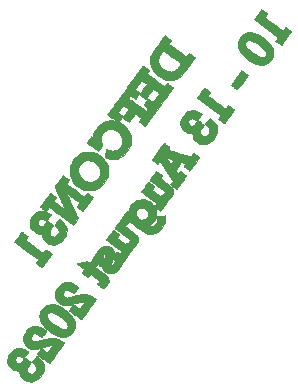
<source format=gbr>
%TF.GenerationSoftware,KiCad,Pcbnew,(7.0.0)*%
%TF.CreationDate,2023-05-30T19:58:02-04:00*%
%TF.ProjectId,DC31H4X0R,44433331-4834-4583-9052-2e6b69636164,rev?*%
%TF.SameCoordinates,Original*%
%TF.FileFunction,Legend,Bot*%
%TF.FilePolarity,Positive*%
%FSLAX46Y46*%
G04 Gerber Fmt 4.6, Leading zero omitted, Abs format (unit mm)*
G04 Created by KiCad (PCBNEW (7.0.0)) date 2023-05-30 19:58:02*
%MOMM*%
%LPD*%
G01*
G04 APERTURE LIST*
%ADD10C,0.010000*%
G04 APERTURE END LIST*
%TO.C,G\u002A\u002A\u002A*%
G36*
X59811769Y-32724644D02*
G01*
X59859738Y-32755719D01*
X59926218Y-32801125D01*
X60003673Y-32855465D01*
X60084564Y-32913342D01*
X60161353Y-32969356D01*
X60226501Y-33018110D01*
X60272472Y-33054207D01*
X60291726Y-33072249D01*
X60291890Y-33072794D01*
X60280576Y-33093754D01*
X60249789Y-33140136D01*
X60205298Y-33203375D01*
X60186178Y-33229798D01*
X60138567Y-33297713D01*
X60103446Y-33352845D01*
X60086307Y-33386361D01*
X60085636Y-33391553D01*
X60103440Y-33406946D01*
X60151997Y-33444611D01*
X60227809Y-33501941D01*
X60327378Y-33576331D01*
X60447205Y-33665174D01*
X60583791Y-33765865D01*
X60733639Y-33875796D01*
X60842568Y-33955406D01*
X61593625Y-34503470D01*
X61707315Y-34347794D01*
X61758717Y-34280120D01*
X61801515Y-34228788D01*
X61829411Y-34201116D01*
X61835799Y-34198437D01*
X61867623Y-34217220D01*
X61922401Y-34254573D01*
X61992673Y-34304892D01*
X62070974Y-34362572D01*
X62149844Y-34422010D01*
X62221820Y-34477599D01*
X62279439Y-34523736D01*
X62315240Y-34554817D01*
X62323321Y-34564591D01*
X62311440Y-34586579D01*
X62277794Y-34637526D01*
X62225980Y-34712498D01*
X62159598Y-34806561D01*
X62082245Y-34914780D01*
X61997520Y-35032220D01*
X61909023Y-35153948D01*
X61820350Y-35275030D01*
X61735101Y-35390530D01*
X61656874Y-35495515D01*
X61589268Y-35585049D01*
X61535881Y-35654200D01*
X61500311Y-35698032D01*
X61486764Y-35711701D01*
X61463280Y-35702249D01*
X61412552Y-35671643D01*
X61341170Y-35624172D01*
X61255725Y-35564123D01*
X61218720Y-35537276D01*
X60971134Y-35356032D01*
X61078832Y-35207961D01*
X61125673Y-35139859D01*
X61158687Y-35084580D01*
X61172932Y-35050747D01*
X61172197Y-35045074D01*
X61152932Y-35030197D01*
X61102545Y-34992614D01*
X61024106Y-34934582D01*
X60920682Y-34858357D01*
X60795342Y-34766196D01*
X60651156Y-34660357D01*
X60491191Y-34543095D01*
X60318517Y-34416667D01*
X60169604Y-34307748D01*
X59982349Y-34170303D01*
X59808091Y-34041329D01*
X59649609Y-33922950D01*
X59509682Y-33817288D01*
X59391089Y-33726466D01*
X59296608Y-33652607D01*
X59229019Y-33597833D01*
X59191100Y-33564268D01*
X59183680Y-33554657D01*
X59196176Y-33529918D01*
X59229499Y-33477645D01*
X59279479Y-33403625D01*
X59341944Y-33313649D01*
X59412724Y-33213506D01*
X59487647Y-33108986D01*
X59562541Y-33005879D01*
X59633236Y-32909974D01*
X59695560Y-32827062D01*
X59745342Y-32762931D01*
X59778411Y-32723371D01*
X59789851Y-32713298D01*
X59811769Y-32724644D01*
G37*
D10*
X59811769Y-32724644D02*
X59859738Y-32755719D01*
X59926218Y-32801125D01*
X60003673Y-32855465D01*
X60084564Y-32913342D01*
X60161353Y-32969356D01*
X60226501Y-33018110D01*
X60272472Y-33054207D01*
X60291726Y-33072249D01*
X60291890Y-33072794D01*
X60280576Y-33093754D01*
X60249789Y-33140136D01*
X60205298Y-33203375D01*
X60186178Y-33229798D01*
X60138567Y-33297713D01*
X60103446Y-33352845D01*
X60086307Y-33386361D01*
X60085636Y-33391553D01*
X60103440Y-33406946D01*
X60151997Y-33444611D01*
X60227809Y-33501941D01*
X60327378Y-33576331D01*
X60447205Y-33665174D01*
X60583791Y-33765865D01*
X60733639Y-33875796D01*
X60842568Y-33955406D01*
X61593625Y-34503470D01*
X61707315Y-34347794D01*
X61758717Y-34280120D01*
X61801515Y-34228788D01*
X61829411Y-34201116D01*
X61835799Y-34198437D01*
X61867623Y-34217220D01*
X61922401Y-34254573D01*
X61992673Y-34304892D01*
X62070974Y-34362572D01*
X62149844Y-34422010D01*
X62221820Y-34477599D01*
X62279439Y-34523736D01*
X62315240Y-34554817D01*
X62323321Y-34564591D01*
X62311440Y-34586579D01*
X62277794Y-34637526D01*
X62225980Y-34712498D01*
X62159598Y-34806561D01*
X62082245Y-34914780D01*
X61997520Y-35032220D01*
X61909023Y-35153948D01*
X61820350Y-35275030D01*
X61735101Y-35390530D01*
X61656874Y-35495515D01*
X61589268Y-35585049D01*
X61535881Y-35654200D01*
X61500311Y-35698032D01*
X61486764Y-35711701D01*
X61463280Y-35702249D01*
X61412552Y-35671643D01*
X61341170Y-35624172D01*
X61255725Y-35564123D01*
X61218720Y-35537276D01*
X60971134Y-35356032D01*
X61078832Y-35207961D01*
X61125673Y-35139859D01*
X61158687Y-35084580D01*
X61172932Y-35050747D01*
X61172197Y-35045074D01*
X61152932Y-35030197D01*
X61102545Y-34992614D01*
X61024106Y-34934582D01*
X60920682Y-34858357D01*
X60795342Y-34766196D01*
X60651156Y-34660357D01*
X60491191Y-34543095D01*
X60318517Y-34416667D01*
X60169604Y-34307748D01*
X59982349Y-34170303D01*
X59808091Y-34041329D01*
X59649609Y-33922950D01*
X59509682Y-33817288D01*
X59391089Y-33726466D01*
X59296608Y-33652607D01*
X59229019Y-33597833D01*
X59191100Y-33564268D01*
X59183680Y-33554657D01*
X59196176Y-33529918D01*
X59229499Y-33477645D01*
X59279479Y-33403625D01*
X59341944Y-33313649D01*
X59412724Y-33213506D01*
X59487647Y-33108986D01*
X59562541Y-33005879D01*
X59633236Y-32909974D01*
X59695560Y-32827062D01*
X59745342Y-32762931D01*
X59778411Y-32723371D01*
X59789851Y-32713298D01*
X59811769Y-32724644D01*
G36*
X57802038Y-35616120D02*
G01*
X58432578Y-35616120D01*
X58441826Y-35693225D01*
X58465462Y-35772612D01*
X58507858Y-35854625D01*
X58581934Y-35952231D01*
X58682245Y-36060676D01*
X58803350Y-36175202D01*
X58939805Y-36291055D01*
X59086168Y-36403480D01*
X59236996Y-36507719D01*
X59386845Y-36599019D01*
X59451316Y-36633995D01*
X59557436Y-36687157D01*
X59639475Y-36721800D01*
X59709588Y-36741292D01*
X59779932Y-36748999D01*
X59862661Y-36748287D01*
X59863818Y-36748240D01*
X59941461Y-36742466D01*
X59993524Y-36728923D01*
X60036731Y-36701355D01*
X60069794Y-36671207D01*
X60144861Y-36574327D01*
X60178599Y-36469024D01*
X60171042Y-36354900D01*
X60122229Y-36231561D01*
X60112270Y-36213819D01*
X60049666Y-36127109D01*
X59956478Y-36025929D01*
X59839451Y-35915774D01*
X59705329Y-35802141D01*
X59560856Y-35690528D01*
X59412776Y-35586431D01*
X59267835Y-35495346D01*
X59155204Y-35433796D01*
X58987613Y-35359680D01*
X58844505Y-35318620D01*
X58723773Y-35310736D01*
X58623308Y-35336144D01*
X58541000Y-35394964D01*
X58483666Y-35471444D01*
X58446210Y-35547398D01*
X58432578Y-35616120D01*
X57802038Y-35616120D01*
X57809904Y-35503088D01*
X57863940Y-35315229D01*
X57887493Y-35261597D01*
X57964119Y-35129173D01*
X58063277Y-35000417D01*
X58174794Y-34886637D01*
X58288497Y-34799140D01*
X58320648Y-34780176D01*
X58502421Y-34704962D01*
X58701460Y-34666300D01*
X58913945Y-34664034D01*
X59136054Y-34698008D01*
X59363968Y-34768065D01*
X59504435Y-34828558D01*
X59752501Y-34962016D01*
X59985239Y-35116431D01*
X60198189Y-35287474D01*
X60386893Y-35470816D01*
X60546890Y-35662129D01*
X60673720Y-35857083D01*
X60762217Y-36049383D01*
X60804142Y-36214705D01*
X60818778Y-36392113D01*
X60805576Y-36565189D01*
X60782725Y-36664598D01*
X60706172Y-36849063D01*
X60595521Y-37019854D01*
X60457609Y-37168268D01*
X60299270Y-37285601D01*
X60291258Y-37290311D01*
X60139255Y-37356798D01*
X59963671Y-37396586D01*
X59774554Y-37408688D01*
X59581954Y-37392116D01*
X59477677Y-37370291D01*
X59298930Y-37318012D01*
X59138363Y-37255855D01*
X58981620Y-37177242D01*
X58814344Y-37075595D01*
X58768593Y-37045410D01*
X58521406Y-36864743D01*
X58308916Y-36677192D01*
X58131967Y-36484468D01*
X57991404Y-36288280D01*
X57888072Y-36090338D01*
X57822814Y-35892352D01*
X57796477Y-35696032D01*
X57802038Y-35616120D01*
G37*
X57802038Y-35616120D02*
X58432578Y-35616120D01*
X58441826Y-35693225D01*
X58465462Y-35772612D01*
X58507858Y-35854625D01*
X58581934Y-35952231D01*
X58682245Y-36060676D01*
X58803350Y-36175202D01*
X58939805Y-36291055D01*
X59086168Y-36403480D01*
X59236996Y-36507719D01*
X59386845Y-36599019D01*
X59451316Y-36633995D01*
X59557436Y-36687157D01*
X59639475Y-36721800D01*
X59709588Y-36741292D01*
X59779932Y-36748999D01*
X59862661Y-36748287D01*
X59863818Y-36748240D01*
X59941461Y-36742466D01*
X59993524Y-36728923D01*
X60036731Y-36701355D01*
X60069794Y-36671207D01*
X60144861Y-36574327D01*
X60178599Y-36469024D01*
X60171042Y-36354900D01*
X60122229Y-36231561D01*
X60112270Y-36213819D01*
X60049666Y-36127109D01*
X59956478Y-36025929D01*
X59839451Y-35915774D01*
X59705329Y-35802141D01*
X59560856Y-35690528D01*
X59412776Y-35586431D01*
X59267835Y-35495346D01*
X59155204Y-35433796D01*
X58987613Y-35359680D01*
X58844505Y-35318620D01*
X58723773Y-35310736D01*
X58623308Y-35336144D01*
X58541000Y-35394964D01*
X58483666Y-35471444D01*
X58446210Y-35547398D01*
X58432578Y-35616120D01*
X57802038Y-35616120D01*
X57809904Y-35503088D01*
X57863940Y-35315229D01*
X57887493Y-35261597D01*
X57964119Y-35129173D01*
X58063277Y-35000417D01*
X58174794Y-34886637D01*
X58288497Y-34799140D01*
X58320648Y-34780176D01*
X58502421Y-34704962D01*
X58701460Y-34666300D01*
X58913945Y-34664034D01*
X59136054Y-34698008D01*
X59363968Y-34768065D01*
X59504435Y-34828558D01*
X59752501Y-34962016D01*
X59985239Y-35116431D01*
X60198189Y-35287474D01*
X60386893Y-35470816D01*
X60546890Y-35662129D01*
X60673720Y-35857083D01*
X60762217Y-36049383D01*
X60804142Y-36214705D01*
X60818778Y-36392113D01*
X60805576Y-36565189D01*
X60782725Y-36664598D01*
X60706172Y-36849063D01*
X60595521Y-37019854D01*
X60457609Y-37168268D01*
X60299270Y-37285601D01*
X60291258Y-37290311D01*
X60139255Y-37356798D01*
X59963671Y-37396586D01*
X59774554Y-37408688D01*
X59581954Y-37392116D01*
X59477677Y-37370291D01*
X59298930Y-37318012D01*
X59138363Y-37255855D01*
X58981620Y-37177242D01*
X58814344Y-37075595D01*
X58768593Y-37045410D01*
X58521406Y-36864743D01*
X58308916Y-36677192D01*
X58131967Y-36484468D01*
X57991404Y-36288280D01*
X57888072Y-36090338D01*
X57822814Y-35892352D01*
X57796477Y-35696032D01*
X57802038Y-35616120D01*
G36*
X50378638Y-36987661D02*
G01*
X51052576Y-36987661D01*
X51052704Y-37089665D01*
X51074465Y-37192236D01*
X51130161Y-37340695D01*
X51208663Y-37470668D01*
X51318932Y-37596965D01*
X51320047Y-37598081D01*
X51474539Y-37733229D01*
X51637861Y-37840893D01*
X51804823Y-37919443D01*
X51970233Y-37967248D01*
X52128901Y-37982678D01*
X52275635Y-37964103D01*
X52371692Y-37928403D01*
X52448156Y-37883348D01*
X52532822Y-37823170D01*
X52590294Y-37775776D01*
X52643975Y-37722983D01*
X52707140Y-37653925D01*
X52774322Y-37575494D01*
X52840053Y-37494588D01*
X52898864Y-37418100D01*
X52945288Y-37352926D01*
X52973856Y-37305962D01*
X52979675Y-37284775D01*
X52959949Y-37267661D01*
X52910348Y-37229250D01*
X52835179Y-37172668D01*
X52738749Y-37101038D01*
X52625366Y-37017487D01*
X52499337Y-36925139D01*
X52364968Y-36827118D01*
X52226569Y-36726550D01*
X52088445Y-36626560D01*
X51954904Y-36530273D01*
X51830253Y-36440813D01*
X51718800Y-36361305D01*
X51624853Y-36294874D01*
X51552717Y-36244646D01*
X51506701Y-36213744D01*
X51491343Y-36205008D01*
X51470273Y-36222085D01*
X51432698Y-36268464D01*
X51383416Y-36336864D01*
X51327226Y-36420003D01*
X51268927Y-36510602D01*
X51213317Y-36601379D01*
X51165196Y-36685054D01*
X51129572Y-36753897D01*
X51077659Y-36880025D01*
X51052576Y-36987661D01*
X50378638Y-36987661D01*
X50402500Y-36816630D01*
X50472687Y-36594231D01*
X50501792Y-36528510D01*
X50534026Y-36462902D01*
X50568822Y-36397513D01*
X50608837Y-36328370D01*
X50656727Y-36251499D01*
X50715150Y-36162925D01*
X50786761Y-36058675D01*
X50874218Y-35934775D01*
X50980177Y-35787249D01*
X51107296Y-35612125D01*
X51192311Y-35495596D01*
X51618718Y-34911893D01*
X51674697Y-34948467D01*
X51706604Y-34970553D01*
X51763295Y-35010903D01*
X51836153Y-35063272D01*
X51916563Y-35121415D01*
X51995909Y-35179089D01*
X52065573Y-35230048D01*
X52116940Y-35268049D01*
X52140056Y-35285722D01*
X52131314Y-35303901D01*
X52101879Y-35347768D01*
X52057068Y-35409606D01*
X52029158Y-35446693D01*
X51974156Y-35520277D01*
X51942342Y-35568170D01*
X51930417Y-35597709D01*
X51935084Y-35616229D01*
X51947862Y-35627562D01*
X51972418Y-35645284D01*
X52027367Y-35685257D01*
X52108939Y-35744729D01*
X52213366Y-35820949D01*
X52336878Y-35911164D01*
X52475707Y-36012624D01*
X52626083Y-36122577D01*
X52703759Y-36179393D01*
X53422842Y-36705420D01*
X53650632Y-36393504D01*
X53706654Y-36430105D01*
X53738615Y-36452241D01*
X53795777Y-36492932D01*
X53869319Y-36545789D01*
X53950422Y-36604423D01*
X54030265Y-36662445D01*
X54100027Y-36713465D01*
X54150887Y-36751094D01*
X54171474Y-36766806D01*
X54161295Y-36784528D01*
X54129286Y-36831580D01*
X54078841Y-36903299D01*
X54013358Y-36995021D01*
X53936231Y-37102081D01*
X53850857Y-37219815D01*
X53760632Y-37343558D01*
X53668951Y-37468646D01*
X53579212Y-37590414D01*
X53494809Y-37704199D01*
X53419138Y-37805335D01*
X53355597Y-37889159D01*
X53332237Y-37919508D01*
X53151678Y-38136180D01*
X52974196Y-38314803D01*
X52795455Y-38459008D01*
X52611117Y-38572425D01*
X52477411Y-38635036D01*
X52347429Y-38673433D01*
X52191821Y-38695181D01*
X52024068Y-38699837D01*
X51857655Y-38686957D01*
X51720093Y-38659983D01*
X51484120Y-38578561D01*
X51255750Y-38464981D01*
X51041364Y-38324222D01*
X50847340Y-38161259D01*
X50680058Y-37981070D01*
X50545898Y-37788632D01*
X50503815Y-37711103D01*
X50421198Y-37499278D01*
X50376766Y-37275416D01*
X50370530Y-37045779D01*
X50378638Y-36987661D01*
G37*
X50378638Y-36987661D02*
X51052576Y-36987661D01*
X51052704Y-37089665D01*
X51074465Y-37192236D01*
X51130161Y-37340695D01*
X51208663Y-37470668D01*
X51318932Y-37596965D01*
X51320047Y-37598081D01*
X51474539Y-37733229D01*
X51637861Y-37840893D01*
X51804823Y-37919443D01*
X51970233Y-37967248D01*
X52128901Y-37982678D01*
X52275635Y-37964103D01*
X52371692Y-37928403D01*
X52448156Y-37883348D01*
X52532822Y-37823170D01*
X52590294Y-37775776D01*
X52643975Y-37722983D01*
X52707140Y-37653925D01*
X52774322Y-37575494D01*
X52840053Y-37494588D01*
X52898864Y-37418100D01*
X52945288Y-37352926D01*
X52973856Y-37305962D01*
X52979675Y-37284775D01*
X52959949Y-37267661D01*
X52910348Y-37229250D01*
X52835179Y-37172668D01*
X52738749Y-37101038D01*
X52625366Y-37017487D01*
X52499337Y-36925139D01*
X52364968Y-36827118D01*
X52226569Y-36726550D01*
X52088445Y-36626560D01*
X51954904Y-36530273D01*
X51830253Y-36440813D01*
X51718800Y-36361305D01*
X51624853Y-36294874D01*
X51552717Y-36244646D01*
X51506701Y-36213744D01*
X51491343Y-36205008D01*
X51470273Y-36222085D01*
X51432698Y-36268464D01*
X51383416Y-36336864D01*
X51327226Y-36420003D01*
X51268927Y-36510602D01*
X51213317Y-36601379D01*
X51165196Y-36685054D01*
X51129572Y-36753897D01*
X51077659Y-36880025D01*
X51052576Y-36987661D01*
X50378638Y-36987661D01*
X50402500Y-36816630D01*
X50472687Y-36594231D01*
X50501792Y-36528510D01*
X50534026Y-36462902D01*
X50568822Y-36397513D01*
X50608837Y-36328370D01*
X50656727Y-36251499D01*
X50715150Y-36162925D01*
X50786761Y-36058675D01*
X50874218Y-35934775D01*
X50980177Y-35787249D01*
X51107296Y-35612125D01*
X51192311Y-35495596D01*
X51618718Y-34911893D01*
X51674697Y-34948467D01*
X51706604Y-34970553D01*
X51763295Y-35010903D01*
X51836153Y-35063272D01*
X51916563Y-35121415D01*
X51995909Y-35179089D01*
X52065573Y-35230048D01*
X52116940Y-35268049D01*
X52140056Y-35285722D01*
X52131314Y-35303901D01*
X52101879Y-35347768D01*
X52057068Y-35409606D01*
X52029158Y-35446693D01*
X51974156Y-35520277D01*
X51942342Y-35568170D01*
X51930417Y-35597709D01*
X51935084Y-35616229D01*
X51947862Y-35627562D01*
X51972418Y-35645284D01*
X52027367Y-35685257D01*
X52108939Y-35744729D01*
X52213366Y-35820949D01*
X52336878Y-35911164D01*
X52475707Y-36012624D01*
X52626083Y-36122577D01*
X52703759Y-36179393D01*
X53422842Y-36705420D01*
X53650632Y-36393504D01*
X53706654Y-36430105D01*
X53738615Y-36452241D01*
X53795777Y-36492932D01*
X53869319Y-36545789D01*
X53950422Y-36604423D01*
X54030265Y-36662445D01*
X54100027Y-36713465D01*
X54150887Y-36751094D01*
X54171474Y-36766806D01*
X54161295Y-36784528D01*
X54129286Y-36831580D01*
X54078841Y-36903299D01*
X54013358Y-36995021D01*
X53936231Y-37102081D01*
X53850857Y-37219815D01*
X53760632Y-37343558D01*
X53668951Y-37468646D01*
X53579212Y-37590414D01*
X53494809Y-37704199D01*
X53419138Y-37805335D01*
X53355597Y-37889159D01*
X53332237Y-37919508D01*
X53151678Y-38136180D01*
X52974196Y-38314803D01*
X52795455Y-38459008D01*
X52611117Y-38572425D01*
X52477411Y-38635036D01*
X52347429Y-38673433D01*
X52191821Y-38695181D01*
X52024068Y-38699837D01*
X51857655Y-38686957D01*
X51720093Y-38659983D01*
X51484120Y-38578561D01*
X51255750Y-38464981D01*
X51041364Y-38324222D01*
X50847340Y-38161259D01*
X50680058Y-37981070D01*
X50545898Y-37788632D01*
X50503815Y-37711103D01*
X50421198Y-37499278D01*
X50376766Y-37275416D01*
X50370530Y-37045779D01*
X50378638Y-36987661D01*
G36*
X58126215Y-37888997D02*
G01*
X58173291Y-37920960D01*
X58239442Y-37967807D01*
X58317534Y-38024284D01*
X58400429Y-38085133D01*
X58480994Y-38145099D01*
X58552092Y-38198925D01*
X58606588Y-38241357D01*
X58637345Y-38267138D01*
X58641593Y-38272163D01*
X58629476Y-38293668D01*
X58595447Y-38343963D01*
X58542990Y-38418349D01*
X58475591Y-38512124D01*
X58396732Y-38620588D01*
X58309900Y-38739042D01*
X58218577Y-38862783D01*
X58126248Y-38987113D01*
X58036398Y-39107330D01*
X57952511Y-39218734D01*
X57878071Y-39316624D01*
X57816562Y-39396301D01*
X57771470Y-39453064D01*
X57746278Y-39482212D01*
X57742478Y-39485089D01*
X57718567Y-39472893D01*
X57667311Y-39439837D01*
X57595290Y-39390382D01*
X57509087Y-39328986D01*
X57468566Y-39299489D01*
X57380021Y-39233154D01*
X57305422Y-39174487D01*
X57250720Y-39128386D01*
X57221863Y-39099751D01*
X57218894Y-39093867D01*
X57231494Y-39072401D01*
X57265640Y-39021985D01*
X57317887Y-38947348D01*
X57384790Y-38853217D01*
X57462904Y-38744320D01*
X57548785Y-38625386D01*
X57638987Y-38501143D01*
X57730066Y-38376318D01*
X57818578Y-38255641D01*
X57901076Y-38143839D01*
X57974117Y-38045640D01*
X58034256Y-37965772D01*
X58078048Y-37908964D01*
X58102048Y-37879944D01*
X58105350Y-37877175D01*
X58126215Y-37888997D01*
G37*
X58126215Y-37888997D02*
X58173291Y-37920960D01*
X58239442Y-37967807D01*
X58317534Y-38024284D01*
X58400429Y-38085133D01*
X58480994Y-38145099D01*
X58552092Y-38198925D01*
X58606588Y-38241357D01*
X58637345Y-38267138D01*
X58641593Y-38272163D01*
X58629476Y-38293668D01*
X58595447Y-38343963D01*
X58542990Y-38418349D01*
X58475591Y-38512124D01*
X58396732Y-38620588D01*
X58309900Y-38739042D01*
X58218577Y-38862783D01*
X58126248Y-38987113D01*
X58036398Y-39107330D01*
X57952511Y-39218734D01*
X57878071Y-39316624D01*
X57816562Y-39396301D01*
X57771470Y-39453064D01*
X57746278Y-39482212D01*
X57742478Y-39485089D01*
X57718567Y-39472893D01*
X57667311Y-39439837D01*
X57595290Y-39390382D01*
X57509087Y-39328986D01*
X57468566Y-39299489D01*
X57380021Y-39233154D01*
X57305422Y-39174487D01*
X57250720Y-39128386D01*
X57221863Y-39099751D01*
X57218894Y-39093867D01*
X57231494Y-39072401D01*
X57265640Y-39021985D01*
X57317887Y-38947348D01*
X57384790Y-38853217D01*
X57462904Y-38744320D01*
X57548785Y-38625386D01*
X57638987Y-38501143D01*
X57730066Y-38376318D01*
X57818578Y-38255641D01*
X57901076Y-38143839D01*
X57974117Y-38045640D01*
X58034256Y-37965772D01*
X58078048Y-37908964D01*
X58102048Y-37879944D01*
X58105350Y-37877175D01*
X58126215Y-37888997D01*
G36*
X54959657Y-39356578D02*
G01*
X55007311Y-39382708D01*
X55073600Y-39424211D01*
X55151064Y-39475868D01*
X55232243Y-39532462D01*
X55309678Y-39588772D01*
X55375908Y-39639579D01*
X55423474Y-39679666D01*
X55444916Y-39703812D01*
X55445427Y-39705979D01*
X55433681Y-39731075D01*
X55402359Y-39780869D01*
X55357331Y-39846229D01*
X55338295Y-39872635D01*
X55290802Y-39939259D01*
X55255743Y-39991400D01*
X55238470Y-40020964D01*
X55237753Y-40024667D01*
X55277262Y-40054697D01*
X55343910Y-40104046D01*
X55433452Y-40169658D01*
X55541643Y-40248476D01*
X55664239Y-40337446D01*
X55796993Y-40433509D01*
X55935662Y-40533611D01*
X56076000Y-40634695D01*
X56213762Y-40733706D01*
X56344702Y-40827586D01*
X56464577Y-40913280D01*
X56569141Y-40987732D01*
X56654149Y-41047885D01*
X56715355Y-41090684D01*
X56748515Y-41113071D01*
X56753187Y-41115675D01*
X56772831Y-41099648D01*
X56809781Y-41056980D01*
X56857173Y-40995783D01*
X56874011Y-40972800D01*
X56922006Y-40906389D01*
X56959626Y-40854341D01*
X56980689Y-40825209D01*
X56982960Y-40822072D01*
X57001050Y-40831216D01*
X57047397Y-40861708D01*
X57116357Y-40909548D01*
X57202284Y-40970731D01*
X57299532Y-41041256D01*
X57402457Y-41117120D01*
X57464328Y-41163342D01*
X57473897Y-41173166D01*
X57477172Y-41187044D01*
X57471909Y-41208548D01*
X57455862Y-41241254D01*
X57426787Y-41288736D01*
X57382440Y-41354569D01*
X57320576Y-41442327D01*
X57238951Y-41555583D01*
X57135320Y-41697914D01*
X57087775Y-41763004D01*
X56987601Y-41899200D01*
X56894567Y-42024006D01*
X56811773Y-42133393D01*
X56742322Y-42223330D01*
X56689315Y-42289784D01*
X56655854Y-42328726D01*
X56645790Y-42337446D01*
X56620235Y-42327230D01*
X56567825Y-42295963D01*
X56495490Y-42248102D01*
X56410157Y-42188107D01*
X56382655Y-42168112D01*
X56296753Y-42104341D01*
X56224598Y-42049186D01*
X56172392Y-42007510D01*
X56146333Y-41984175D01*
X56144530Y-41981373D01*
X56156187Y-41959810D01*
X56187777Y-41913391D01*
X56233335Y-41850746D01*
X56251684Y-41826310D01*
X56299768Y-41761119D01*
X56334966Y-41710163D01*
X56351779Y-41681539D01*
X56352225Y-41678218D01*
X56334260Y-41665065D01*
X56285103Y-41629245D01*
X56207809Y-41572977D01*
X56105431Y-41498482D01*
X55981020Y-41407981D01*
X55837631Y-41303696D01*
X55678317Y-41187846D01*
X55506129Y-41062654D01*
X55360760Y-40956973D01*
X55179661Y-40825238D01*
X55008400Y-40700492D01*
X54850116Y-40585033D01*
X54707948Y-40481160D01*
X54585035Y-40391169D01*
X54484518Y-40317359D01*
X54409534Y-40262027D01*
X54363224Y-40227472D01*
X54349027Y-40216420D01*
X54344630Y-40202074D01*
X54353048Y-40174858D01*
X54376597Y-40131064D01*
X54417591Y-40066984D01*
X54478347Y-39978910D01*
X54561180Y-39863134D01*
X54621297Y-39780394D01*
X54705912Y-39664585D01*
X54782696Y-39559874D01*
X54847991Y-39471220D01*
X54898136Y-39403583D01*
X54929472Y-39361923D01*
X54938097Y-39351041D01*
X54959657Y-39356578D01*
G37*
X54959657Y-39356578D02*
X55007311Y-39382708D01*
X55073600Y-39424211D01*
X55151064Y-39475868D01*
X55232243Y-39532462D01*
X55309678Y-39588772D01*
X55375908Y-39639579D01*
X55423474Y-39679666D01*
X55444916Y-39703812D01*
X55445427Y-39705979D01*
X55433681Y-39731075D01*
X55402359Y-39780869D01*
X55357331Y-39846229D01*
X55338295Y-39872635D01*
X55290802Y-39939259D01*
X55255743Y-39991400D01*
X55238470Y-40020964D01*
X55237753Y-40024667D01*
X55277262Y-40054697D01*
X55343910Y-40104046D01*
X55433452Y-40169658D01*
X55541643Y-40248476D01*
X55664239Y-40337446D01*
X55796993Y-40433509D01*
X55935662Y-40533611D01*
X56076000Y-40634695D01*
X56213762Y-40733706D01*
X56344702Y-40827586D01*
X56464577Y-40913280D01*
X56569141Y-40987732D01*
X56654149Y-41047885D01*
X56715355Y-41090684D01*
X56748515Y-41113071D01*
X56753187Y-41115675D01*
X56772831Y-41099648D01*
X56809781Y-41056980D01*
X56857173Y-40995783D01*
X56874011Y-40972800D01*
X56922006Y-40906389D01*
X56959626Y-40854341D01*
X56980689Y-40825209D01*
X56982960Y-40822072D01*
X57001050Y-40831216D01*
X57047397Y-40861708D01*
X57116357Y-40909548D01*
X57202284Y-40970731D01*
X57299532Y-41041256D01*
X57402457Y-41117120D01*
X57464328Y-41163342D01*
X57473897Y-41173166D01*
X57477172Y-41187044D01*
X57471909Y-41208548D01*
X57455862Y-41241254D01*
X57426787Y-41288736D01*
X57382440Y-41354569D01*
X57320576Y-41442327D01*
X57238951Y-41555583D01*
X57135320Y-41697914D01*
X57087775Y-41763004D01*
X56987601Y-41899200D01*
X56894567Y-42024006D01*
X56811773Y-42133393D01*
X56742322Y-42223330D01*
X56689315Y-42289784D01*
X56655854Y-42328726D01*
X56645790Y-42337446D01*
X56620235Y-42327230D01*
X56567825Y-42295963D01*
X56495490Y-42248102D01*
X56410157Y-42188107D01*
X56382655Y-42168112D01*
X56296753Y-42104341D01*
X56224598Y-42049186D01*
X56172392Y-42007510D01*
X56146333Y-41984175D01*
X56144530Y-41981373D01*
X56156187Y-41959810D01*
X56187777Y-41913391D01*
X56233335Y-41850746D01*
X56251684Y-41826310D01*
X56299768Y-41761119D01*
X56334966Y-41710163D01*
X56351779Y-41681539D01*
X56352225Y-41678218D01*
X56334260Y-41665065D01*
X56285103Y-41629245D01*
X56207809Y-41572977D01*
X56105431Y-41498482D01*
X55981020Y-41407981D01*
X55837631Y-41303696D01*
X55678317Y-41187846D01*
X55506129Y-41062654D01*
X55360760Y-40956973D01*
X55179661Y-40825238D01*
X55008400Y-40700492D01*
X54850116Y-40585033D01*
X54707948Y-40481160D01*
X54585035Y-40391169D01*
X54484518Y-40317359D01*
X54409534Y-40262027D01*
X54363224Y-40227472D01*
X54349027Y-40216420D01*
X54344630Y-40202074D01*
X54353048Y-40174858D01*
X54376597Y-40131064D01*
X54417591Y-40066984D01*
X54478347Y-39978910D01*
X54561180Y-39863134D01*
X54621297Y-39780394D01*
X54705912Y-39664585D01*
X54782696Y-39559874D01*
X54847991Y-39471220D01*
X54898136Y-39403583D01*
X54929472Y-39361923D01*
X54938097Y-39351041D01*
X54959657Y-39356578D01*
G36*
X54071485Y-41260855D02*
G01*
X54226428Y-41303125D01*
X54393130Y-41375259D01*
X54559807Y-41471940D01*
X54600078Y-41499314D01*
X54726342Y-41587883D01*
X54690451Y-41642821D01*
X54663691Y-41681775D01*
X54620047Y-41743203D01*
X54565558Y-41818829D01*
X54506265Y-41900376D01*
X54448208Y-41979565D01*
X54397426Y-42048121D01*
X54359959Y-42097765D01*
X54342851Y-42119178D01*
X54315441Y-42120511D01*
X54266466Y-42098614D01*
X54245073Y-42085380D01*
X54108825Y-42003441D01*
X53994977Y-41953533D01*
X53899682Y-41934472D01*
X53819090Y-41945076D01*
X53805407Y-41950228D01*
X53726597Y-42001942D01*
X53656468Y-42081484D01*
X53607395Y-42174510D01*
X53604382Y-42183211D01*
X53596939Y-42268473D01*
X53623385Y-42357224D01*
X53677103Y-42440654D01*
X53751476Y-42509950D01*
X53839886Y-42556301D01*
X53894176Y-42569097D01*
X53957005Y-42566243D01*
X54022096Y-42539513D01*
X54093083Y-42485840D01*
X54173596Y-42402157D01*
X54267269Y-42285395D01*
X54328057Y-42202707D01*
X54369071Y-42151161D01*
X54403232Y-42117881D01*
X54417140Y-42110912D01*
X54442239Y-42123111D01*
X54493000Y-42155581D01*
X54561634Y-42202646D01*
X54640353Y-42258631D01*
X54721371Y-42317858D01*
X54796899Y-42374651D01*
X54859149Y-42423335D01*
X54900333Y-42458233D01*
X54912806Y-42472184D01*
X54904253Y-42497102D01*
X54875272Y-42546386D01*
X54831389Y-42610955D01*
X54813007Y-42636193D01*
X54704657Y-42799276D01*
X54634530Y-42945068D01*
X54602550Y-43074309D01*
X54608637Y-43187737D01*
X54652713Y-43286090D01*
X54734700Y-43370106D01*
X54734990Y-43370327D01*
X54824533Y-43417315D01*
X54929651Y-43440682D01*
X55032894Y-43437802D01*
X55085120Y-43423037D01*
X55152607Y-43380129D01*
X55225259Y-43310235D01*
X55292087Y-43225500D01*
X55341234Y-43139991D01*
X55377719Y-43021780D01*
X55376360Y-42907668D01*
X55336161Y-42794566D01*
X55256127Y-42679386D01*
X55161636Y-42582650D01*
X55019655Y-42452550D01*
X55206082Y-42197457D01*
X55272934Y-42108018D01*
X55332439Y-42032197D01*
X55379644Y-41976023D01*
X55409595Y-41945522D01*
X55416270Y-41941769D01*
X55448403Y-41955168D01*
X55502480Y-41991843D01*
X55570525Y-42045125D01*
X55644560Y-42108344D01*
X55716607Y-42174831D01*
X55778691Y-42237915D01*
X55801895Y-42264180D01*
X55910891Y-42418075D01*
X55994587Y-42586625D01*
X56037998Y-42722011D01*
X56057041Y-42891104D01*
X56039526Y-43068940D01*
X55988677Y-43249781D01*
X55907715Y-43427887D01*
X55799863Y-43597522D01*
X55668344Y-43752947D01*
X55516380Y-43888424D01*
X55347193Y-43998215D01*
X55310756Y-44016989D01*
X55220107Y-44060367D01*
X55151051Y-44087957D01*
X55087756Y-44103752D01*
X55014391Y-44111751D01*
X54919173Y-44115822D01*
X54807411Y-44116983D01*
X54723501Y-44111268D01*
X54653294Y-44097093D01*
X54602196Y-44080357D01*
X54413708Y-43993014D01*
X54254916Y-43882898D01*
X54128349Y-43752941D01*
X54036537Y-43606072D01*
X53982009Y-43445223D01*
X53968409Y-43345876D01*
X53958502Y-43194827D01*
X53765339Y-43185797D01*
X53658499Y-43178271D01*
X53578133Y-43165099D01*
X53508438Y-43142812D01*
X53451293Y-43116857D01*
X53287357Y-43014821D01*
X53151104Y-42887418D01*
X53045354Y-42739788D01*
X52972929Y-42577067D01*
X52936651Y-42404394D01*
X52939340Y-42226905D01*
X52944367Y-42193759D01*
X52966038Y-42107783D01*
X53002036Y-42003817D01*
X53045706Y-41900641D01*
X53055352Y-41880580D01*
X53161018Y-41703959D01*
X53289307Y-41552038D01*
X53435365Y-41427779D01*
X53594339Y-41334140D01*
X53761373Y-41274083D01*
X53931615Y-41250568D01*
X54071485Y-41260855D01*
G37*
X54071485Y-41260855D02*
X54226428Y-41303125D01*
X54393130Y-41375259D01*
X54559807Y-41471940D01*
X54600078Y-41499314D01*
X54726342Y-41587883D01*
X54690451Y-41642821D01*
X54663691Y-41681775D01*
X54620047Y-41743203D01*
X54565558Y-41818829D01*
X54506265Y-41900376D01*
X54448208Y-41979565D01*
X54397426Y-42048121D01*
X54359959Y-42097765D01*
X54342851Y-42119178D01*
X54315441Y-42120511D01*
X54266466Y-42098614D01*
X54245073Y-42085380D01*
X54108825Y-42003441D01*
X53994977Y-41953533D01*
X53899682Y-41934472D01*
X53819090Y-41945076D01*
X53805407Y-41950228D01*
X53726597Y-42001942D01*
X53656468Y-42081484D01*
X53607395Y-42174510D01*
X53604382Y-42183211D01*
X53596939Y-42268473D01*
X53623385Y-42357224D01*
X53677103Y-42440654D01*
X53751476Y-42509950D01*
X53839886Y-42556301D01*
X53894176Y-42569097D01*
X53957005Y-42566243D01*
X54022096Y-42539513D01*
X54093083Y-42485840D01*
X54173596Y-42402157D01*
X54267269Y-42285395D01*
X54328057Y-42202707D01*
X54369071Y-42151161D01*
X54403232Y-42117881D01*
X54417140Y-42110912D01*
X54442239Y-42123111D01*
X54493000Y-42155581D01*
X54561634Y-42202646D01*
X54640353Y-42258631D01*
X54721371Y-42317858D01*
X54796899Y-42374651D01*
X54859149Y-42423335D01*
X54900333Y-42458233D01*
X54912806Y-42472184D01*
X54904253Y-42497102D01*
X54875272Y-42546386D01*
X54831389Y-42610955D01*
X54813007Y-42636193D01*
X54704657Y-42799276D01*
X54634530Y-42945068D01*
X54602550Y-43074309D01*
X54608637Y-43187737D01*
X54652713Y-43286090D01*
X54734700Y-43370106D01*
X54734990Y-43370327D01*
X54824533Y-43417315D01*
X54929651Y-43440682D01*
X55032894Y-43437802D01*
X55085120Y-43423037D01*
X55152607Y-43380129D01*
X55225259Y-43310235D01*
X55292087Y-43225500D01*
X55341234Y-43139991D01*
X55377719Y-43021780D01*
X55376360Y-42907668D01*
X55336161Y-42794566D01*
X55256127Y-42679386D01*
X55161636Y-42582650D01*
X55019655Y-42452550D01*
X55206082Y-42197457D01*
X55272934Y-42108018D01*
X55332439Y-42032197D01*
X55379644Y-41976023D01*
X55409595Y-41945522D01*
X55416270Y-41941769D01*
X55448403Y-41955168D01*
X55502480Y-41991843D01*
X55570525Y-42045125D01*
X55644560Y-42108344D01*
X55716607Y-42174831D01*
X55778691Y-42237915D01*
X55801895Y-42264180D01*
X55910891Y-42418075D01*
X55994587Y-42586625D01*
X56037998Y-42722011D01*
X56057041Y-42891104D01*
X56039526Y-43068940D01*
X55988677Y-43249781D01*
X55907715Y-43427887D01*
X55799863Y-43597522D01*
X55668344Y-43752947D01*
X55516380Y-43888424D01*
X55347193Y-43998215D01*
X55310756Y-44016989D01*
X55220107Y-44060367D01*
X55151051Y-44087957D01*
X55087756Y-44103752D01*
X55014391Y-44111751D01*
X54919173Y-44115822D01*
X54807411Y-44116983D01*
X54723501Y-44111268D01*
X54653294Y-44097093D01*
X54602196Y-44080357D01*
X54413708Y-43993014D01*
X54254916Y-43882898D01*
X54128349Y-43752941D01*
X54036537Y-43606072D01*
X53982009Y-43445223D01*
X53968409Y-43345876D01*
X53958502Y-43194827D01*
X53765339Y-43185797D01*
X53658499Y-43178271D01*
X53578133Y-43165099D01*
X53508438Y-43142812D01*
X53451293Y-43116857D01*
X53287357Y-43014821D01*
X53151104Y-42887418D01*
X53045354Y-42739788D01*
X52972929Y-42577067D01*
X52936651Y-42404394D01*
X52939340Y-42226905D01*
X52944367Y-42193759D01*
X52966038Y-42107783D01*
X53002036Y-42003817D01*
X53045706Y-41900641D01*
X53055352Y-41880580D01*
X53161018Y-41703959D01*
X53289307Y-41552038D01*
X53435365Y-41427779D01*
X53594339Y-41334140D01*
X53761373Y-41274083D01*
X53931615Y-41250568D01*
X54071485Y-41260855D01*
G36*
X47733305Y-40235638D02*
G01*
X48547412Y-40235638D01*
X48547852Y-40236291D01*
X48569036Y-40252851D01*
X48619719Y-40290689D01*
X48695654Y-40346719D01*
X48792592Y-40417854D01*
X48906286Y-40501007D01*
X49032488Y-40593094D01*
X49166950Y-40691026D01*
X49305424Y-40791718D01*
X49443664Y-40892083D01*
X49577420Y-40989035D01*
X49702446Y-41079488D01*
X49814493Y-41160355D01*
X49909314Y-41228549D01*
X49982661Y-41280985D01*
X50030286Y-41314576D01*
X50047927Y-41326237D01*
X50064437Y-41309950D01*
X50097376Y-41267811D01*
X50138087Y-41211104D01*
X50217665Y-41096474D01*
X50061587Y-40981049D01*
X49986620Y-40926166D01*
X49919870Y-40878292D01*
X49871997Y-40845035D01*
X49860301Y-40837391D01*
X49825750Y-40807542D01*
X49815093Y-40785982D01*
X49827047Y-40761471D01*
X49859914Y-40709785D01*
X49909201Y-40637611D01*
X49970415Y-40551638D01*
X49997107Y-40515056D01*
X50078534Y-40407200D01*
X50139046Y-40333988D01*
X50179917Y-40294009D01*
X50202420Y-40285856D01*
X50203482Y-40286550D01*
X50268824Y-40336506D01*
X50344467Y-40391809D01*
X50422493Y-40447000D01*
X50494986Y-40496621D01*
X50554026Y-40535213D01*
X50591696Y-40557318D01*
X50600731Y-40560403D01*
X50620629Y-40540964D01*
X50659065Y-40493532D01*
X50711767Y-40424163D01*
X50774464Y-40338911D01*
X50842886Y-40243831D01*
X50912762Y-40144979D01*
X50979819Y-40048407D01*
X51039789Y-39960173D01*
X51088398Y-39886330D01*
X51121376Y-39832933D01*
X51134453Y-39806037D01*
X51134152Y-39804195D01*
X51082329Y-39762834D01*
X51012389Y-39710659D01*
X50931665Y-39652703D01*
X50847486Y-39593999D01*
X50767183Y-39539579D01*
X50698087Y-39494476D01*
X50647528Y-39463722D01*
X50622837Y-39452349D01*
X50621927Y-39452546D01*
X50604902Y-39472120D01*
X50566715Y-39521149D01*
X50511008Y-39594786D01*
X50441428Y-39688183D01*
X50361619Y-39796492D01*
X50302827Y-39876927D01*
X50218745Y-39991871D01*
X50143013Y-40094520D01*
X50079133Y-40180198D01*
X50030607Y-40244230D01*
X50000939Y-40281941D01*
X49993256Y-40290175D01*
X49975312Y-40278524D01*
X49930526Y-40247087D01*
X49866175Y-40201135D01*
X49789537Y-40145938D01*
X49707891Y-40086769D01*
X49628513Y-40028899D01*
X49558682Y-39977598D01*
X49505676Y-39938140D01*
X49480060Y-39918468D01*
X49490117Y-39900632D01*
X49522044Y-39853337D01*
X49572584Y-39781193D01*
X49638479Y-39688810D01*
X49716471Y-39580797D01*
X49788839Y-39481513D01*
X50104569Y-39050113D01*
X49874314Y-38884300D01*
X49789381Y-38824033D01*
X49717559Y-38774765D01*
X49665316Y-38740805D01*
X49639120Y-38726462D01*
X49637391Y-38726456D01*
X49596304Y-38778387D01*
X49541580Y-38851571D01*
X49477366Y-38940027D01*
X49407810Y-39037773D01*
X49337056Y-39138827D01*
X49269252Y-39237209D01*
X49208544Y-39326936D01*
X49159078Y-39402028D01*
X49125000Y-39456502D01*
X49110457Y-39484377D01*
X49110459Y-39486609D01*
X49133632Y-39504791D01*
X49183050Y-39541963D01*
X49250752Y-39592172D01*
X49307093Y-39633600D01*
X49381607Y-39688298D01*
X49442221Y-39732976D01*
X49481584Y-39762202D01*
X49492756Y-39770733D01*
X49482617Y-39787973D01*
X49452769Y-39832198D01*
X49408380Y-39896141D01*
X49354616Y-39972532D01*
X49296644Y-40054103D01*
X49239630Y-40133585D01*
X49188742Y-40203710D01*
X49149145Y-40257209D01*
X49126007Y-40286813D01*
X49125536Y-40287353D01*
X49106875Y-40278752D01*
X49061415Y-40249515D01*
X48996241Y-40204385D01*
X48927896Y-40155061D01*
X48849554Y-40098810D01*
X48782989Y-40053342D01*
X48735924Y-40023787D01*
X48716974Y-40015008D01*
X48696337Y-40030126D01*
X48661658Y-40068287D01*
X48621182Y-40118706D01*
X48583153Y-40170596D01*
X48555815Y-40213168D01*
X48547412Y-40235638D01*
X47733305Y-40235638D01*
X47875863Y-40039886D01*
X48040501Y-39813857D01*
X48207568Y-39584533D01*
X48375189Y-39354492D01*
X48541486Y-39126306D01*
X48704584Y-38902552D01*
X48862606Y-38685804D01*
X49013676Y-38478638D01*
X49155918Y-38283628D01*
X49287456Y-38103350D01*
X49406412Y-37940379D01*
X49510912Y-37797290D01*
X49599078Y-37676657D01*
X49669035Y-37581057D01*
X49718906Y-37513064D01*
X49746814Y-37475253D01*
X49752179Y-37468189D01*
X49772441Y-37474816D01*
X49819242Y-37501732D01*
X49885247Y-37543830D01*
X49963123Y-37596007D01*
X50045536Y-37653156D01*
X50125154Y-37710173D01*
X50194643Y-37761951D01*
X50246669Y-37803386D01*
X50273899Y-37829373D01*
X50275962Y-37832831D01*
X50266717Y-37855731D01*
X50237042Y-37903016D01*
X50192665Y-37965786D01*
X50176473Y-37987454D01*
X50125322Y-38056499D01*
X50097176Y-38100643D01*
X50088682Y-38128111D01*
X50096492Y-38147130D01*
X50107188Y-38157546D01*
X50136145Y-38180225D01*
X50193735Y-38223417D01*
X50275594Y-38283959D01*
X50377358Y-38358690D01*
X50494662Y-38444446D01*
X50623142Y-38538066D01*
X50758435Y-38636386D01*
X50896175Y-38736245D01*
X51031999Y-38834479D01*
X51161542Y-38927926D01*
X51280440Y-39013425D01*
X51384330Y-39087811D01*
X51468847Y-39147923D01*
X51529626Y-39190599D01*
X51562303Y-39212676D01*
X51566488Y-39215019D01*
X51588075Y-39202042D01*
X51626472Y-39162037D01*
X51674421Y-39102805D01*
X51688689Y-39083675D01*
X51736198Y-39018911D01*
X51773111Y-38968760D01*
X51793112Y-38941797D01*
X51794821Y-38939570D01*
X51813884Y-38947353D01*
X51858733Y-38976377D01*
X51922262Y-39021231D01*
X51997368Y-39076506D01*
X52076943Y-39136789D01*
X52153884Y-39196671D01*
X52221085Y-39250741D01*
X52271440Y-39293589D01*
X52297846Y-39319804D01*
X52300118Y-39324355D01*
X52287831Y-39343068D01*
X52252718Y-39393128D01*
X52196866Y-39471654D01*
X52122363Y-39575765D01*
X52031294Y-39702581D01*
X51925748Y-39849223D01*
X51807812Y-40012809D01*
X51679571Y-40190459D01*
X51543114Y-40379293D01*
X51400526Y-40576430D01*
X51253896Y-40778990D01*
X51105309Y-40984093D01*
X50956853Y-41188858D01*
X50810616Y-41390405D01*
X50668682Y-41585853D01*
X50533141Y-41772322D01*
X50406078Y-41946932D01*
X50289581Y-42106802D01*
X50185737Y-42249052D01*
X50096632Y-42370801D01*
X50024354Y-42469170D01*
X49970989Y-42541277D01*
X49938624Y-42584242D01*
X49933037Y-42591374D01*
X49915381Y-42581941D01*
X49871027Y-42552366D01*
X49807174Y-42507867D01*
X49731021Y-42453660D01*
X49649769Y-42394964D01*
X49570616Y-42336994D01*
X49500761Y-42284968D01*
X49447406Y-42244104D01*
X49417747Y-42219617D01*
X49414044Y-42215285D01*
X49425103Y-42193855D01*
X49455414Y-42147558D01*
X49498961Y-42085490D01*
X49509743Y-42070590D01*
X49554514Y-42004494D01*
X49585574Y-41949710D01*
X49597385Y-41916261D01*
X49596906Y-41912897D01*
X49575744Y-41889041D01*
X49528256Y-41849173D01*
X49461811Y-41798405D01*
X49383780Y-41741851D01*
X49301533Y-41684624D01*
X49222440Y-41631838D01*
X49153870Y-41588607D01*
X49103194Y-41560043D01*
X49077782Y-41551260D01*
X49076638Y-41551924D01*
X49058872Y-41575101D01*
X49021227Y-41625823D01*
X48968662Y-41697359D01*
X48906137Y-41782976D01*
X48883435Y-41814175D01*
X48811122Y-41913585D01*
X48739836Y-42011483D01*
X48677144Y-42097486D01*
X48630609Y-42161211D01*
X48625388Y-42168346D01*
X48544305Y-42279100D01*
X48290699Y-42095293D01*
X48201547Y-42029443D01*
X48126109Y-41971369D01*
X48070423Y-41925906D01*
X48040525Y-41897887D01*
X48037093Y-41892244D01*
X48049085Y-41870060D01*
X48082547Y-41819314D01*
X48133712Y-41745430D01*
X48198810Y-41653833D01*
X48274073Y-41549946D01*
X48290720Y-41527208D01*
X48367990Y-41421224D01*
X48436335Y-41326276D01*
X48491887Y-41247835D01*
X48530777Y-41191375D01*
X48549139Y-41162368D01*
X48550012Y-41160327D01*
X48536412Y-41140174D01*
X48495554Y-41102972D01*
X48435210Y-41054341D01*
X48363153Y-40999903D01*
X48287156Y-40945278D01*
X48214994Y-40896088D01*
X48154437Y-40857954D01*
X48113261Y-40836495D01*
X48099761Y-40834738D01*
X48076824Y-40863815D01*
X48036033Y-40918525D01*
X47982388Y-40991881D01*
X47920890Y-41076900D01*
X47856540Y-41166594D01*
X47794339Y-41253980D01*
X47739286Y-41332072D01*
X47696383Y-41393884D01*
X47670631Y-41432431D01*
X47665556Y-41441274D01*
X47678492Y-41462169D01*
X47719809Y-41501328D01*
X47782984Y-41553060D01*
X47857753Y-41608987D01*
X48058169Y-41753050D01*
X47938280Y-41915904D01*
X47879390Y-41995728D01*
X47824108Y-42070366D01*
X47781276Y-42127890D01*
X47768992Y-42144256D01*
X47737216Y-42191087D01*
X47720717Y-42224602D01*
X47720046Y-42228922D01*
X47737483Y-42246860D01*
X47784122Y-42279866D01*
X47852070Y-42322617D01*
X47905255Y-42353870D01*
X48034005Y-42436514D01*
X48161758Y-42538116D01*
X48292960Y-42660787D01*
X48383237Y-42752479D01*
X48450154Y-42827382D01*
X48502111Y-42896700D01*
X48547509Y-42971633D01*
X48594563Y-43063008D01*
X48667556Y-43223607D01*
X48717567Y-43365995D01*
X48748158Y-43504940D01*
X48762894Y-43655207D01*
X48765677Y-43772091D01*
X48763565Y-43897805D01*
X48755262Y-43997108D01*
X48738826Y-44085706D01*
X48717211Y-44163675D01*
X48624546Y-44400188D01*
X48499415Y-44621101D01*
X48346207Y-44822030D01*
X48169313Y-44998591D01*
X47973121Y-45146402D01*
X47762021Y-45261079D01*
X47541224Y-45338031D01*
X47409468Y-45363089D01*
X47261877Y-45377878D01*
X47116629Y-45381318D01*
X46991903Y-45372333D01*
X46983716Y-45371102D01*
X46895577Y-45353467D01*
X46801460Y-45328587D01*
X46711101Y-45299804D01*
X46634237Y-45270461D01*
X46580606Y-45243901D01*
X46560474Y-45225797D01*
X46559552Y-45197434D01*
X46562977Y-45136167D01*
X46569814Y-45051096D01*
X46579126Y-44951319D01*
X46589980Y-44845936D01*
X46601439Y-44744046D01*
X46612568Y-44654747D01*
X46622432Y-44587139D01*
X46629826Y-44551143D01*
X46648826Y-44542818D01*
X46697937Y-44550680D01*
X46780756Y-44575423D01*
X46813602Y-44586548D01*
X46985189Y-44637504D01*
X47133672Y-44662465D01*
X47268464Y-44662544D01*
X47351647Y-44650101D01*
X47531555Y-44593465D01*
X47688516Y-44505370D01*
X47819703Y-44390408D01*
X47922288Y-44253175D01*
X47993446Y-44098264D01*
X48030348Y-43930268D01*
X48030168Y-43753784D01*
X47998328Y-43599140D01*
X47930634Y-43430838D01*
X47833688Y-43283135D01*
X47704598Y-43149201D01*
X47536214Y-43021784D01*
X47362065Y-42931450D01*
X47186118Y-42877094D01*
X47012342Y-42857605D01*
X46844706Y-42871876D01*
X46687179Y-42918798D01*
X46543727Y-42997263D01*
X46418321Y-43106163D01*
X46314929Y-43244389D01*
X46237518Y-43410832D01*
X46195657Y-43570638D01*
X46180943Y-43742021D01*
X46203358Y-43903023D01*
X46260251Y-44056820D01*
X46291569Y-44125664D01*
X46313951Y-44179866D01*
X46322592Y-44207783D01*
X46322593Y-44207881D01*
X46310854Y-44230613D01*
X46279408Y-44279312D01*
X46233910Y-44346052D01*
X46180016Y-44422904D01*
X46123383Y-44501943D01*
X46069666Y-44575241D01*
X46024522Y-44634871D01*
X45993606Y-44672907D01*
X45984278Y-44682041D01*
X45964750Y-44672235D01*
X45916483Y-44641222D01*
X45844866Y-44592843D01*
X45755288Y-44530936D01*
X45653138Y-44459342D01*
X45543806Y-44381900D01*
X45432682Y-44302450D01*
X45325154Y-44224832D01*
X45226612Y-44152886D01*
X45142446Y-44090450D01*
X45078044Y-44041366D01*
X45038797Y-44009472D01*
X45033733Y-44004814D01*
X45026967Y-43990393D01*
X45030946Y-43966696D01*
X45048003Y-43930045D01*
X45080474Y-43876760D01*
X45130691Y-43803162D01*
X45200991Y-43705571D01*
X45293706Y-43580308D01*
X45355240Y-43498100D01*
X45379403Y-43471343D01*
X45403457Y-43470852D01*
X45441992Y-43493546D01*
X45483374Y-43515575D01*
X45502731Y-43509993D01*
X45505623Y-43502954D01*
X45514720Y-43469301D01*
X45530743Y-43408503D01*
X45548101Y-43341893D01*
X45623972Y-43123826D01*
X45733976Y-42913491D01*
X45872841Y-42716668D01*
X46035297Y-42539139D01*
X46216074Y-42386685D01*
X46409901Y-42265087D01*
X46605580Y-42182026D01*
X46776230Y-42140537D01*
X46965530Y-42117533D01*
X47156501Y-42113988D01*
X47332165Y-42130877D01*
X47370343Y-42138118D01*
X47443408Y-42152964D01*
X47497706Y-42162815D01*
X47522483Y-42165736D01*
X47522923Y-42165572D01*
X47507874Y-42152594D01*
X47463264Y-42118353D01*
X47393839Y-42066385D01*
X47304345Y-42000229D01*
X47199527Y-41923423D01*
X47137677Y-41878367D01*
X47018873Y-41790610D01*
X46918098Y-41713411D01*
X46839194Y-41649899D01*
X46786000Y-41603200D01*
X46762359Y-41576441D01*
X46761795Y-41572336D01*
X46775876Y-41552495D01*
X46813026Y-41501035D01*
X46871367Y-41420529D01*
X46949025Y-41313554D01*
X47044122Y-41182685D01*
X47154782Y-41030495D01*
X47279129Y-40859562D01*
X47415287Y-40672459D01*
X47561380Y-40471762D01*
X47715530Y-40260046D01*
X47733305Y-40235638D01*
G37*
X47733305Y-40235638D02*
X48547412Y-40235638D01*
X48547852Y-40236291D01*
X48569036Y-40252851D01*
X48619719Y-40290689D01*
X48695654Y-40346719D01*
X48792592Y-40417854D01*
X48906286Y-40501007D01*
X49032488Y-40593094D01*
X49166950Y-40691026D01*
X49305424Y-40791718D01*
X49443664Y-40892083D01*
X49577420Y-40989035D01*
X49702446Y-41079488D01*
X49814493Y-41160355D01*
X49909314Y-41228549D01*
X49982661Y-41280985D01*
X50030286Y-41314576D01*
X50047927Y-41326237D01*
X50064437Y-41309950D01*
X50097376Y-41267811D01*
X50138087Y-41211104D01*
X50217665Y-41096474D01*
X50061587Y-40981049D01*
X49986620Y-40926166D01*
X49919870Y-40878292D01*
X49871997Y-40845035D01*
X49860301Y-40837391D01*
X49825750Y-40807542D01*
X49815093Y-40785982D01*
X49827047Y-40761471D01*
X49859914Y-40709785D01*
X49909201Y-40637611D01*
X49970415Y-40551638D01*
X49997107Y-40515056D01*
X50078534Y-40407200D01*
X50139046Y-40333988D01*
X50179917Y-40294009D01*
X50202420Y-40285856D01*
X50203482Y-40286550D01*
X50268824Y-40336506D01*
X50344467Y-40391809D01*
X50422493Y-40447000D01*
X50494986Y-40496621D01*
X50554026Y-40535213D01*
X50591696Y-40557318D01*
X50600731Y-40560403D01*
X50620629Y-40540964D01*
X50659065Y-40493532D01*
X50711767Y-40424163D01*
X50774464Y-40338911D01*
X50842886Y-40243831D01*
X50912762Y-40144979D01*
X50979819Y-40048407D01*
X51039789Y-39960173D01*
X51088398Y-39886330D01*
X51121376Y-39832933D01*
X51134453Y-39806037D01*
X51134152Y-39804195D01*
X51082329Y-39762834D01*
X51012389Y-39710659D01*
X50931665Y-39652703D01*
X50847486Y-39593999D01*
X50767183Y-39539579D01*
X50698087Y-39494476D01*
X50647528Y-39463722D01*
X50622837Y-39452349D01*
X50621927Y-39452546D01*
X50604902Y-39472120D01*
X50566715Y-39521149D01*
X50511008Y-39594786D01*
X50441428Y-39688183D01*
X50361619Y-39796492D01*
X50302827Y-39876927D01*
X50218745Y-39991871D01*
X50143013Y-40094520D01*
X50079133Y-40180198D01*
X50030607Y-40244230D01*
X50000939Y-40281941D01*
X49993256Y-40290175D01*
X49975312Y-40278524D01*
X49930526Y-40247087D01*
X49866175Y-40201135D01*
X49789537Y-40145938D01*
X49707891Y-40086769D01*
X49628513Y-40028899D01*
X49558682Y-39977598D01*
X49505676Y-39938140D01*
X49480060Y-39918468D01*
X49490117Y-39900632D01*
X49522044Y-39853337D01*
X49572584Y-39781193D01*
X49638479Y-39688810D01*
X49716471Y-39580797D01*
X49788839Y-39481513D01*
X50104569Y-39050113D01*
X49874314Y-38884300D01*
X49789381Y-38824033D01*
X49717559Y-38774765D01*
X49665316Y-38740805D01*
X49639120Y-38726462D01*
X49637391Y-38726456D01*
X49596304Y-38778387D01*
X49541580Y-38851571D01*
X49477366Y-38940027D01*
X49407810Y-39037773D01*
X49337056Y-39138827D01*
X49269252Y-39237209D01*
X49208544Y-39326936D01*
X49159078Y-39402028D01*
X49125000Y-39456502D01*
X49110457Y-39484377D01*
X49110459Y-39486609D01*
X49133632Y-39504791D01*
X49183050Y-39541963D01*
X49250752Y-39592172D01*
X49307093Y-39633600D01*
X49381607Y-39688298D01*
X49442221Y-39732976D01*
X49481584Y-39762202D01*
X49492756Y-39770733D01*
X49482617Y-39787973D01*
X49452769Y-39832198D01*
X49408380Y-39896141D01*
X49354616Y-39972532D01*
X49296644Y-40054103D01*
X49239630Y-40133585D01*
X49188742Y-40203710D01*
X49149145Y-40257209D01*
X49126007Y-40286813D01*
X49125536Y-40287353D01*
X49106875Y-40278752D01*
X49061415Y-40249515D01*
X48996241Y-40204385D01*
X48927896Y-40155061D01*
X48849554Y-40098810D01*
X48782989Y-40053342D01*
X48735924Y-40023787D01*
X48716974Y-40015008D01*
X48696337Y-40030126D01*
X48661658Y-40068287D01*
X48621182Y-40118706D01*
X48583153Y-40170596D01*
X48555815Y-40213168D01*
X48547412Y-40235638D01*
X47733305Y-40235638D01*
X47875863Y-40039886D01*
X48040501Y-39813857D01*
X48207568Y-39584533D01*
X48375189Y-39354492D01*
X48541486Y-39126306D01*
X48704584Y-38902552D01*
X48862606Y-38685804D01*
X49013676Y-38478638D01*
X49155918Y-38283628D01*
X49287456Y-38103350D01*
X49406412Y-37940379D01*
X49510912Y-37797290D01*
X49599078Y-37676657D01*
X49669035Y-37581057D01*
X49718906Y-37513064D01*
X49746814Y-37475253D01*
X49752179Y-37468189D01*
X49772441Y-37474816D01*
X49819242Y-37501732D01*
X49885247Y-37543830D01*
X49963123Y-37596007D01*
X50045536Y-37653156D01*
X50125154Y-37710173D01*
X50194643Y-37761951D01*
X50246669Y-37803386D01*
X50273899Y-37829373D01*
X50275962Y-37832831D01*
X50266717Y-37855731D01*
X50237042Y-37903016D01*
X50192665Y-37965786D01*
X50176473Y-37987454D01*
X50125322Y-38056499D01*
X50097176Y-38100643D01*
X50088682Y-38128111D01*
X50096492Y-38147130D01*
X50107188Y-38157546D01*
X50136145Y-38180225D01*
X50193735Y-38223417D01*
X50275594Y-38283959D01*
X50377358Y-38358690D01*
X50494662Y-38444446D01*
X50623142Y-38538066D01*
X50758435Y-38636386D01*
X50896175Y-38736245D01*
X51031999Y-38834479D01*
X51161542Y-38927926D01*
X51280440Y-39013425D01*
X51384330Y-39087811D01*
X51468847Y-39147923D01*
X51529626Y-39190599D01*
X51562303Y-39212676D01*
X51566488Y-39215019D01*
X51588075Y-39202042D01*
X51626472Y-39162037D01*
X51674421Y-39102805D01*
X51688689Y-39083675D01*
X51736198Y-39018911D01*
X51773111Y-38968760D01*
X51793112Y-38941797D01*
X51794821Y-38939570D01*
X51813884Y-38947353D01*
X51858733Y-38976377D01*
X51922262Y-39021231D01*
X51997368Y-39076506D01*
X52076943Y-39136789D01*
X52153884Y-39196671D01*
X52221085Y-39250741D01*
X52271440Y-39293589D01*
X52297846Y-39319804D01*
X52300118Y-39324355D01*
X52287831Y-39343068D01*
X52252718Y-39393128D01*
X52196866Y-39471654D01*
X52122363Y-39575765D01*
X52031294Y-39702581D01*
X51925748Y-39849223D01*
X51807812Y-40012809D01*
X51679571Y-40190459D01*
X51543114Y-40379293D01*
X51400526Y-40576430D01*
X51253896Y-40778990D01*
X51105309Y-40984093D01*
X50956853Y-41188858D01*
X50810616Y-41390405D01*
X50668682Y-41585853D01*
X50533141Y-41772322D01*
X50406078Y-41946932D01*
X50289581Y-42106802D01*
X50185737Y-42249052D01*
X50096632Y-42370801D01*
X50024354Y-42469170D01*
X49970989Y-42541277D01*
X49938624Y-42584242D01*
X49933037Y-42591374D01*
X49915381Y-42581941D01*
X49871027Y-42552366D01*
X49807174Y-42507867D01*
X49731021Y-42453660D01*
X49649769Y-42394964D01*
X49570616Y-42336994D01*
X49500761Y-42284968D01*
X49447406Y-42244104D01*
X49417747Y-42219617D01*
X49414044Y-42215285D01*
X49425103Y-42193855D01*
X49455414Y-42147558D01*
X49498961Y-42085490D01*
X49509743Y-42070590D01*
X49554514Y-42004494D01*
X49585574Y-41949710D01*
X49597385Y-41916261D01*
X49596906Y-41912897D01*
X49575744Y-41889041D01*
X49528256Y-41849173D01*
X49461811Y-41798405D01*
X49383780Y-41741851D01*
X49301533Y-41684624D01*
X49222440Y-41631838D01*
X49153870Y-41588607D01*
X49103194Y-41560043D01*
X49077782Y-41551260D01*
X49076638Y-41551924D01*
X49058872Y-41575101D01*
X49021227Y-41625823D01*
X48968662Y-41697359D01*
X48906137Y-41782976D01*
X48883435Y-41814175D01*
X48811122Y-41913585D01*
X48739836Y-42011483D01*
X48677144Y-42097486D01*
X48630609Y-42161211D01*
X48625388Y-42168346D01*
X48544305Y-42279100D01*
X48290699Y-42095293D01*
X48201547Y-42029443D01*
X48126109Y-41971369D01*
X48070423Y-41925906D01*
X48040525Y-41897887D01*
X48037093Y-41892244D01*
X48049085Y-41870060D01*
X48082547Y-41819314D01*
X48133712Y-41745430D01*
X48198810Y-41653833D01*
X48274073Y-41549946D01*
X48290720Y-41527208D01*
X48367990Y-41421224D01*
X48436335Y-41326276D01*
X48491887Y-41247835D01*
X48530777Y-41191375D01*
X48549139Y-41162368D01*
X48550012Y-41160327D01*
X48536412Y-41140174D01*
X48495554Y-41102972D01*
X48435210Y-41054341D01*
X48363153Y-40999903D01*
X48287156Y-40945278D01*
X48214994Y-40896088D01*
X48154437Y-40857954D01*
X48113261Y-40836495D01*
X48099761Y-40834738D01*
X48076824Y-40863815D01*
X48036033Y-40918525D01*
X47982388Y-40991881D01*
X47920890Y-41076900D01*
X47856540Y-41166594D01*
X47794339Y-41253980D01*
X47739286Y-41332072D01*
X47696383Y-41393884D01*
X47670631Y-41432431D01*
X47665556Y-41441274D01*
X47678492Y-41462169D01*
X47719809Y-41501328D01*
X47782984Y-41553060D01*
X47857753Y-41608987D01*
X48058169Y-41753050D01*
X47938280Y-41915904D01*
X47879390Y-41995728D01*
X47824108Y-42070366D01*
X47781276Y-42127890D01*
X47768992Y-42144256D01*
X47737216Y-42191087D01*
X47720717Y-42224602D01*
X47720046Y-42228922D01*
X47737483Y-42246860D01*
X47784122Y-42279866D01*
X47852070Y-42322617D01*
X47905255Y-42353870D01*
X48034005Y-42436514D01*
X48161758Y-42538116D01*
X48292960Y-42660787D01*
X48383237Y-42752479D01*
X48450154Y-42827382D01*
X48502111Y-42896700D01*
X48547509Y-42971633D01*
X48594563Y-43063008D01*
X48667556Y-43223607D01*
X48717567Y-43365995D01*
X48748158Y-43504940D01*
X48762894Y-43655207D01*
X48765677Y-43772091D01*
X48763565Y-43897805D01*
X48755262Y-43997108D01*
X48738826Y-44085706D01*
X48717211Y-44163675D01*
X48624546Y-44400188D01*
X48499415Y-44621101D01*
X48346207Y-44822030D01*
X48169313Y-44998591D01*
X47973121Y-45146402D01*
X47762021Y-45261079D01*
X47541224Y-45338031D01*
X47409468Y-45363089D01*
X47261877Y-45377878D01*
X47116629Y-45381318D01*
X46991903Y-45372333D01*
X46983716Y-45371102D01*
X46895577Y-45353467D01*
X46801460Y-45328587D01*
X46711101Y-45299804D01*
X46634237Y-45270461D01*
X46580606Y-45243901D01*
X46560474Y-45225797D01*
X46559552Y-45197434D01*
X46562977Y-45136167D01*
X46569814Y-45051096D01*
X46579126Y-44951319D01*
X46589980Y-44845936D01*
X46601439Y-44744046D01*
X46612568Y-44654747D01*
X46622432Y-44587139D01*
X46629826Y-44551143D01*
X46648826Y-44542818D01*
X46697937Y-44550680D01*
X46780756Y-44575423D01*
X46813602Y-44586548D01*
X46985189Y-44637504D01*
X47133672Y-44662465D01*
X47268464Y-44662544D01*
X47351647Y-44650101D01*
X47531555Y-44593465D01*
X47688516Y-44505370D01*
X47819703Y-44390408D01*
X47922288Y-44253175D01*
X47993446Y-44098264D01*
X48030348Y-43930268D01*
X48030168Y-43753784D01*
X47998328Y-43599140D01*
X47930634Y-43430838D01*
X47833688Y-43283135D01*
X47704598Y-43149201D01*
X47536214Y-43021784D01*
X47362065Y-42931450D01*
X47186118Y-42877094D01*
X47012342Y-42857605D01*
X46844706Y-42871876D01*
X46687179Y-42918798D01*
X46543727Y-42997263D01*
X46418321Y-43106163D01*
X46314929Y-43244389D01*
X46237518Y-43410832D01*
X46195657Y-43570638D01*
X46180943Y-43742021D01*
X46203358Y-43903023D01*
X46260251Y-44056820D01*
X46291569Y-44125664D01*
X46313951Y-44179866D01*
X46322592Y-44207783D01*
X46322593Y-44207881D01*
X46310854Y-44230613D01*
X46279408Y-44279312D01*
X46233910Y-44346052D01*
X46180016Y-44422904D01*
X46123383Y-44501943D01*
X46069666Y-44575241D01*
X46024522Y-44634871D01*
X45993606Y-44672907D01*
X45984278Y-44682041D01*
X45964750Y-44672235D01*
X45916483Y-44641222D01*
X45844866Y-44592843D01*
X45755288Y-44530936D01*
X45653138Y-44459342D01*
X45543806Y-44381900D01*
X45432682Y-44302450D01*
X45325154Y-44224832D01*
X45226612Y-44152886D01*
X45142446Y-44090450D01*
X45078044Y-44041366D01*
X45038797Y-44009472D01*
X45033733Y-44004814D01*
X45026967Y-43990393D01*
X45030946Y-43966696D01*
X45048003Y-43930045D01*
X45080474Y-43876760D01*
X45130691Y-43803162D01*
X45200991Y-43705571D01*
X45293706Y-43580308D01*
X45355240Y-43498100D01*
X45379403Y-43471343D01*
X45403457Y-43470852D01*
X45441992Y-43493546D01*
X45483374Y-43515575D01*
X45502731Y-43509993D01*
X45505623Y-43502954D01*
X45514720Y-43469301D01*
X45530743Y-43408503D01*
X45548101Y-43341893D01*
X45623972Y-43123826D01*
X45733976Y-42913491D01*
X45872841Y-42716668D01*
X46035297Y-42539139D01*
X46216074Y-42386685D01*
X46409901Y-42265087D01*
X46605580Y-42182026D01*
X46776230Y-42140537D01*
X46965530Y-42117533D01*
X47156501Y-42113988D01*
X47332165Y-42130877D01*
X47370343Y-42138118D01*
X47443408Y-42152964D01*
X47497706Y-42162815D01*
X47522483Y-42165736D01*
X47522923Y-42165572D01*
X47507874Y-42152594D01*
X47463264Y-42118353D01*
X47393839Y-42066385D01*
X47304345Y-42000229D01*
X47199527Y-41923423D01*
X47137677Y-41878367D01*
X47018873Y-41790610D01*
X46918098Y-41713411D01*
X46839194Y-41649899D01*
X46786000Y-41603200D01*
X46762359Y-41576441D01*
X46761795Y-41572336D01*
X46775876Y-41552495D01*
X46813026Y-41501035D01*
X46871367Y-41420529D01*
X46949025Y-41313554D01*
X47044122Y-41182685D01*
X47154782Y-41030495D01*
X47279129Y-40859562D01*
X47415287Y-40672459D01*
X47561380Y-40471762D01*
X47715530Y-40260046D01*
X47733305Y-40235638D01*
G36*
X51559511Y-44033167D02*
G01*
X51597996Y-44052378D01*
X51656228Y-44090394D01*
X51740014Y-44150326D01*
X51775421Y-44176297D01*
X51860099Y-44239876D01*
X51931609Y-44295904D01*
X51983345Y-44339035D01*
X52008704Y-44363918D01*
X52010059Y-44366323D01*
X52002081Y-44394097D01*
X51973823Y-44442874D01*
X51940788Y-44489482D01*
X51901348Y-44543606D01*
X51876469Y-44582609D01*
X51871474Y-44596477D01*
X51893037Y-44603948D01*
X51950384Y-44621762D01*
X52038637Y-44648490D01*
X52152917Y-44682700D01*
X52288345Y-44722963D01*
X52440043Y-44767849D01*
X52603131Y-44815927D01*
X52772732Y-44865766D01*
X52943966Y-44915938D01*
X53111954Y-44965010D01*
X53271818Y-45011554D01*
X53418680Y-45054139D01*
X53547660Y-45091334D01*
X53653879Y-45121709D01*
X53732460Y-45143835D01*
X53778523Y-45156280D01*
X53788600Y-45158508D01*
X53809259Y-45142314D01*
X53846759Y-45099137D01*
X53894260Y-45037086D01*
X53912796Y-45011258D01*
X53961733Y-44944288D01*
X54002415Y-44893015D01*
X54028256Y-44865575D01*
X54032733Y-44863091D01*
X54054557Y-44874707D01*
X54103884Y-44907296D01*
X54174333Y-44956456D01*
X54259523Y-45017784D01*
X54301485Y-45048559D01*
X54554181Y-45234943D01*
X54145304Y-45794684D01*
X54030846Y-45949940D01*
X53930181Y-46083594D01*
X53845320Y-46193107D01*
X53778277Y-46275939D01*
X53731064Y-46329552D01*
X53705695Y-46351405D01*
X53703689Y-46351778D01*
X53677136Y-46339124D01*
X53624802Y-46306718D01*
X53554752Y-46260237D01*
X53475052Y-46205356D01*
X53393767Y-46147750D01*
X53318963Y-46093095D01*
X53258705Y-46047068D01*
X53221058Y-46015342D01*
X53213271Y-46006675D01*
X53219257Y-45982272D01*
X53244806Y-45934732D01*
X53279803Y-45881086D01*
X53318115Y-45823546D01*
X53342555Y-45781299D01*
X53347853Y-45764450D01*
X53324509Y-45754212D01*
X53273571Y-45735842D01*
X53206319Y-45713020D01*
X53134032Y-45689429D01*
X53067989Y-45668750D01*
X53019469Y-45654666D01*
X52999767Y-45650834D01*
X52941704Y-45726363D01*
X52875287Y-45816429D01*
X52804756Y-45914842D01*
X52734353Y-46015412D01*
X52668319Y-46111949D01*
X52610895Y-46198262D01*
X52566322Y-46268162D01*
X52538841Y-46315458D01*
X52532127Y-46333378D01*
X52549307Y-46364307D01*
X52582470Y-46415017D01*
X52624410Y-46475445D01*
X52667919Y-46535528D01*
X52705792Y-46585202D01*
X52730821Y-46614404D01*
X52736093Y-46618194D01*
X52752559Y-46602326D01*
X52785520Y-46560440D01*
X52827548Y-46502016D01*
X52877328Y-46437547D01*
X52915163Y-46403389D01*
X52933381Y-46400282D01*
X52959002Y-46417673D01*
X53011683Y-46454965D01*
X53084310Y-46507074D01*
X53169767Y-46568918D01*
X53191177Y-46584484D01*
X53276795Y-46646784D01*
X53349393Y-46699593D01*
X53402484Y-46738194D01*
X53429586Y-46757872D01*
X53431606Y-46759329D01*
X53421267Y-46776712D01*
X53389463Y-46823366D01*
X53339727Y-46894394D01*
X53275590Y-46984903D01*
X53200584Y-47089995D01*
X53118240Y-47204776D01*
X53032089Y-47324350D01*
X52945665Y-47443822D01*
X52862497Y-47558296D01*
X52786118Y-47662876D01*
X52720060Y-47752668D01*
X52667853Y-47822776D01*
X52633030Y-47868303D01*
X52621536Y-47882239D01*
X52602963Y-47885889D01*
X52566610Y-47871357D01*
X52508458Y-47836294D01*
X52424485Y-47778355D01*
X52346979Y-47722042D01*
X52258502Y-47655845D01*
X52183673Y-47597837D01*
X52128489Y-47552828D01*
X52098948Y-47525627D01*
X52095619Y-47520489D01*
X52107434Y-47496861D01*
X52138658Y-47448680D01*
X52183212Y-47385192D01*
X52196653Y-47366742D01*
X52297517Y-47229372D01*
X51738930Y-46395178D01*
X51626387Y-46227508D01*
X51520877Y-46071088D01*
X51424750Y-45929349D01*
X51340354Y-45805717D01*
X51270041Y-45703621D01*
X51216158Y-45626489D01*
X51181056Y-45577749D01*
X51167097Y-45560830D01*
X51149145Y-45576862D01*
X51115956Y-45618652D01*
X51082430Y-45665962D01*
X51042200Y-45721923D01*
X51010260Y-45760318D01*
X50995846Y-45771795D01*
X50972445Y-45760042D01*
X50923463Y-45728046D01*
X50856726Y-45681566D01*
X50780061Y-45626361D01*
X50701293Y-45568188D01*
X50628249Y-45512807D01*
X50568754Y-45465977D01*
X50530636Y-45433455D01*
X50520863Y-45422291D01*
X50531724Y-45402273D01*
X50564466Y-45352620D01*
X50615874Y-45277789D01*
X50633488Y-45252616D01*
X51745929Y-45252616D01*
X51754870Y-45271270D01*
X51784250Y-45316372D01*
X51828814Y-45380728D01*
X51883303Y-45457145D01*
X51942461Y-45538429D01*
X52001031Y-45617385D01*
X52053756Y-45686821D01*
X52095379Y-45739542D01*
X52120643Y-45768355D01*
X52125187Y-45771603D01*
X52142615Y-45755897D01*
X52178384Y-45713086D01*
X52226426Y-45650653D01*
X52257270Y-45608747D01*
X52375842Y-45445152D01*
X52064432Y-45345337D01*
X51956956Y-45311462D01*
X51864599Y-45283442D01*
X51794417Y-45263331D01*
X51753465Y-45253183D01*
X51745929Y-45252616D01*
X50633488Y-45252616D01*
X50682734Y-45182238D01*
X50761830Y-45070426D01*
X50849950Y-44946809D01*
X50943877Y-44815846D01*
X51040397Y-44681995D01*
X51136297Y-44549713D01*
X51228361Y-44423458D01*
X51313376Y-44307689D01*
X51388126Y-44206862D01*
X51449397Y-44125436D01*
X51493974Y-44067869D01*
X51518547Y-44038714D01*
X51534964Y-44029649D01*
X51559511Y-44033167D01*
G37*
X51559511Y-44033167D02*
X51597996Y-44052378D01*
X51656228Y-44090394D01*
X51740014Y-44150326D01*
X51775421Y-44176297D01*
X51860099Y-44239876D01*
X51931609Y-44295904D01*
X51983345Y-44339035D01*
X52008704Y-44363918D01*
X52010059Y-44366323D01*
X52002081Y-44394097D01*
X51973823Y-44442874D01*
X51940788Y-44489482D01*
X51901348Y-44543606D01*
X51876469Y-44582609D01*
X51871474Y-44596477D01*
X51893037Y-44603948D01*
X51950384Y-44621762D01*
X52038637Y-44648490D01*
X52152917Y-44682700D01*
X52288345Y-44722963D01*
X52440043Y-44767849D01*
X52603131Y-44815927D01*
X52772732Y-44865766D01*
X52943966Y-44915938D01*
X53111954Y-44965010D01*
X53271818Y-45011554D01*
X53418680Y-45054139D01*
X53547660Y-45091334D01*
X53653879Y-45121709D01*
X53732460Y-45143835D01*
X53778523Y-45156280D01*
X53788600Y-45158508D01*
X53809259Y-45142314D01*
X53846759Y-45099137D01*
X53894260Y-45037086D01*
X53912796Y-45011258D01*
X53961733Y-44944288D01*
X54002415Y-44893015D01*
X54028256Y-44865575D01*
X54032733Y-44863091D01*
X54054557Y-44874707D01*
X54103884Y-44907296D01*
X54174333Y-44956456D01*
X54259523Y-45017784D01*
X54301485Y-45048559D01*
X54554181Y-45234943D01*
X54145304Y-45794684D01*
X54030846Y-45949940D01*
X53930181Y-46083594D01*
X53845320Y-46193107D01*
X53778277Y-46275939D01*
X53731064Y-46329552D01*
X53705695Y-46351405D01*
X53703689Y-46351778D01*
X53677136Y-46339124D01*
X53624802Y-46306718D01*
X53554752Y-46260237D01*
X53475052Y-46205356D01*
X53393767Y-46147750D01*
X53318963Y-46093095D01*
X53258705Y-46047068D01*
X53221058Y-46015342D01*
X53213271Y-46006675D01*
X53219257Y-45982272D01*
X53244806Y-45934732D01*
X53279803Y-45881086D01*
X53318115Y-45823546D01*
X53342555Y-45781299D01*
X53347853Y-45764450D01*
X53324509Y-45754212D01*
X53273571Y-45735842D01*
X53206319Y-45713020D01*
X53134032Y-45689429D01*
X53067989Y-45668750D01*
X53019469Y-45654666D01*
X52999767Y-45650834D01*
X52941704Y-45726363D01*
X52875287Y-45816429D01*
X52804756Y-45914842D01*
X52734353Y-46015412D01*
X52668319Y-46111949D01*
X52610895Y-46198262D01*
X52566322Y-46268162D01*
X52538841Y-46315458D01*
X52532127Y-46333378D01*
X52549307Y-46364307D01*
X52582470Y-46415017D01*
X52624410Y-46475445D01*
X52667919Y-46535528D01*
X52705792Y-46585202D01*
X52730821Y-46614404D01*
X52736093Y-46618194D01*
X52752559Y-46602326D01*
X52785520Y-46560440D01*
X52827548Y-46502016D01*
X52877328Y-46437547D01*
X52915163Y-46403389D01*
X52933381Y-46400282D01*
X52959002Y-46417673D01*
X53011683Y-46454965D01*
X53084310Y-46507074D01*
X53169767Y-46568918D01*
X53191177Y-46584484D01*
X53276795Y-46646784D01*
X53349393Y-46699593D01*
X53402484Y-46738194D01*
X53429586Y-46757872D01*
X53431606Y-46759329D01*
X53421267Y-46776712D01*
X53389463Y-46823366D01*
X53339727Y-46894394D01*
X53275590Y-46984903D01*
X53200584Y-47089995D01*
X53118240Y-47204776D01*
X53032089Y-47324350D01*
X52945665Y-47443822D01*
X52862497Y-47558296D01*
X52786118Y-47662876D01*
X52720060Y-47752668D01*
X52667853Y-47822776D01*
X52633030Y-47868303D01*
X52621536Y-47882239D01*
X52602963Y-47885889D01*
X52566610Y-47871357D01*
X52508458Y-47836294D01*
X52424485Y-47778355D01*
X52346979Y-47722042D01*
X52258502Y-47655845D01*
X52183673Y-47597837D01*
X52128489Y-47552828D01*
X52098948Y-47525627D01*
X52095619Y-47520489D01*
X52107434Y-47496861D01*
X52138658Y-47448680D01*
X52183212Y-47385192D01*
X52196653Y-47366742D01*
X52297517Y-47229372D01*
X51738930Y-46395178D01*
X51626387Y-46227508D01*
X51520877Y-46071088D01*
X51424750Y-45929349D01*
X51340354Y-45805717D01*
X51270041Y-45703621D01*
X51216158Y-45626489D01*
X51181056Y-45577749D01*
X51167097Y-45560830D01*
X51149145Y-45576862D01*
X51115956Y-45618652D01*
X51082430Y-45665962D01*
X51042200Y-45721923D01*
X51010260Y-45760318D01*
X50995846Y-45771795D01*
X50972445Y-45760042D01*
X50923463Y-45728046D01*
X50856726Y-45681566D01*
X50780061Y-45626361D01*
X50701293Y-45568188D01*
X50628249Y-45512807D01*
X50568754Y-45465977D01*
X50530636Y-45433455D01*
X50520863Y-45422291D01*
X50531724Y-45402273D01*
X50564466Y-45352620D01*
X50615874Y-45277789D01*
X50633488Y-45252616D01*
X51745929Y-45252616D01*
X51754870Y-45271270D01*
X51784250Y-45316372D01*
X51828814Y-45380728D01*
X51883303Y-45457145D01*
X51942461Y-45538429D01*
X52001031Y-45617385D01*
X52053756Y-45686821D01*
X52095379Y-45739542D01*
X52120643Y-45768355D01*
X52125187Y-45771603D01*
X52142615Y-45755897D01*
X52178384Y-45713086D01*
X52226426Y-45650653D01*
X52257270Y-45608747D01*
X52375842Y-45445152D01*
X52064432Y-45345337D01*
X51956956Y-45311462D01*
X51864599Y-45283442D01*
X51794417Y-45263331D01*
X51753465Y-45253183D01*
X51745929Y-45252616D01*
X50633488Y-45252616D01*
X50682734Y-45182238D01*
X50761830Y-45070426D01*
X50849950Y-44946809D01*
X50943877Y-44815846D01*
X51040397Y-44681995D01*
X51136297Y-44549713D01*
X51228361Y-44423458D01*
X51313376Y-44307689D01*
X51388126Y-44206862D01*
X51449397Y-44125436D01*
X51493974Y-44067869D01*
X51518547Y-44038714D01*
X51534964Y-44029649D01*
X51559511Y-44033167D01*
G36*
X43561947Y-46274729D02*
G01*
X44272559Y-46274729D01*
X44284435Y-46470829D01*
X44335198Y-46656309D01*
X44421904Y-46827038D01*
X44541608Y-46978886D01*
X44691365Y-47107722D01*
X44868231Y-47209416D01*
X44967441Y-47249330D01*
X45108550Y-47283184D01*
X45265874Y-47295543D01*
X45424701Y-47286864D01*
X45570317Y-47257606D01*
X45650251Y-47228076D01*
X45792721Y-47140136D01*
X45920086Y-47017514D01*
X46025860Y-46866978D01*
X46061209Y-46799333D01*
X46097624Y-46719892D01*
X46119239Y-46659698D01*
X46129166Y-46602595D01*
X46130520Y-46532428D01*
X46127496Y-46455442D01*
X46101219Y-46261375D01*
X46040680Y-46087542D01*
X45943986Y-45930770D01*
X45809244Y-45787884D01*
X45660937Y-45673312D01*
X45511834Y-45583437D01*
X45371236Y-45525617D01*
X45225872Y-45495605D01*
X45084343Y-45488816D01*
X44919514Y-45502029D01*
X44779828Y-45541682D01*
X44654156Y-45612389D01*
X44532553Y-45717572D01*
X44416983Y-45849801D01*
X44338048Y-45981257D01*
X44291315Y-46121441D01*
X44272559Y-46274729D01*
X43561947Y-46274729D01*
X43570572Y-46169160D01*
X43631853Y-45921773D01*
X43732076Y-45683630D01*
X43869564Y-45458416D01*
X44042643Y-45249819D01*
X44115486Y-45177476D01*
X44300688Y-45022443D01*
X44489138Y-44906326D01*
X44688397Y-44825929D01*
X44906027Y-44778055D01*
X45100842Y-44760928D01*
X45279117Y-44759104D01*
X45430373Y-44770598D01*
X45568431Y-44797588D01*
X45707114Y-44842251D01*
X45766334Y-44865750D01*
X46001112Y-44985267D01*
X46218544Y-45139986D01*
X46412753Y-45324461D01*
X46577867Y-45533249D01*
X46688025Y-45719958D01*
X46774675Y-45936224D01*
X46826401Y-46168212D01*
X46842282Y-46406495D01*
X46821398Y-46641645D01*
X46791118Y-46776314D01*
X46701340Y-47023913D01*
X46578029Y-47253328D01*
X46424908Y-47460792D01*
X46245699Y-47642535D01*
X46044122Y-47794789D01*
X45823901Y-47913786D01*
X45588756Y-47995756D01*
X45586159Y-47996423D01*
X45431837Y-48023952D01*
X45255212Y-48036209D01*
X45073158Y-48033234D01*
X44902548Y-48015065D01*
X44803731Y-47994593D01*
X44610327Y-47927248D01*
X44412768Y-47828420D01*
X44222109Y-47705409D01*
X44049403Y-47565518D01*
X43905702Y-47416050D01*
X43880822Y-47384879D01*
X43741114Y-47169666D01*
X43638219Y-46936910D01*
X43573925Y-46691817D01*
X43550022Y-46439595D01*
X43549908Y-46422103D01*
X43561947Y-46274729D01*
G37*
X43561947Y-46274729D02*
X44272559Y-46274729D01*
X44284435Y-46470829D01*
X44335198Y-46656309D01*
X44421904Y-46827038D01*
X44541608Y-46978886D01*
X44691365Y-47107722D01*
X44868231Y-47209416D01*
X44967441Y-47249330D01*
X45108550Y-47283184D01*
X45265874Y-47295543D01*
X45424701Y-47286864D01*
X45570317Y-47257606D01*
X45650251Y-47228076D01*
X45792721Y-47140136D01*
X45920086Y-47017514D01*
X46025860Y-46866978D01*
X46061209Y-46799333D01*
X46097624Y-46719892D01*
X46119239Y-46659698D01*
X46129166Y-46602595D01*
X46130520Y-46532428D01*
X46127496Y-46455442D01*
X46101219Y-46261375D01*
X46040680Y-46087542D01*
X45943986Y-45930770D01*
X45809244Y-45787884D01*
X45660937Y-45673312D01*
X45511834Y-45583437D01*
X45371236Y-45525617D01*
X45225872Y-45495605D01*
X45084343Y-45488816D01*
X44919514Y-45502029D01*
X44779828Y-45541682D01*
X44654156Y-45612389D01*
X44532553Y-45717572D01*
X44416983Y-45849801D01*
X44338048Y-45981257D01*
X44291315Y-46121441D01*
X44272559Y-46274729D01*
X43561947Y-46274729D01*
X43570572Y-46169160D01*
X43631853Y-45921773D01*
X43732076Y-45683630D01*
X43869564Y-45458416D01*
X44042643Y-45249819D01*
X44115486Y-45177476D01*
X44300688Y-45022443D01*
X44489138Y-44906326D01*
X44688397Y-44825929D01*
X44906027Y-44778055D01*
X45100842Y-44760928D01*
X45279117Y-44759104D01*
X45430373Y-44770598D01*
X45568431Y-44797588D01*
X45707114Y-44842251D01*
X45766334Y-44865750D01*
X46001112Y-44985267D01*
X46218544Y-45139986D01*
X46412753Y-45324461D01*
X46577867Y-45533249D01*
X46688025Y-45719958D01*
X46774675Y-45936224D01*
X46826401Y-46168212D01*
X46842282Y-46406495D01*
X46821398Y-46641645D01*
X46791118Y-46776314D01*
X46701340Y-47023913D01*
X46578029Y-47253328D01*
X46424908Y-47460792D01*
X46245699Y-47642535D01*
X46044122Y-47794789D01*
X45823901Y-47913786D01*
X45588756Y-47995756D01*
X45586159Y-47996423D01*
X45431837Y-48023952D01*
X45255212Y-48036209D01*
X45073158Y-48033234D01*
X44902548Y-48015065D01*
X44803731Y-47994593D01*
X44610327Y-47927248D01*
X44412768Y-47828420D01*
X44222109Y-47705409D01*
X44049403Y-47565518D01*
X43905702Y-47416050D01*
X43880822Y-47384879D01*
X43741114Y-47169666D01*
X43638219Y-46936910D01*
X43573925Y-46691817D01*
X43550022Y-46439595D01*
X43549908Y-46422103D01*
X43561947Y-46274729D01*
G36*
X43008832Y-46757629D02*
G01*
X43053623Y-46788961D01*
X43117904Y-46834707D01*
X43194343Y-46889567D01*
X43275607Y-46948245D01*
X43354363Y-47005442D01*
X43423278Y-47055861D01*
X43475019Y-47094204D01*
X43502253Y-47115172D01*
X43504114Y-47116815D01*
X43495538Y-47135670D01*
X43466547Y-47180572D01*
X43422275Y-47243814D01*
X43391102Y-47286555D01*
X43341224Y-47357931D01*
X43305343Y-47417014D01*
X43288122Y-47455663D01*
X43288581Y-47465565D01*
X43312250Y-47484106D01*
X43365310Y-47523764D01*
X43443424Y-47581395D01*
X43542253Y-47653853D01*
X43657460Y-47737996D01*
X43784708Y-47830677D01*
X43919659Y-47928754D01*
X44057974Y-48029081D01*
X44195317Y-48128513D01*
X44327349Y-48223908D01*
X44449733Y-48312119D01*
X44558130Y-48390004D01*
X44648204Y-48454416D01*
X44715617Y-48502212D01*
X44756030Y-48530248D01*
X44765793Y-48536395D01*
X44787118Y-48523834D01*
X44825860Y-48483662D01*
X44875403Y-48423119D01*
X44903276Y-48385937D01*
X44954088Y-48316976D01*
X44994808Y-48263224D01*
X45019640Y-48232258D01*
X45024369Y-48227675D01*
X45044324Y-48239600D01*
X45090574Y-48271736D01*
X45155755Y-48318616D01*
X45232503Y-48374778D01*
X45313452Y-48434757D01*
X45391239Y-48493089D01*
X45458499Y-48544310D01*
X45507867Y-48582956D01*
X45531979Y-48603563D01*
X45533179Y-48605182D01*
X45522784Y-48627530D01*
X45490010Y-48678388D01*
X45438472Y-48752939D01*
X45371783Y-48846369D01*
X45293559Y-48953863D01*
X45207414Y-49070606D01*
X45116961Y-49191784D01*
X45025816Y-49312581D01*
X44937592Y-49428184D01*
X44855905Y-49533776D01*
X44784368Y-49624544D01*
X44726596Y-49695673D01*
X44686203Y-49742347D01*
X44666804Y-49759752D01*
X44666456Y-49759768D01*
X44638520Y-49746803D01*
X44584038Y-49712988D01*
X44510189Y-49663058D01*
X44424152Y-49601751D01*
X44399266Y-49583494D01*
X44303152Y-49512935D01*
X44237543Y-49461546D01*
X44200305Y-49421534D01*
X44189306Y-49385104D01*
X44202415Y-49344465D01*
X44237500Y-49291822D01*
X44292429Y-49219383D01*
X44297731Y-49212347D01*
X44342365Y-49149797D01*
X44373218Y-49100335D01*
X44384562Y-49073284D01*
X44384162Y-49071621D01*
X44375597Y-49063277D01*
X44353383Y-49045321D01*
X44315053Y-49015930D01*
X44258142Y-48973279D01*
X44180182Y-48915546D01*
X44078708Y-48840907D01*
X43951254Y-48747538D01*
X43795353Y-48633615D01*
X43608539Y-48497314D01*
X43533263Y-48442431D01*
X43439397Y-48374384D01*
X43375040Y-48329293D01*
X43335689Y-48304903D01*
X43316843Y-48298961D01*
X43314000Y-48309214D01*
X43322660Y-48333409D01*
X43324624Y-48337990D01*
X43339406Y-48371033D01*
X43369954Y-48438416D01*
X43414379Y-48536004D01*
X43470793Y-48659661D01*
X43537308Y-48805251D01*
X43612036Y-48968637D01*
X43693088Y-49145684D01*
X43771930Y-49317758D01*
X43857530Y-49504587D01*
X43938867Y-49682269D01*
X44014001Y-49846555D01*
X44080992Y-49993198D01*
X44137903Y-50117950D01*
X44182792Y-50216563D01*
X44213721Y-50284791D01*
X44228056Y-50316790D01*
X44266986Y-50405656D01*
X44076842Y-50666040D01*
X44009856Y-50756761D01*
X43951070Y-50834476D01*
X43905194Y-50893108D01*
X43876932Y-50926580D01*
X43870801Y-50932012D01*
X43851294Y-50920887D01*
X43800699Y-50886887D01*
X43722055Y-50832179D01*
X43618404Y-50758934D01*
X43492788Y-50669318D01*
X43348247Y-50565502D01*
X43187823Y-50449654D01*
X43014557Y-50323943D01*
X42850473Y-50204397D01*
X42667988Y-50071332D01*
X42495470Y-49945811D01*
X42335987Y-49830048D01*
X42192605Y-49726255D01*
X42068391Y-49636646D01*
X41966411Y-49563433D01*
X41889733Y-49508829D01*
X41841424Y-49475048D01*
X41824776Y-49464289D01*
X41803988Y-49477339D01*
X41766024Y-49518081D01*
X41717423Y-49579139D01*
X41691083Y-49615112D01*
X41639553Y-49684477D01*
X41595603Y-49738294D01*
X41565783Y-49768779D01*
X41558304Y-49772841D01*
X41534208Y-49761082D01*
X41484510Y-49729433D01*
X41416752Y-49683342D01*
X41338475Y-49628252D01*
X41257222Y-49569611D01*
X41180536Y-49512862D01*
X41115958Y-49463453D01*
X41071032Y-49426827D01*
X41053299Y-49408432D01*
X41053265Y-49408206D01*
X41064947Y-49388743D01*
X41098131Y-49340022D01*
X41149290Y-49266927D01*
X41214897Y-49174341D01*
X41291425Y-49067150D01*
X41375347Y-48950236D01*
X41463137Y-48828483D01*
X41551267Y-48706777D01*
X41636211Y-48589999D01*
X41714442Y-48483036D01*
X41782433Y-48390770D01*
X41836657Y-48318085D01*
X41873588Y-48269866D01*
X41887291Y-48253253D01*
X41903778Y-48246890D01*
X41932921Y-48255147D01*
X41979661Y-48280801D01*
X42048940Y-48326633D01*
X42145699Y-48395419D01*
X42164979Y-48409409D01*
X42254274Y-48474403D01*
X42330696Y-48530156D01*
X42388040Y-48572130D01*
X42420100Y-48595788D01*
X42424614Y-48599240D01*
X42416044Y-48617759D01*
X42387072Y-48662380D01*
X42342825Y-48725437D01*
X42311602Y-48768222D01*
X42261733Y-48839534D01*
X42225854Y-48898479D01*
X42208626Y-48936942D01*
X42209081Y-48946730D01*
X42230457Y-48963075D01*
X42280501Y-49000151D01*
X42353589Y-49053864D01*
X42444098Y-49120119D01*
X42546407Y-49194825D01*
X42654891Y-49273885D01*
X42763928Y-49353208D01*
X42867895Y-49428698D01*
X42961168Y-49496262D01*
X43038125Y-49551807D01*
X43093143Y-49591237D01*
X43120598Y-49610461D01*
X43121780Y-49611219D01*
X43117516Y-49595232D01*
X43097187Y-49544355D01*
X43062366Y-49462181D01*
X43014631Y-49352305D01*
X42955556Y-49218317D01*
X42886718Y-49063811D01*
X42809692Y-48892380D01*
X42726055Y-48707616D01*
X42709512Y-48671224D01*
X42595386Y-48418986D01*
X42499713Y-48204596D01*
X42422403Y-48027844D01*
X42363369Y-47888521D01*
X42322521Y-47786418D01*
X42299770Y-47721325D01*
X42295029Y-47693033D01*
X42295385Y-47692405D01*
X42312605Y-47668999D01*
X42351229Y-47616091D01*
X42407792Y-47538440D01*
X42478830Y-47440803D01*
X42560880Y-47327941D01*
X42649190Y-47206383D01*
X42737800Y-47084730D01*
X42818130Y-46975135D01*
X42886887Y-46882032D01*
X42940782Y-46809856D01*
X42976524Y-46763038D01*
X42990822Y-46746014D01*
X42990865Y-46746008D01*
X43008832Y-46757629D01*
G37*
X43008832Y-46757629D02*
X43053623Y-46788961D01*
X43117904Y-46834707D01*
X43194343Y-46889567D01*
X43275607Y-46948245D01*
X43354363Y-47005442D01*
X43423278Y-47055861D01*
X43475019Y-47094204D01*
X43502253Y-47115172D01*
X43504114Y-47116815D01*
X43495538Y-47135670D01*
X43466547Y-47180572D01*
X43422275Y-47243814D01*
X43391102Y-47286555D01*
X43341224Y-47357931D01*
X43305343Y-47417014D01*
X43288122Y-47455663D01*
X43288581Y-47465565D01*
X43312250Y-47484106D01*
X43365310Y-47523764D01*
X43443424Y-47581395D01*
X43542253Y-47653853D01*
X43657460Y-47737996D01*
X43784708Y-47830677D01*
X43919659Y-47928754D01*
X44057974Y-48029081D01*
X44195317Y-48128513D01*
X44327349Y-48223908D01*
X44449733Y-48312119D01*
X44558130Y-48390004D01*
X44648204Y-48454416D01*
X44715617Y-48502212D01*
X44756030Y-48530248D01*
X44765793Y-48536395D01*
X44787118Y-48523834D01*
X44825860Y-48483662D01*
X44875403Y-48423119D01*
X44903276Y-48385937D01*
X44954088Y-48316976D01*
X44994808Y-48263224D01*
X45019640Y-48232258D01*
X45024369Y-48227675D01*
X45044324Y-48239600D01*
X45090574Y-48271736D01*
X45155755Y-48318616D01*
X45232503Y-48374778D01*
X45313452Y-48434757D01*
X45391239Y-48493089D01*
X45458499Y-48544310D01*
X45507867Y-48582956D01*
X45531979Y-48603563D01*
X45533179Y-48605182D01*
X45522784Y-48627530D01*
X45490010Y-48678388D01*
X45438472Y-48752939D01*
X45371783Y-48846369D01*
X45293559Y-48953863D01*
X45207414Y-49070606D01*
X45116961Y-49191784D01*
X45025816Y-49312581D01*
X44937592Y-49428184D01*
X44855905Y-49533776D01*
X44784368Y-49624544D01*
X44726596Y-49695673D01*
X44686203Y-49742347D01*
X44666804Y-49759752D01*
X44666456Y-49759768D01*
X44638520Y-49746803D01*
X44584038Y-49712988D01*
X44510189Y-49663058D01*
X44424152Y-49601751D01*
X44399266Y-49583494D01*
X44303152Y-49512935D01*
X44237543Y-49461546D01*
X44200305Y-49421534D01*
X44189306Y-49385104D01*
X44202415Y-49344465D01*
X44237500Y-49291822D01*
X44292429Y-49219383D01*
X44297731Y-49212347D01*
X44342365Y-49149797D01*
X44373218Y-49100335D01*
X44384562Y-49073284D01*
X44384162Y-49071621D01*
X44375597Y-49063277D01*
X44353383Y-49045321D01*
X44315053Y-49015930D01*
X44258142Y-48973279D01*
X44180182Y-48915546D01*
X44078708Y-48840907D01*
X43951254Y-48747538D01*
X43795353Y-48633615D01*
X43608539Y-48497314D01*
X43533263Y-48442431D01*
X43439397Y-48374384D01*
X43375040Y-48329293D01*
X43335689Y-48304903D01*
X43316843Y-48298961D01*
X43314000Y-48309214D01*
X43322660Y-48333409D01*
X43324624Y-48337990D01*
X43339406Y-48371033D01*
X43369954Y-48438416D01*
X43414379Y-48536004D01*
X43470793Y-48659661D01*
X43537308Y-48805251D01*
X43612036Y-48968637D01*
X43693088Y-49145684D01*
X43771930Y-49317758D01*
X43857530Y-49504587D01*
X43938867Y-49682269D01*
X44014001Y-49846555D01*
X44080992Y-49993198D01*
X44137903Y-50117950D01*
X44182792Y-50216563D01*
X44213721Y-50284791D01*
X44228056Y-50316790D01*
X44266986Y-50405656D01*
X44076842Y-50666040D01*
X44009856Y-50756761D01*
X43951070Y-50834476D01*
X43905194Y-50893108D01*
X43876932Y-50926580D01*
X43870801Y-50932012D01*
X43851294Y-50920887D01*
X43800699Y-50886887D01*
X43722055Y-50832179D01*
X43618404Y-50758934D01*
X43492788Y-50669318D01*
X43348247Y-50565502D01*
X43187823Y-50449654D01*
X43014557Y-50323943D01*
X42850473Y-50204397D01*
X42667988Y-50071332D01*
X42495470Y-49945811D01*
X42335987Y-49830048D01*
X42192605Y-49726255D01*
X42068391Y-49636646D01*
X41966411Y-49563433D01*
X41889733Y-49508829D01*
X41841424Y-49475048D01*
X41824776Y-49464289D01*
X41803988Y-49477339D01*
X41766024Y-49518081D01*
X41717423Y-49579139D01*
X41691083Y-49615112D01*
X41639553Y-49684477D01*
X41595603Y-49738294D01*
X41565783Y-49768779D01*
X41558304Y-49772841D01*
X41534208Y-49761082D01*
X41484510Y-49729433D01*
X41416752Y-49683342D01*
X41338475Y-49628252D01*
X41257222Y-49569611D01*
X41180536Y-49512862D01*
X41115958Y-49463453D01*
X41071032Y-49426827D01*
X41053299Y-49408432D01*
X41053265Y-49408206D01*
X41064947Y-49388743D01*
X41098131Y-49340022D01*
X41149290Y-49266927D01*
X41214897Y-49174341D01*
X41291425Y-49067150D01*
X41375347Y-48950236D01*
X41463137Y-48828483D01*
X41551267Y-48706777D01*
X41636211Y-48589999D01*
X41714442Y-48483036D01*
X41782433Y-48390770D01*
X41836657Y-48318085D01*
X41873588Y-48269866D01*
X41887291Y-48253253D01*
X41903778Y-48246890D01*
X41932921Y-48255147D01*
X41979661Y-48280801D01*
X42048940Y-48326633D01*
X42145699Y-48395419D01*
X42164979Y-48409409D01*
X42254274Y-48474403D01*
X42330696Y-48530156D01*
X42388040Y-48572130D01*
X42420100Y-48595788D01*
X42424614Y-48599240D01*
X42416044Y-48617759D01*
X42387072Y-48662380D01*
X42342825Y-48725437D01*
X42311602Y-48768222D01*
X42261733Y-48839534D01*
X42225854Y-48898479D01*
X42208626Y-48936942D01*
X42209081Y-48946730D01*
X42230457Y-48963075D01*
X42280501Y-49000151D01*
X42353589Y-49053864D01*
X42444098Y-49120119D01*
X42546407Y-49194825D01*
X42654891Y-49273885D01*
X42763928Y-49353208D01*
X42867895Y-49428698D01*
X42961168Y-49496262D01*
X43038125Y-49551807D01*
X43093143Y-49591237D01*
X43120598Y-49610461D01*
X43121780Y-49611219D01*
X43117516Y-49595232D01*
X43097187Y-49544355D01*
X43062366Y-49462181D01*
X43014631Y-49352305D01*
X42955556Y-49218317D01*
X42886718Y-49063811D01*
X42809692Y-48892380D01*
X42726055Y-48707616D01*
X42709512Y-48671224D01*
X42595386Y-48418986D01*
X42499713Y-48204596D01*
X42422403Y-48027844D01*
X42363369Y-47888521D01*
X42322521Y-47786418D01*
X42299770Y-47721325D01*
X42295029Y-47693033D01*
X42295385Y-47692405D01*
X42312605Y-47668999D01*
X42351229Y-47616091D01*
X42407792Y-47538440D01*
X42478830Y-47440803D01*
X42560880Y-47327941D01*
X42649190Y-47206383D01*
X42737800Y-47084730D01*
X42818130Y-46975135D01*
X42886887Y-46882032D01*
X42940782Y-46809856D01*
X42976524Y-46763038D01*
X42990822Y-46746014D01*
X42990865Y-46746008D01*
X43008832Y-46757629D01*
G36*
X41302305Y-49763110D02*
G01*
X41376119Y-49767479D01*
X41434904Y-49778088D01*
X41492309Y-49797657D01*
X41561982Y-49828909D01*
X41582123Y-49838486D01*
X41671805Y-49884642D01*
X41761292Y-49936370D01*
X41842796Y-49988471D01*
X41908531Y-50035749D01*
X41950710Y-50073006D01*
X41962260Y-50092210D01*
X41950262Y-50117761D01*
X41917868Y-50168547D01*
X41870483Y-50237282D01*
X41813507Y-50316677D01*
X41752343Y-50399447D01*
X41692394Y-50478305D01*
X41639062Y-50545964D01*
X41597748Y-50595137D01*
X41573857Y-50618536D01*
X41571329Y-50619508D01*
X41541378Y-50608409D01*
X41492132Y-50580406D01*
X41468584Y-50565031D01*
X41329155Y-50483448D01*
X41206723Y-50440268D01*
X41100262Y-50435590D01*
X41008744Y-50469513D01*
X40931145Y-50542134D01*
X40881832Y-50621327D01*
X40848999Y-50701349D01*
X40844555Y-50769482D01*
X40868573Y-50844229D01*
X40882822Y-50873631D01*
X40946897Y-50963081D01*
X41029353Y-51025452D01*
X41121539Y-51057565D01*
X41214804Y-51056243D01*
X41292191Y-51024051D01*
X41349041Y-50976102D01*
X41421982Y-50898447D01*
X41505257Y-50797637D01*
X41587825Y-50687604D01*
X41628762Y-50638457D01*
X41663731Y-50609917D01*
X41678449Y-50606740D01*
X41705732Y-50622912D01*
X41757263Y-50658034D01*
X41825626Y-50706618D01*
X41903401Y-50763177D01*
X41983170Y-50822224D01*
X42057515Y-50878271D01*
X42119017Y-50925830D01*
X42160257Y-50959413D01*
X42173927Y-50973254D01*
X42162167Y-50994401D01*
X42130870Y-51040621D01*
X42086004Y-51103205D01*
X42069594Y-51125483D01*
X41976017Y-51260212D01*
X41911545Y-51374491D01*
X41873026Y-51475284D01*
X41857309Y-51569556D01*
X41856566Y-51596248D01*
X41869319Y-51703894D01*
X41911303Y-51790210D01*
X41988553Y-51866793D01*
X42003129Y-51877844D01*
X42106616Y-51931209D01*
X42214002Y-51944405D01*
X42321252Y-51918846D01*
X42424336Y-51855947D01*
X42519221Y-51757124D01*
X42572337Y-51678137D01*
X42621271Y-51557177D01*
X42629434Y-51433066D01*
X42597847Y-51309401D01*
X42527532Y-51189782D01*
X42419508Y-51077808D01*
X42396775Y-51059245D01*
X42339340Y-51011987D01*
X42297819Y-50974153D01*
X42280973Y-50953742D01*
X42280941Y-50953497D01*
X42292358Y-50931613D01*
X42323978Y-50883450D01*
X42370398Y-50816440D01*
X42426214Y-50738016D01*
X42486022Y-50655611D01*
X42544421Y-50576656D01*
X42596006Y-50508584D01*
X42635375Y-50458827D01*
X42657124Y-50434819D01*
X42658749Y-50433805D01*
X42685019Y-50442728D01*
X42734241Y-50474323D01*
X42798531Y-50522255D01*
X42870007Y-50580193D01*
X42940784Y-50641802D01*
X43002980Y-50700749D01*
X43039505Y-50739694D01*
X43122716Y-50852981D01*
X43198499Y-50987312D01*
X43258915Y-51126619D01*
X43296026Y-51254837D01*
X43297268Y-51261439D01*
X43307374Y-51428998D01*
X43281621Y-51605617D01*
X43223636Y-51785091D01*
X43137044Y-51961214D01*
X43025473Y-52127779D01*
X42892548Y-52278582D01*
X42741895Y-52407417D01*
X42577142Y-52508077D01*
X42565510Y-52513747D01*
X42380130Y-52586509D01*
X42204394Y-52621023D01*
X42032048Y-52618277D01*
X41967968Y-52608030D01*
X41789313Y-52553645D01*
X41625572Y-52466747D01*
X41481720Y-52352506D01*
X41362732Y-52216093D01*
X41273582Y-52062678D01*
X41219244Y-51897430D01*
X41207161Y-51817302D01*
X41193891Y-51675196D01*
X41114635Y-51688586D01*
X40980582Y-51691816D01*
X40835227Y-51661517D01*
X40687683Y-51601243D01*
X40547065Y-51514552D01*
X40443949Y-51426869D01*
X40321989Y-51279379D01*
X40238689Y-51116887D01*
X40194532Y-50942678D01*
X40190000Y-50760038D01*
X40225574Y-50572255D01*
X40293291Y-50399502D01*
X40411940Y-50197844D01*
X40553307Y-50031349D01*
X40718681Y-49898672D01*
X40838033Y-49830730D01*
X40904231Y-49799613D01*
X40959053Y-49779676D01*
X41015534Y-49768450D01*
X41086714Y-49763470D01*
X41185631Y-49762266D01*
X41199815Y-49762258D01*
X41302305Y-49763110D01*
G37*
X41302305Y-49763110D02*
X41376119Y-49767479D01*
X41434904Y-49778088D01*
X41492309Y-49797657D01*
X41561982Y-49828909D01*
X41582123Y-49838486D01*
X41671805Y-49884642D01*
X41761292Y-49936370D01*
X41842796Y-49988471D01*
X41908531Y-50035749D01*
X41950710Y-50073006D01*
X41962260Y-50092210D01*
X41950262Y-50117761D01*
X41917868Y-50168547D01*
X41870483Y-50237282D01*
X41813507Y-50316677D01*
X41752343Y-50399447D01*
X41692394Y-50478305D01*
X41639062Y-50545964D01*
X41597748Y-50595137D01*
X41573857Y-50618536D01*
X41571329Y-50619508D01*
X41541378Y-50608409D01*
X41492132Y-50580406D01*
X41468584Y-50565031D01*
X41329155Y-50483448D01*
X41206723Y-50440268D01*
X41100262Y-50435590D01*
X41008744Y-50469513D01*
X40931145Y-50542134D01*
X40881832Y-50621327D01*
X40848999Y-50701349D01*
X40844555Y-50769482D01*
X40868573Y-50844229D01*
X40882822Y-50873631D01*
X40946897Y-50963081D01*
X41029353Y-51025452D01*
X41121539Y-51057565D01*
X41214804Y-51056243D01*
X41292191Y-51024051D01*
X41349041Y-50976102D01*
X41421982Y-50898447D01*
X41505257Y-50797637D01*
X41587825Y-50687604D01*
X41628762Y-50638457D01*
X41663731Y-50609917D01*
X41678449Y-50606740D01*
X41705732Y-50622912D01*
X41757263Y-50658034D01*
X41825626Y-50706618D01*
X41903401Y-50763177D01*
X41983170Y-50822224D01*
X42057515Y-50878271D01*
X42119017Y-50925830D01*
X42160257Y-50959413D01*
X42173927Y-50973254D01*
X42162167Y-50994401D01*
X42130870Y-51040621D01*
X42086004Y-51103205D01*
X42069594Y-51125483D01*
X41976017Y-51260212D01*
X41911545Y-51374491D01*
X41873026Y-51475284D01*
X41857309Y-51569556D01*
X41856566Y-51596248D01*
X41869319Y-51703894D01*
X41911303Y-51790210D01*
X41988553Y-51866793D01*
X42003129Y-51877844D01*
X42106616Y-51931209D01*
X42214002Y-51944405D01*
X42321252Y-51918846D01*
X42424336Y-51855947D01*
X42519221Y-51757124D01*
X42572337Y-51678137D01*
X42621271Y-51557177D01*
X42629434Y-51433066D01*
X42597847Y-51309401D01*
X42527532Y-51189782D01*
X42419508Y-51077808D01*
X42396775Y-51059245D01*
X42339340Y-51011987D01*
X42297819Y-50974153D01*
X42280973Y-50953742D01*
X42280941Y-50953497D01*
X42292358Y-50931613D01*
X42323978Y-50883450D01*
X42370398Y-50816440D01*
X42426214Y-50738016D01*
X42486022Y-50655611D01*
X42544421Y-50576656D01*
X42596006Y-50508584D01*
X42635375Y-50458827D01*
X42657124Y-50434819D01*
X42658749Y-50433805D01*
X42685019Y-50442728D01*
X42734241Y-50474323D01*
X42798531Y-50522255D01*
X42870007Y-50580193D01*
X42940784Y-50641802D01*
X43002980Y-50700749D01*
X43039505Y-50739694D01*
X43122716Y-50852981D01*
X43198499Y-50987312D01*
X43258915Y-51126619D01*
X43296026Y-51254837D01*
X43297268Y-51261439D01*
X43307374Y-51428998D01*
X43281621Y-51605617D01*
X43223636Y-51785091D01*
X43137044Y-51961214D01*
X43025473Y-52127779D01*
X42892548Y-52278582D01*
X42741895Y-52407417D01*
X42577142Y-52508077D01*
X42565510Y-52513747D01*
X42380130Y-52586509D01*
X42204394Y-52621023D01*
X42032048Y-52618277D01*
X41967968Y-52608030D01*
X41789313Y-52553645D01*
X41625572Y-52466747D01*
X41481720Y-52352506D01*
X41362732Y-52216093D01*
X41273582Y-52062678D01*
X41219244Y-51897430D01*
X41207161Y-51817302D01*
X41193891Y-51675196D01*
X41114635Y-51688586D01*
X40980582Y-51691816D01*
X40835227Y-51661517D01*
X40687683Y-51601243D01*
X40547065Y-51514552D01*
X40443949Y-51426869D01*
X40321989Y-51279379D01*
X40238689Y-51116887D01*
X40194532Y-50942678D01*
X40190000Y-50760038D01*
X40225574Y-50572255D01*
X40293291Y-50399502D01*
X40411940Y-50197844D01*
X40553307Y-50031349D01*
X40718681Y-49898672D01*
X40838033Y-49830730D01*
X40904231Y-49799613D01*
X40959053Y-49779676D01*
X41015534Y-49768450D01*
X41086714Y-49763470D01*
X41185631Y-49762266D01*
X41199815Y-49762258D01*
X41302305Y-49763110D01*
G36*
X39520899Y-51567054D02*
G01*
X39571308Y-51596023D01*
X39639682Y-51639975D01*
X39718279Y-51693433D01*
X39799357Y-51750916D01*
X39875172Y-51806944D01*
X39937981Y-51856038D01*
X39980043Y-51892718D01*
X39993760Y-51910681D01*
X39982061Y-51934695D01*
X39951233Y-51982593D01*
X39907676Y-52044490D01*
X39902755Y-52051221D01*
X39855806Y-52115777D01*
X39818057Y-52168713D01*
X39797240Y-52199179D01*
X39796648Y-52200138D01*
X39809575Y-52219247D01*
X39856563Y-52261777D01*
X39936825Y-52327115D01*
X40049575Y-52414647D01*
X40194025Y-52523759D01*
X40369390Y-52653838D01*
X40515616Y-52761055D01*
X40671522Y-52874821D01*
X40817393Y-52981111D01*
X40949563Y-53077264D01*
X41064367Y-53160620D01*
X41158139Y-53228521D01*
X41227214Y-53278306D01*
X41267924Y-53307315D01*
X41277121Y-53313588D01*
X41302942Y-53308057D01*
X41345453Y-53268727D01*
X41406313Y-53194015D01*
X41416160Y-53180951D01*
X41477197Y-53104929D01*
X41524475Y-53057497D01*
X41554269Y-53042321D01*
X41556532Y-53042857D01*
X41583642Y-53058905D01*
X41635775Y-53094038D01*
X41704963Y-53142481D01*
X41783236Y-53198462D01*
X41862623Y-53256208D01*
X41935156Y-53309946D01*
X41992865Y-53353903D01*
X42027779Y-53382306D01*
X42034190Y-53388857D01*
X42024062Y-53408037D01*
X41992392Y-53456431D01*
X41942700Y-53529135D01*
X41878505Y-53621244D01*
X41803327Y-53727854D01*
X41720684Y-53844061D01*
X41634096Y-53964959D01*
X41547082Y-54085646D01*
X41463162Y-54201216D01*
X41385856Y-54306765D01*
X41318681Y-54397389D01*
X41265159Y-54468184D01*
X41228807Y-54514245D01*
X41216915Y-54527757D01*
X41200082Y-54536316D01*
X41174001Y-54531633D01*
X41132829Y-54510644D01*
X41070720Y-54470284D01*
X40981829Y-54407490D01*
X40966653Y-54396545D01*
X40860894Y-54320178D01*
X40785322Y-54264224D01*
X40736190Y-54223786D01*
X40709751Y-54193967D01*
X40702260Y-54169867D01*
X40709970Y-54146590D01*
X40729134Y-54119238D01*
X40741789Y-54102572D01*
X40792225Y-54035160D01*
X40843424Y-53966697D01*
X40850919Y-53956671D01*
X40903745Y-53886000D01*
X39888442Y-53147046D01*
X39705443Y-53013686D01*
X39533033Y-52887711D01*
X39374190Y-52771320D01*
X39231896Y-52666713D01*
X39109130Y-52576091D01*
X39008874Y-52501653D01*
X38934108Y-52445598D01*
X38887811Y-52410126D01*
X38872914Y-52397508D01*
X38884947Y-52375710D01*
X38918456Y-52326041D01*
X38969179Y-52254237D01*
X39032852Y-52166036D01*
X39105214Y-52067177D01*
X39182001Y-51963396D01*
X39258950Y-51860431D01*
X39331800Y-51764021D01*
X39396286Y-51679903D01*
X39448147Y-51613814D01*
X39483121Y-51571492D01*
X39496200Y-51558551D01*
X39520899Y-51567054D01*
G37*
X39520899Y-51567054D02*
X39571308Y-51596023D01*
X39639682Y-51639975D01*
X39718279Y-51693433D01*
X39799357Y-51750916D01*
X39875172Y-51806944D01*
X39937981Y-51856038D01*
X39980043Y-51892718D01*
X39993760Y-51910681D01*
X39982061Y-51934695D01*
X39951233Y-51982593D01*
X39907676Y-52044490D01*
X39902755Y-52051221D01*
X39855806Y-52115777D01*
X39818057Y-52168713D01*
X39797240Y-52199179D01*
X39796648Y-52200138D01*
X39809575Y-52219247D01*
X39856563Y-52261777D01*
X39936825Y-52327115D01*
X40049575Y-52414647D01*
X40194025Y-52523759D01*
X40369390Y-52653838D01*
X40515616Y-52761055D01*
X40671522Y-52874821D01*
X40817393Y-52981111D01*
X40949563Y-53077264D01*
X41064367Y-53160620D01*
X41158139Y-53228521D01*
X41227214Y-53278306D01*
X41267924Y-53307315D01*
X41277121Y-53313588D01*
X41302942Y-53308057D01*
X41345453Y-53268727D01*
X41406313Y-53194015D01*
X41416160Y-53180951D01*
X41477197Y-53104929D01*
X41524475Y-53057497D01*
X41554269Y-53042321D01*
X41556532Y-53042857D01*
X41583642Y-53058905D01*
X41635775Y-53094038D01*
X41704963Y-53142481D01*
X41783236Y-53198462D01*
X41862623Y-53256208D01*
X41935156Y-53309946D01*
X41992865Y-53353903D01*
X42027779Y-53382306D01*
X42034190Y-53388857D01*
X42024062Y-53408037D01*
X41992392Y-53456431D01*
X41942700Y-53529135D01*
X41878505Y-53621244D01*
X41803327Y-53727854D01*
X41720684Y-53844061D01*
X41634096Y-53964959D01*
X41547082Y-54085646D01*
X41463162Y-54201216D01*
X41385856Y-54306765D01*
X41318681Y-54397389D01*
X41265159Y-54468184D01*
X41228807Y-54514245D01*
X41216915Y-54527757D01*
X41200082Y-54536316D01*
X41174001Y-54531633D01*
X41132829Y-54510644D01*
X41070720Y-54470284D01*
X40981829Y-54407490D01*
X40966653Y-54396545D01*
X40860894Y-54320178D01*
X40785322Y-54264224D01*
X40736190Y-54223786D01*
X40709751Y-54193967D01*
X40702260Y-54169867D01*
X40709970Y-54146590D01*
X40729134Y-54119238D01*
X40741789Y-54102572D01*
X40792225Y-54035160D01*
X40843424Y-53966697D01*
X40850919Y-53956671D01*
X40903745Y-53886000D01*
X39888442Y-53147046D01*
X39705443Y-53013686D01*
X39533033Y-52887711D01*
X39374190Y-52771320D01*
X39231896Y-52666713D01*
X39109130Y-52576091D01*
X39008874Y-52501653D01*
X38934108Y-52445598D01*
X38887811Y-52410126D01*
X38872914Y-52397508D01*
X38884947Y-52375710D01*
X38918456Y-52326041D01*
X38969179Y-52254237D01*
X39032852Y-52166036D01*
X39105214Y-52067177D01*
X39182001Y-51963396D01*
X39258950Y-51860431D01*
X39331800Y-51764021D01*
X39396286Y-51679903D01*
X39448147Y-51613814D01*
X39483121Y-51571492D01*
X39496200Y-51558551D01*
X39520899Y-51567054D01*
G36*
X48260835Y-49973925D02*
G01*
X49159988Y-49973925D01*
X49175785Y-50114416D01*
X49225707Y-50233466D01*
X49313074Y-50338665D01*
X49323687Y-50348435D01*
X49456085Y-50447895D01*
X49587974Y-50505775D01*
X49722206Y-50522694D01*
X49861634Y-50499273D01*
X49920927Y-50478169D01*
X49984295Y-50443427D01*
X50050175Y-50394338D01*
X50065656Y-50380310D01*
X50152814Y-50271199D01*
X50202574Y-50151611D01*
X50216756Y-50027011D01*
X50197179Y-49902863D01*
X50145663Y-49784632D01*
X50064027Y-49677781D01*
X49954091Y-49587775D01*
X49817675Y-49520078D01*
X49774424Y-49505698D01*
X49639452Y-49485451D01*
X49510547Y-49503098D01*
X49393531Y-49554203D01*
X49294230Y-49634328D01*
X49218465Y-49739034D01*
X49172059Y-49863886D01*
X49159988Y-49973925D01*
X48260835Y-49973925D01*
X48325900Y-49886191D01*
X48377740Y-49817272D01*
X48410679Y-49774925D01*
X48418776Y-49765393D01*
X48448114Y-49739734D01*
X48475545Y-49741467D01*
X48507793Y-49760567D01*
X48560253Y-49794941D01*
X48573259Y-49683349D01*
X48591714Y-49600431D01*
X48627643Y-49497727D01*
X48671182Y-49399869D01*
X48780821Y-49222971D01*
X48918091Y-49074533D01*
X49078128Y-48955881D01*
X49256067Y-48868341D01*
X49447045Y-48813241D01*
X49646197Y-48791906D01*
X49848659Y-48805664D01*
X50049567Y-48855840D01*
X50244057Y-48943763D01*
X50275658Y-48962271D01*
X50409309Y-49051892D01*
X50529132Y-49148679D01*
X50625712Y-49244477D01*
X50676240Y-49309266D01*
X50730835Y-49391765D01*
X50822733Y-49270095D01*
X50867976Y-49207460D01*
X50900831Y-49156762D01*
X50914680Y-49128270D01*
X50914769Y-49127258D01*
X50898238Y-49110503D01*
X50851064Y-49071855D01*
X50776969Y-49014139D01*
X50679679Y-48940182D01*
X50562916Y-48852809D01*
X50430404Y-48754847D01*
X50285867Y-48649121D01*
X50259351Y-48629841D01*
X50113202Y-48523394D01*
X49978405Y-48424690D01*
X49858672Y-48336487D01*
X49757717Y-48261545D01*
X49679252Y-48202621D01*
X49626991Y-48162475D01*
X49604647Y-48143865D01*
X49604088Y-48143008D01*
X49616041Y-48123968D01*
X49648911Y-48076696D01*
X49698462Y-48007007D01*
X49760459Y-47920720D01*
X49830667Y-47823652D01*
X49904850Y-47721621D01*
X49978772Y-47620444D01*
X50048198Y-47525939D01*
X50108893Y-47443923D01*
X50156620Y-47380214D01*
X50187145Y-47340629D01*
X50195193Y-47331120D01*
X50218832Y-47336618D01*
X50273256Y-47367145D01*
X50356249Y-47421218D01*
X50465596Y-47497353D01*
X50599080Y-47594066D01*
X50702240Y-47670629D01*
X50700822Y-47694437D01*
X50675695Y-47744152D01*
X50630504Y-47813375D01*
X50587870Y-47871338D01*
X50512197Y-47970084D01*
X50863495Y-48227520D01*
X51214793Y-48484955D01*
X51316587Y-48448351D01*
X51395645Y-48412986D01*
X51480239Y-48364975D01*
X51515890Y-48340983D01*
X51590541Y-48274020D01*
X51627245Y-48210331D01*
X51624787Y-48152771D01*
X51607391Y-48125945D01*
X51583096Y-48105407D01*
X51528573Y-48063108D01*
X51447899Y-48002091D01*
X51345151Y-47925399D01*
X51224406Y-47836077D01*
X51089741Y-47737167D01*
X50949301Y-47634673D01*
X50806654Y-47530503D01*
X50675414Y-47433919D01*
X50559391Y-47347780D01*
X50462395Y-47274950D01*
X50388238Y-47218290D01*
X50340730Y-47180661D01*
X50323683Y-47164925D01*
X50323679Y-47164881D01*
X50335543Y-47141841D01*
X50368692Y-47091415D01*
X50418609Y-47019708D01*
X50480776Y-46932826D01*
X50550676Y-46836874D01*
X50623792Y-46737958D01*
X50695607Y-46642183D01*
X50761602Y-46555655D01*
X50817261Y-46484479D01*
X50858066Y-46434761D01*
X50879500Y-46412606D01*
X50880687Y-46412054D01*
X50903862Y-46421982D01*
X50953332Y-46451701D01*
X51021331Y-46495866D01*
X51100088Y-46549136D01*
X51181837Y-46606164D01*
X51258809Y-46661609D01*
X51323235Y-46710125D01*
X51367348Y-46746369D01*
X51369409Y-46748249D01*
X51370021Y-46775698D01*
X51345473Y-46826188D01*
X51325334Y-46856757D01*
X51286068Y-46913163D01*
X51256306Y-46957381D01*
X51247182Y-46971868D01*
X51258842Y-46993010D01*
X51303723Y-47035768D01*
X51379735Y-47098407D01*
X51484791Y-47179188D01*
X51587591Y-47255158D01*
X51756542Y-47379530D01*
X51894088Y-47483928D01*
X52004103Y-47571778D01*
X52090461Y-47646506D01*
X52157034Y-47711537D01*
X52207698Y-47770298D01*
X52246325Y-47826213D01*
X52259926Y-47849738D01*
X52294088Y-47918937D01*
X52313089Y-47981337D01*
X52321112Y-48055154D01*
X52322433Y-48121963D01*
X52319305Y-48219086D01*
X52306690Y-48293845D01*
X52280503Y-48365866D01*
X52264634Y-48399694D01*
X52160034Y-48566251D01*
X52021675Y-48710649D01*
X51915916Y-48789951D01*
X51853651Y-48830873D01*
X51806657Y-48862153D01*
X51784949Y-48877122D01*
X51784853Y-48877200D01*
X51790241Y-48895824D01*
X51809210Y-48918529D01*
X51818101Y-48931636D01*
X51818965Y-48949763D01*
X51809207Y-48977239D01*
X51786233Y-49018394D01*
X51747448Y-49077557D01*
X51690258Y-49159058D01*
X51612067Y-49267225D01*
X51546301Y-49357233D01*
X51462249Y-49470705D01*
X51385788Y-49571438D01*
X51320603Y-49654782D01*
X51270377Y-49716083D01*
X51238794Y-49750690D01*
X51230009Y-49756668D01*
X51206494Y-49742720D01*
X51155807Y-49708397D01*
X51084826Y-49658482D01*
X51000424Y-49597755D01*
X50977391Y-49580976D01*
X50884475Y-49513315D01*
X50821347Y-49468583D01*
X50783611Y-49444736D01*
X50766871Y-49439731D01*
X50766731Y-49451525D01*
X50778796Y-49478076D01*
X50785841Y-49491953D01*
X50854108Y-49668283D01*
X50891425Y-49861918D01*
X50896724Y-50060177D01*
X50868939Y-50250379D01*
X50854130Y-50303535D01*
X50788506Y-50461126D01*
X50695147Y-50613538D01*
X50581742Y-50751336D01*
X50455979Y-50865085D01*
X50334643Y-50941031D01*
X50280926Y-50971681D01*
X50249099Y-50998796D01*
X50244956Y-51010167D01*
X50272141Y-51036030D01*
X50327246Y-51058948D01*
X50395869Y-51075044D01*
X50463606Y-51080439D01*
X50494982Y-51077494D01*
X50592227Y-51043303D01*
X50694184Y-50981126D01*
X50786600Y-50900826D01*
X50836579Y-50841101D01*
X50914479Y-50708460D01*
X50960159Y-50570121D01*
X50977845Y-50412381D01*
X50978380Y-50381383D01*
X50980042Y-50297783D01*
X50985207Y-50248106D01*
X50995808Y-50223972D01*
X51013777Y-50217000D01*
X51016302Y-50216920D01*
X51050319Y-50214566D01*
X51117391Y-50208415D01*
X51208498Y-50199343D01*
X51314622Y-50188225D01*
X51339093Y-50185591D01*
X51445323Y-50174216D01*
X51536572Y-50164662D01*
X51604501Y-50157786D01*
X51640772Y-50154444D01*
X51643916Y-50154262D01*
X51652288Y-50173471D01*
X51655229Y-50225647D01*
X51653401Y-50301866D01*
X51647467Y-50393203D01*
X51638090Y-50490732D01*
X51625935Y-50585529D01*
X51611663Y-50668669D01*
X51602799Y-50707561D01*
X51528390Y-50921161D01*
X51422000Y-51119868D01*
X51288192Y-51299285D01*
X51131522Y-51455018D01*
X50956553Y-51582674D01*
X50767843Y-51677858D01*
X50569953Y-51736175D01*
X50528121Y-51743258D01*
X50343711Y-51750059D01*
X50158320Y-51718997D01*
X49984239Y-51652407D01*
X49948488Y-51633111D01*
X49903767Y-51604855D01*
X49829743Y-51554913D01*
X49731224Y-51486666D01*
X49613021Y-51403495D01*
X49479943Y-51308782D01*
X49336800Y-51205908D01*
X49209508Y-51113627D01*
X49066787Y-51010103D01*
X48934608Y-50914928D01*
X48816917Y-50830888D01*
X48717660Y-50760773D01*
X48640782Y-50707368D01*
X48590230Y-50673464D01*
X48570025Y-50661841D01*
X48552473Y-50677611D01*
X48516480Y-50719393D01*
X48468417Y-50778898D01*
X48414651Y-50847837D01*
X48361551Y-50917920D01*
X48315487Y-50980859D01*
X48282828Y-51028363D01*
X48269941Y-51052144D01*
X48269927Y-51052431D01*
X48286235Y-51066865D01*
X48331793Y-51102309D01*
X48401552Y-51154963D01*
X48490461Y-51221024D01*
X48593471Y-51296691D01*
X48624468Y-51319312D01*
X48793400Y-51443671D01*
X48930927Y-51548059D01*
X49040922Y-51635902D01*
X49127261Y-51710627D01*
X49193817Y-51775661D01*
X49244465Y-51834429D01*
X49283079Y-51890358D01*
X49296593Y-51913738D01*
X49330459Y-51982001D01*
X49349209Y-52042774D01*
X49356901Y-52114074D01*
X49357849Y-52185841D01*
X49353753Y-52284145D01*
X49339809Y-52360986D01*
X49311562Y-52436892D01*
X49296331Y-52469390D01*
X49216796Y-52597566D01*
X49108848Y-52721696D01*
X48985326Y-52828226D01*
X48909379Y-52877886D01*
X48848856Y-52914405D01*
X48820652Y-52938512D01*
X48819166Y-52956617D01*
X48830206Y-52968479D01*
X48857220Y-53000136D01*
X48862593Y-53015884D01*
X48850444Y-53038410D01*
X48816296Y-53090062D01*
X48763599Y-53166135D01*
X48695802Y-53261923D01*
X48616353Y-53372722D01*
X48528703Y-53493826D01*
X48436301Y-53620530D01*
X48342595Y-53748130D01*
X48251035Y-53871920D01*
X48165070Y-53987196D01*
X48088149Y-54089252D01*
X48023722Y-54173383D01*
X47975239Y-54234884D01*
X47946147Y-54269050D01*
X47939985Y-54274400D01*
X47916335Y-54300817D01*
X47898879Y-54347713D01*
X47874832Y-54409488D01*
X47828508Y-54491837D01*
X47766901Y-54584753D01*
X47697008Y-54678229D01*
X47625824Y-54762257D01*
X47569653Y-54818666D01*
X47437751Y-54921677D01*
X47306390Y-54989187D01*
X47163632Y-55026148D01*
X47043971Y-55036733D01*
X46906592Y-55035148D01*
X46806757Y-55020098D01*
X46783235Y-55012531D01*
X46626617Y-54930973D01*
X46496962Y-54818588D01*
X46397700Y-54679735D01*
X46332256Y-54518774D01*
X46310326Y-54410992D01*
X46297801Y-54316333D01*
X47019916Y-54316333D01*
X47020281Y-54351651D01*
X47024842Y-54359941D01*
X47048160Y-54381490D01*
X47074515Y-54382586D01*
X47115955Y-54361229D01*
X47149468Y-54339236D01*
X47232560Y-54266874D01*
X47297116Y-54178721D01*
X47340203Y-54083428D01*
X47358888Y-53989647D01*
X47350239Y-53906027D01*
X47316522Y-53846462D01*
X47278835Y-53811075D01*
X47252587Y-53794651D01*
X47251227Y-53794508D01*
X47236810Y-53806910D01*
X47213560Y-53846211D01*
X47179960Y-53915548D01*
X47134493Y-54018062D01*
X47075642Y-54156891D01*
X47072610Y-54164150D01*
X47036871Y-54255831D01*
X47019916Y-54316333D01*
X46297801Y-54316333D01*
X46295272Y-54297226D01*
X46228150Y-54377176D01*
X46181167Y-54426284D01*
X46147676Y-54442860D01*
X46129316Y-54438025D01*
X46085604Y-54409277D01*
X46019595Y-54362864D01*
X45937335Y-54303337D01*
X45844872Y-54235246D01*
X45748254Y-54163142D01*
X45653527Y-54091575D01*
X45566740Y-54025096D01*
X45493939Y-53968255D01*
X45441172Y-53925602D01*
X45414486Y-53901688D01*
X45412427Y-53898586D01*
X45424152Y-53876694D01*
X45455703Y-53828442D01*
X45501643Y-53761438D01*
X45511713Y-53747101D01*
X46346824Y-53747101D01*
X46363694Y-53807982D01*
X46374697Y-53822422D01*
X46408492Y-53850193D01*
X46426282Y-53858008D01*
X46441219Y-53840032D01*
X46469260Y-53791369D01*
X46506094Y-53719916D01*
X46539000Y-53651633D01*
X46589578Y-53542918D01*
X46623742Y-53466304D01*
X46643393Y-53415726D01*
X46650435Y-53385120D01*
X46646772Y-53368423D01*
X46634306Y-53359568D01*
X46631063Y-53358258D01*
X46583301Y-53360188D01*
X46523199Y-53390346D01*
X46461700Y-53441604D01*
X46414596Y-53499285D01*
X46373795Y-53580435D01*
X46350697Y-53667146D01*
X46346824Y-53747101D01*
X45511713Y-53747101D01*
X45556537Y-53683291D01*
X45614948Y-53601611D01*
X45671439Y-53524007D01*
X45720575Y-53458087D01*
X45756918Y-53411460D01*
X45774118Y-53392341D01*
X45789969Y-53369327D01*
X45818299Y-53319079D01*
X45853019Y-53252405D01*
X45853527Y-53251396D01*
X45945046Y-53103961D01*
X46061568Y-52969292D01*
X46192774Y-52857999D01*
X46297623Y-52794758D01*
X46371110Y-52760659D01*
X46431791Y-52740015D01*
X46495497Y-52729522D01*
X46578056Y-52725878D01*
X46629065Y-52725591D01*
X46777984Y-52734848D01*
X46900265Y-52765839D01*
X47008082Y-52823392D01*
X47113608Y-52912334D01*
X47122775Y-52921409D01*
X47218385Y-53040727D01*
X47280721Y-53177128D01*
X47313393Y-53338631D01*
X47314253Y-53346911D01*
X47328323Y-53487591D01*
X47422291Y-53355300D01*
X47470049Y-53292149D01*
X47510935Y-53245394D01*
X47537313Y-53223614D01*
X47540021Y-53223008D01*
X47568082Y-53234910D01*
X47618373Y-53266045D01*
X47677260Y-53307675D01*
X47736600Y-53350574D01*
X47782249Y-53381034D01*
X47804008Y-53392341D01*
X47822488Y-53376434D01*
X47854809Y-53336797D01*
X47892309Y-53285555D01*
X47926323Y-53234834D01*
X47948189Y-53196759D01*
X47951895Y-53185347D01*
X47935227Y-53169923D01*
X47887950Y-53132520D01*
X47813785Y-53075929D01*
X47716457Y-53002937D01*
X47599688Y-52916333D01*
X47467200Y-52818906D01*
X47322717Y-52713444D01*
X47295748Y-52693841D01*
X47149784Y-52587099D01*
X47015546Y-52487557D01*
X46896702Y-52398039D01*
X46796921Y-52321371D01*
X46719869Y-52260377D01*
X46669217Y-52217881D01*
X46648631Y-52196709D01*
X46648407Y-52195366D01*
X46664827Y-52167455D01*
X46701605Y-52113418D01*
X46754487Y-52038950D01*
X46819215Y-51949746D01*
X46891536Y-51851502D01*
X46967192Y-51749914D01*
X47041928Y-51650675D01*
X47111488Y-51559482D01*
X47171617Y-51482030D01*
X47218058Y-51424014D01*
X47246557Y-51391129D01*
X47253317Y-51385845D01*
X47282573Y-51403080D01*
X47335475Y-51439172D01*
X47404536Y-51488527D01*
X47482264Y-51545548D01*
X47561170Y-51604641D01*
X47633766Y-51660210D01*
X47692562Y-51706661D01*
X47730068Y-51738397D01*
X47739726Y-51749237D01*
X47728693Y-51774165D01*
X47698544Y-51823446D01*
X47655301Y-51887368D01*
X47645409Y-51901338D01*
X47550058Y-52034960D01*
X47901405Y-52292431D01*
X48252751Y-52549902D01*
X48346540Y-52514083D01*
X48462041Y-52461298D01*
X48555371Y-52401455D01*
X48622595Y-52338800D01*
X48659776Y-52277575D01*
X48662980Y-52222024D01*
X48645591Y-52191640D01*
X48621020Y-52170799D01*
X48566226Y-52128211D01*
X48485298Y-52066927D01*
X48382320Y-51990000D01*
X48261380Y-51900485D01*
X48126563Y-51801433D01*
X47986047Y-51698874D01*
X47843354Y-51594633D01*
X47712075Y-51497908D01*
X47596019Y-51411570D01*
X47498998Y-51338490D01*
X47424822Y-51281538D01*
X47377301Y-51243585D01*
X47360247Y-51227502D01*
X47360243Y-51227450D01*
X47372141Y-51207647D01*
X47405947Y-51158051D01*
X47458521Y-51082997D01*
X47526724Y-50986822D01*
X47607417Y-50873862D01*
X47697461Y-50748451D01*
X47793717Y-50614927D01*
X47893044Y-50477624D01*
X47992305Y-50340879D01*
X48088361Y-50209027D01*
X48178071Y-50086405D01*
X48258297Y-49977348D01*
X48260835Y-49973925D01*
G37*
X48260835Y-49973925D02*
X49159988Y-49973925D01*
X49175785Y-50114416D01*
X49225707Y-50233466D01*
X49313074Y-50338665D01*
X49323687Y-50348435D01*
X49456085Y-50447895D01*
X49587974Y-50505775D01*
X49722206Y-50522694D01*
X49861634Y-50499273D01*
X49920927Y-50478169D01*
X49984295Y-50443427D01*
X50050175Y-50394338D01*
X50065656Y-50380310D01*
X50152814Y-50271199D01*
X50202574Y-50151611D01*
X50216756Y-50027011D01*
X50197179Y-49902863D01*
X50145663Y-49784632D01*
X50064027Y-49677781D01*
X49954091Y-49587775D01*
X49817675Y-49520078D01*
X49774424Y-49505698D01*
X49639452Y-49485451D01*
X49510547Y-49503098D01*
X49393531Y-49554203D01*
X49294230Y-49634328D01*
X49218465Y-49739034D01*
X49172059Y-49863886D01*
X49159988Y-49973925D01*
X48260835Y-49973925D01*
X48325900Y-49886191D01*
X48377740Y-49817272D01*
X48410679Y-49774925D01*
X48418776Y-49765393D01*
X48448114Y-49739734D01*
X48475545Y-49741467D01*
X48507793Y-49760567D01*
X48560253Y-49794941D01*
X48573259Y-49683349D01*
X48591714Y-49600431D01*
X48627643Y-49497727D01*
X48671182Y-49399869D01*
X48780821Y-49222971D01*
X48918091Y-49074533D01*
X49078128Y-48955881D01*
X49256067Y-48868341D01*
X49447045Y-48813241D01*
X49646197Y-48791906D01*
X49848659Y-48805664D01*
X50049567Y-48855840D01*
X50244057Y-48943763D01*
X50275658Y-48962271D01*
X50409309Y-49051892D01*
X50529132Y-49148679D01*
X50625712Y-49244477D01*
X50676240Y-49309266D01*
X50730835Y-49391765D01*
X50822733Y-49270095D01*
X50867976Y-49207460D01*
X50900831Y-49156762D01*
X50914680Y-49128270D01*
X50914769Y-49127258D01*
X50898238Y-49110503D01*
X50851064Y-49071855D01*
X50776969Y-49014139D01*
X50679679Y-48940182D01*
X50562916Y-48852809D01*
X50430404Y-48754847D01*
X50285867Y-48649121D01*
X50259351Y-48629841D01*
X50113202Y-48523394D01*
X49978405Y-48424690D01*
X49858672Y-48336487D01*
X49757717Y-48261545D01*
X49679252Y-48202621D01*
X49626991Y-48162475D01*
X49604647Y-48143865D01*
X49604088Y-48143008D01*
X49616041Y-48123968D01*
X49648911Y-48076696D01*
X49698462Y-48007007D01*
X49760459Y-47920720D01*
X49830667Y-47823652D01*
X49904850Y-47721621D01*
X49978772Y-47620444D01*
X50048198Y-47525939D01*
X50108893Y-47443923D01*
X50156620Y-47380214D01*
X50187145Y-47340629D01*
X50195193Y-47331120D01*
X50218832Y-47336618D01*
X50273256Y-47367145D01*
X50356249Y-47421218D01*
X50465596Y-47497353D01*
X50599080Y-47594066D01*
X50702240Y-47670629D01*
X50700822Y-47694437D01*
X50675695Y-47744152D01*
X50630504Y-47813375D01*
X50587870Y-47871338D01*
X50512197Y-47970084D01*
X50863495Y-48227520D01*
X51214793Y-48484955D01*
X51316587Y-48448351D01*
X51395645Y-48412986D01*
X51480239Y-48364975D01*
X51515890Y-48340983D01*
X51590541Y-48274020D01*
X51627245Y-48210331D01*
X51624787Y-48152771D01*
X51607391Y-48125945D01*
X51583096Y-48105407D01*
X51528573Y-48063108D01*
X51447899Y-48002091D01*
X51345151Y-47925399D01*
X51224406Y-47836077D01*
X51089741Y-47737167D01*
X50949301Y-47634673D01*
X50806654Y-47530503D01*
X50675414Y-47433919D01*
X50559391Y-47347780D01*
X50462395Y-47274950D01*
X50388238Y-47218290D01*
X50340730Y-47180661D01*
X50323683Y-47164925D01*
X50323679Y-47164881D01*
X50335543Y-47141841D01*
X50368692Y-47091415D01*
X50418609Y-47019708D01*
X50480776Y-46932826D01*
X50550676Y-46836874D01*
X50623792Y-46737958D01*
X50695607Y-46642183D01*
X50761602Y-46555655D01*
X50817261Y-46484479D01*
X50858066Y-46434761D01*
X50879500Y-46412606D01*
X50880687Y-46412054D01*
X50903862Y-46421982D01*
X50953332Y-46451701D01*
X51021331Y-46495866D01*
X51100088Y-46549136D01*
X51181837Y-46606164D01*
X51258809Y-46661609D01*
X51323235Y-46710125D01*
X51367348Y-46746369D01*
X51369409Y-46748249D01*
X51370021Y-46775698D01*
X51345473Y-46826188D01*
X51325334Y-46856757D01*
X51286068Y-46913163D01*
X51256306Y-46957381D01*
X51247182Y-46971868D01*
X51258842Y-46993010D01*
X51303723Y-47035768D01*
X51379735Y-47098407D01*
X51484791Y-47179188D01*
X51587591Y-47255158D01*
X51756542Y-47379530D01*
X51894088Y-47483928D01*
X52004103Y-47571778D01*
X52090461Y-47646506D01*
X52157034Y-47711537D01*
X52207698Y-47770298D01*
X52246325Y-47826213D01*
X52259926Y-47849738D01*
X52294088Y-47918937D01*
X52313089Y-47981337D01*
X52321112Y-48055154D01*
X52322433Y-48121963D01*
X52319305Y-48219086D01*
X52306690Y-48293845D01*
X52280503Y-48365866D01*
X52264634Y-48399694D01*
X52160034Y-48566251D01*
X52021675Y-48710649D01*
X51915916Y-48789951D01*
X51853651Y-48830873D01*
X51806657Y-48862153D01*
X51784949Y-48877122D01*
X51784853Y-48877200D01*
X51790241Y-48895824D01*
X51809210Y-48918529D01*
X51818101Y-48931636D01*
X51818965Y-48949763D01*
X51809207Y-48977239D01*
X51786233Y-49018394D01*
X51747448Y-49077557D01*
X51690258Y-49159058D01*
X51612067Y-49267225D01*
X51546301Y-49357233D01*
X51462249Y-49470705D01*
X51385788Y-49571438D01*
X51320603Y-49654782D01*
X51270377Y-49716083D01*
X51238794Y-49750690D01*
X51230009Y-49756668D01*
X51206494Y-49742720D01*
X51155807Y-49708397D01*
X51084826Y-49658482D01*
X51000424Y-49597755D01*
X50977391Y-49580976D01*
X50884475Y-49513315D01*
X50821347Y-49468583D01*
X50783611Y-49444736D01*
X50766871Y-49439731D01*
X50766731Y-49451525D01*
X50778796Y-49478076D01*
X50785841Y-49491953D01*
X50854108Y-49668283D01*
X50891425Y-49861918D01*
X50896724Y-50060177D01*
X50868939Y-50250379D01*
X50854130Y-50303535D01*
X50788506Y-50461126D01*
X50695147Y-50613538D01*
X50581742Y-50751336D01*
X50455979Y-50865085D01*
X50334643Y-50941031D01*
X50280926Y-50971681D01*
X50249099Y-50998796D01*
X50244956Y-51010167D01*
X50272141Y-51036030D01*
X50327246Y-51058948D01*
X50395869Y-51075044D01*
X50463606Y-51080439D01*
X50494982Y-51077494D01*
X50592227Y-51043303D01*
X50694184Y-50981126D01*
X50786600Y-50900826D01*
X50836579Y-50841101D01*
X50914479Y-50708460D01*
X50960159Y-50570121D01*
X50977845Y-50412381D01*
X50978380Y-50381383D01*
X50980042Y-50297783D01*
X50985207Y-50248106D01*
X50995808Y-50223972D01*
X51013777Y-50217000D01*
X51016302Y-50216920D01*
X51050319Y-50214566D01*
X51117391Y-50208415D01*
X51208498Y-50199343D01*
X51314622Y-50188225D01*
X51339093Y-50185591D01*
X51445323Y-50174216D01*
X51536572Y-50164662D01*
X51604501Y-50157786D01*
X51640772Y-50154444D01*
X51643916Y-50154262D01*
X51652288Y-50173471D01*
X51655229Y-50225647D01*
X51653401Y-50301866D01*
X51647467Y-50393203D01*
X51638090Y-50490732D01*
X51625935Y-50585529D01*
X51611663Y-50668669D01*
X51602799Y-50707561D01*
X51528390Y-50921161D01*
X51422000Y-51119868D01*
X51288192Y-51299285D01*
X51131522Y-51455018D01*
X50956553Y-51582674D01*
X50767843Y-51677858D01*
X50569953Y-51736175D01*
X50528121Y-51743258D01*
X50343711Y-51750059D01*
X50158320Y-51718997D01*
X49984239Y-51652407D01*
X49948488Y-51633111D01*
X49903767Y-51604855D01*
X49829743Y-51554913D01*
X49731224Y-51486666D01*
X49613021Y-51403495D01*
X49479943Y-51308782D01*
X49336800Y-51205908D01*
X49209508Y-51113627D01*
X49066787Y-51010103D01*
X48934608Y-50914928D01*
X48816917Y-50830888D01*
X48717660Y-50760773D01*
X48640782Y-50707368D01*
X48590230Y-50673464D01*
X48570025Y-50661841D01*
X48552473Y-50677611D01*
X48516480Y-50719393D01*
X48468417Y-50778898D01*
X48414651Y-50847837D01*
X48361551Y-50917920D01*
X48315487Y-50980859D01*
X48282828Y-51028363D01*
X48269941Y-51052144D01*
X48269927Y-51052431D01*
X48286235Y-51066865D01*
X48331793Y-51102309D01*
X48401552Y-51154963D01*
X48490461Y-51221024D01*
X48593471Y-51296691D01*
X48624468Y-51319312D01*
X48793400Y-51443671D01*
X48930927Y-51548059D01*
X49040922Y-51635902D01*
X49127261Y-51710627D01*
X49193817Y-51775661D01*
X49244465Y-51834429D01*
X49283079Y-51890358D01*
X49296593Y-51913738D01*
X49330459Y-51982001D01*
X49349209Y-52042774D01*
X49356901Y-52114074D01*
X49357849Y-52185841D01*
X49353753Y-52284145D01*
X49339809Y-52360986D01*
X49311562Y-52436892D01*
X49296331Y-52469390D01*
X49216796Y-52597566D01*
X49108848Y-52721696D01*
X48985326Y-52828226D01*
X48909379Y-52877886D01*
X48848856Y-52914405D01*
X48820652Y-52938512D01*
X48819166Y-52956617D01*
X48830206Y-52968479D01*
X48857220Y-53000136D01*
X48862593Y-53015884D01*
X48850444Y-53038410D01*
X48816296Y-53090062D01*
X48763599Y-53166135D01*
X48695802Y-53261923D01*
X48616353Y-53372722D01*
X48528703Y-53493826D01*
X48436301Y-53620530D01*
X48342595Y-53748130D01*
X48251035Y-53871920D01*
X48165070Y-53987196D01*
X48088149Y-54089252D01*
X48023722Y-54173383D01*
X47975239Y-54234884D01*
X47946147Y-54269050D01*
X47939985Y-54274400D01*
X47916335Y-54300817D01*
X47898879Y-54347713D01*
X47874832Y-54409488D01*
X47828508Y-54491837D01*
X47766901Y-54584753D01*
X47697008Y-54678229D01*
X47625824Y-54762257D01*
X47569653Y-54818666D01*
X47437751Y-54921677D01*
X47306390Y-54989187D01*
X47163632Y-55026148D01*
X47043971Y-55036733D01*
X46906592Y-55035148D01*
X46806757Y-55020098D01*
X46783235Y-55012531D01*
X46626617Y-54930973D01*
X46496962Y-54818588D01*
X46397700Y-54679735D01*
X46332256Y-54518774D01*
X46310326Y-54410992D01*
X46297801Y-54316333D01*
X47019916Y-54316333D01*
X47020281Y-54351651D01*
X47024842Y-54359941D01*
X47048160Y-54381490D01*
X47074515Y-54382586D01*
X47115955Y-54361229D01*
X47149468Y-54339236D01*
X47232560Y-54266874D01*
X47297116Y-54178721D01*
X47340203Y-54083428D01*
X47358888Y-53989647D01*
X47350239Y-53906027D01*
X47316522Y-53846462D01*
X47278835Y-53811075D01*
X47252587Y-53794651D01*
X47251227Y-53794508D01*
X47236810Y-53806910D01*
X47213560Y-53846211D01*
X47179960Y-53915548D01*
X47134493Y-54018062D01*
X47075642Y-54156891D01*
X47072610Y-54164150D01*
X47036871Y-54255831D01*
X47019916Y-54316333D01*
X46297801Y-54316333D01*
X46295272Y-54297226D01*
X46228150Y-54377176D01*
X46181167Y-54426284D01*
X46147676Y-54442860D01*
X46129316Y-54438025D01*
X46085604Y-54409277D01*
X46019595Y-54362864D01*
X45937335Y-54303337D01*
X45844872Y-54235246D01*
X45748254Y-54163142D01*
X45653527Y-54091575D01*
X45566740Y-54025096D01*
X45493939Y-53968255D01*
X45441172Y-53925602D01*
X45414486Y-53901688D01*
X45412427Y-53898586D01*
X45424152Y-53876694D01*
X45455703Y-53828442D01*
X45501643Y-53761438D01*
X45511713Y-53747101D01*
X46346824Y-53747101D01*
X46363694Y-53807982D01*
X46374697Y-53822422D01*
X46408492Y-53850193D01*
X46426282Y-53858008D01*
X46441219Y-53840032D01*
X46469260Y-53791369D01*
X46506094Y-53719916D01*
X46539000Y-53651633D01*
X46589578Y-53542918D01*
X46623742Y-53466304D01*
X46643393Y-53415726D01*
X46650435Y-53385120D01*
X46646772Y-53368423D01*
X46634306Y-53359568D01*
X46631063Y-53358258D01*
X46583301Y-53360188D01*
X46523199Y-53390346D01*
X46461700Y-53441604D01*
X46414596Y-53499285D01*
X46373795Y-53580435D01*
X46350697Y-53667146D01*
X46346824Y-53747101D01*
X45511713Y-53747101D01*
X45556537Y-53683291D01*
X45614948Y-53601611D01*
X45671439Y-53524007D01*
X45720575Y-53458087D01*
X45756918Y-53411460D01*
X45774118Y-53392341D01*
X45789969Y-53369327D01*
X45818299Y-53319079D01*
X45853019Y-53252405D01*
X45853527Y-53251396D01*
X45945046Y-53103961D01*
X46061568Y-52969292D01*
X46192774Y-52857999D01*
X46297623Y-52794758D01*
X46371110Y-52760659D01*
X46431791Y-52740015D01*
X46495497Y-52729522D01*
X46578056Y-52725878D01*
X46629065Y-52725591D01*
X46777984Y-52734848D01*
X46900265Y-52765839D01*
X47008082Y-52823392D01*
X47113608Y-52912334D01*
X47122775Y-52921409D01*
X47218385Y-53040727D01*
X47280721Y-53177128D01*
X47313393Y-53338631D01*
X47314253Y-53346911D01*
X47328323Y-53487591D01*
X47422291Y-53355300D01*
X47470049Y-53292149D01*
X47510935Y-53245394D01*
X47537313Y-53223614D01*
X47540021Y-53223008D01*
X47568082Y-53234910D01*
X47618373Y-53266045D01*
X47677260Y-53307675D01*
X47736600Y-53350574D01*
X47782249Y-53381034D01*
X47804008Y-53392341D01*
X47822488Y-53376434D01*
X47854809Y-53336797D01*
X47892309Y-53285555D01*
X47926323Y-53234834D01*
X47948189Y-53196759D01*
X47951895Y-53185347D01*
X47935227Y-53169923D01*
X47887950Y-53132520D01*
X47813785Y-53075929D01*
X47716457Y-53002937D01*
X47599688Y-52916333D01*
X47467200Y-52818906D01*
X47322717Y-52713444D01*
X47295748Y-52693841D01*
X47149784Y-52587099D01*
X47015546Y-52487557D01*
X46896702Y-52398039D01*
X46796921Y-52321371D01*
X46719869Y-52260377D01*
X46669217Y-52217881D01*
X46648631Y-52196709D01*
X46648407Y-52195366D01*
X46664827Y-52167455D01*
X46701605Y-52113418D01*
X46754487Y-52038950D01*
X46819215Y-51949746D01*
X46891536Y-51851502D01*
X46967192Y-51749914D01*
X47041928Y-51650675D01*
X47111488Y-51559482D01*
X47171617Y-51482030D01*
X47218058Y-51424014D01*
X47246557Y-51391129D01*
X47253317Y-51385845D01*
X47282573Y-51403080D01*
X47335475Y-51439172D01*
X47404536Y-51488527D01*
X47482264Y-51545548D01*
X47561170Y-51604641D01*
X47633766Y-51660210D01*
X47692562Y-51706661D01*
X47730068Y-51738397D01*
X47739726Y-51749237D01*
X47728693Y-51774165D01*
X47698544Y-51823446D01*
X47655301Y-51887368D01*
X47645409Y-51901338D01*
X47550058Y-52034960D01*
X47901405Y-52292431D01*
X48252751Y-52549902D01*
X48346540Y-52514083D01*
X48462041Y-52461298D01*
X48555371Y-52401455D01*
X48622595Y-52338800D01*
X48659776Y-52277575D01*
X48662980Y-52222024D01*
X48645591Y-52191640D01*
X48621020Y-52170799D01*
X48566226Y-52128211D01*
X48485298Y-52066927D01*
X48382320Y-51990000D01*
X48261380Y-51900485D01*
X48126563Y-51801433D01*
X47986047Y-51698874D01*
X47843354Y-51594633D01*
X47712075Y-51497908D01*
X47596019Y-51411570D01*
X47498998Y-51338490D01*
X47424822Y-51281538D01*
X47377301Y-51243585D01*
X47360247Y-51227502D01*
X47360243Y-51227450D01*
X47372141Y-51207647D01*
X47405947Y-51158051D01*
X47458521Y-51082997D01*
X47526724Y-50986822D01*
X47607417Y-50873862D01*
X47697461Y-50748451D01*
X47793717Y-50614927D01*
X47893044Y-50477624D01*
X47992305Y-50340879D01*
X48088361Y-50209027D01*
X48178071Y-50086405D01*
X48258297Y-49977348D01*
X48260835Y-49973925D01*
G36*
X45376917Y-53978327D02*
G01*
X45414811Y-54003464D01*
X45474254Y-54045341D01*
X45547454Y-54098196D01*
X45626622Y-54156268D01*
X45703965Y-54213796D01*
X45771695Y-54265016D01*
X45822019Y-54304169D01*
X45847148Y-54325493D01*
X45848408Y-54327016D01*
X45843356Y-54353044D01*
X45818203Y-54400843D01*
X45788715Y-54445320D01*
X45717328Y-54544703D01*
X46120502Y-54839524D01*
X46284463Y-54959981D01*
X46417587Y-55059363D01*
X46523653Y-55140967D01*
X46606441Y-55208087D01*
X46669728Y-55264020D01*
X46717293Y-55312059D01*
X46752916Y-55355502D01*
X46780376Y-55397642D01*
X46797777Y-55430158D01*
X46844193Y-55563794D01*
X46850573Y-55699955D01*
X46816582Y-55840782D01*
X46741883Y-55988418D01*
X46700315Y-56050157D01*
X46643602Y-56115958D01*
X46565410Y-56190408D01*
X46480598Y-56260441D01*
X46404025Y-56312991D01*
X46396677Y-56317179D01*
X46373039Y-56309449D01*
X46322138Y-56280307D01*
X46250479Y-56233866D01*
X46164571Y-56174241D01*
X46122348Y-56143730D01*
X46032901Y-56077395D01*
X45956505Y-56019024D01*
X45899343Y-55973477D01*
X45867598Y-55945610D01*
X45863257Y-55940147D01*
X45876735Y-55920497D01*
X45917776Y-55886117D01*
X45977727Y-55844197D01*
X45982304Y-55841233D01*
X46046444Y-55796857D01*
X46095356Y-55757339D01*
X46118636Y-55731101D01*
X46118767Y-55730772D01*
X46119592Y-55716019D01*
X46109519Y-55696616D01*
X46085134Y-55669710D01*
X46043022Y-55632445D01*
X45979766Y-55581970D01*
X45891952Y-55515429D01*
X45776164Y-55429969D01*
X45640109Y-55330813D01*
X45539679Y-55259312D01*
X45450410Y-55198476D01*
X45378072Y-55152017D01*
X45328432Y-55123647D01*
X45307574Y-55116818D01*
X45286050Y-55139408D01*
X45248455Y-55187111D01*
X45202541Y-55250046D01*
X45197931Y-55256595D01*
X45151063Y-55317442D01*
X45110673Y-55359222D01*
X45084473Y-55374098D01*
X45082679Y-55373715D01*
X45056032Y-55357863D01*
X45004205Y-55322883D01*
X44935089Y-55274487D01*
X44856574Y-55218384D01*
X44776552Y-55160286D01*
X44702912Y-55105902D01*
X44643544Y-55060943D01*
X44606340Y-55031120D01*
X44597975Y-55022927D01*
X44605400Y-55000262D01*
X44633138Y-54952712D01*
X44675874Y-54889087D01*
X44693800Y-54864090D01*
X44798788Y-54720080D01*
X44676982Y-54630680D01*
X44609009Y-54580804D01*
X44519643Y-54515250D01*
X44421633Y-54443367D01*
X44346466Y-54388247D01*
X44268143Y-54328565D01*
X44206263Y-54277047D01*
X44166748Y-54238954D01*
X44155523Y-54219550D01*
X44155966Y-54219014D01*
X44181206Y-54210347D01*
X44240252Y-54195597D01*
X44325274Y-54176348D01*
X44428444Y-54154187D01*
X44541935Y-54130699D01*
X44657918Y-54107471D01*
X44768565Y-54086088D01*
X44866048Y-54068136D01*
X44942540Y-54055201D01*
X44990212Y-54048870D01*
X44997679Y-54048495D01*
X45039696Y-54060852D01*
X45093683Y-54091514D01*
X45107391Y-54101425D01*
X45155270Y-54134700D01*
X45189970Y-54153074D01*
X45195759Y-54154341D01*
X45217609Y-54138467D01*
X45253883Y-54097561D01*
X45283371Y-54058789D01*
X45329556Y-54002967D01*
X45364618Y-53977707D01*
X45376917Y-53978327D01*
G37*
X45376917Y-53978327D02*
X45414811Y-54003464D01*
X45474254Y-54045341D01*
X45547454Y-54098196D01*
X45626622Y-54156268D01*
X45703965Y-54213796D01*
X45771695Y-54265016D01*
X45822019Y-54304169D01*
X45847148Y-54325493D01*
X45848408Y-54327016D01*
X45843356Y-54353044D01*
X45818203Y-54400843D01*
X45788715Y-54445320D01*
X45717328Y-54544703D01*
X46120502Y-54839524D01*
X46284463Y-54959981D01*
X46417587Y-55059363D01*
X46523653Y-55140967D01*
X46606441Y-55208087D01*
X46669728Y-55264020D01*
X46717293Y-55312059D01*
X46752916Y-55355502D01*
X46780376Y-55397642D01*
X46797777Y-55430158D01*
X46844193Y-55563794D01*
X46850573Y-55699955D01*
X46816582Y-55840782D01*
X46741883Y-55988418D01*
X46700315Y-56050157D01*
X46643602Y-56115958D01*
X46565410Y-56190408D01*
X46480598Y-56260441D01*
X46404025Y-56312991D01*
X46396677Y-56317179D01*
X46373039Y-56309449D01*
X46322138Y-56280307D01*
X46250479Y-56233866D01*
X46164571Y-56174241D01*
X46122348Y-56143730D01*
X46032901Y-56077395D01*
X45956505Y-56019024D01*
X45899343Y-55973477D01*
X45867598Y-55945610D01*
X45863257Y-55940147D01*
X45876735Y-55920497D01*
X45917776Y-55886117D01*
X45977727Y-55844197D01*
X45982304Y-55841233D01*
X46046444Y-55796857D01*
X46095356Y-55757339D01*
X46118636Y-55731101D01*
X46118767Y-55730772D01*
X46119592Y-55716019D01*
X46109519Y-55696616D01*
X46085134Y-55669710D01*
X46043022Y-55632445D01*
X45979766Y-55581970D01*
X45891952Y-55515429D01*
X45776164Y-55429969D01*
X45640109Y-55330813D01*
X45539679Y-55259312D01*
X45450410Y-55198476D01*
X45378072Y-55152017D01*
X45328432Y-55123647D01*
X45307574Y-55116818D01*
X45286050Y-55139408D01*
X45248455Y-55187111D01*
X45202541Y-55250046D01*
X45197931Y-55256595D01*
X45151063Y-55317442D01*
X45110673Y-55359222D01*
X45084473Y-55374098D01*
X45082679Y-55373715D01*
X45056032Y-55357863D01*
X45004205Y-55322883D01*
X44935089Y-55274487D01*
X44856574Y-55218384D01*
X44776552Y-55160286D01*
X44702912Y-55105902D01*
X44643544Y-55060943D01*
X44606340Y-55031120D01*
X44597975Y-55022927D01*
X44605400Y-55000262D01*
X44633138Y-54952712D01*
X44675874Y-54889087D01*
X44693800Y-54864090D01*
X44798788Y-54720080D01*
X44676982Y-54630680D01*
X44609009Y-54580804D01*
X44519643Y-54515250D01*
X44421633Y-54443367D01*
X44346466Y-54388247D01*
X44268143Y-54328565D01*
X44206263Y-54277047D01*
X44166748Y-54238954D01*
X44155523Y-54219550D01*
X44155966Y-54219014D01*
X44181206Y-54210347D01*
X44240252Y-54195597D01*
X44325274Y-54176348D01*
X44428444Y-54154187D01*
X44541935Y-54130699D01*
X44657918Y-54107471D01*
X44768565Y-54086088D01*
X44866048Y-54068136D01*
X44942540Y-54055201D01*
X44990212Y-54048870D01*
X44997679Y-54048495D01*
X45039696Y-54060852D01*
X45093683Y-54091514D01*
X45107391Y-54101425D01*
X45155270Y-54134700D01*
X45189970Y-54153074D01*
X45195759Y-54154341D01*
X45217609Y-54138467D01*
X45253883Y-54097561D01*
X45283371Y-54058789D01*
X45329556Y-54002967D01*
X45364618Y-53977707D01*
X45376917Y-53978327D01*
G36*
X43586336Y-55823679D02*
G01*
X43786532Y-55894653D01*
X43819301Y-55910034D01*
X43899534Y-55952594D01*
X43987167Y-56004906D01*
X44074996Y-56061902D01*
X44155821Y-56118514D01*
X44222440Y-56169675D01*
X44267649Y-56210319D01*
X44284249Y-56235376D01*
X44284006Y-56237005D01*
X44268857Y-56263689D01*
X44234501Y-56315226D01*
X44186284Y-56384289D01*
X44129555Y-56463553D01*
X44069663Y-56545692D01*
X44011954Y-56623378D01*
X43961778Y-56689287D01*
X43924482Y-56736092D01*
X43905415Y-56756467D01*
X43904565Y-56756791D01*
X43882219Y-56745313D01*
X43833739Y-56713413D01*
X43766719Y-56666257D01*
X43703481Y-56619998D01*
X43567486Y-56526032D01*
X43453270Y-56464897D01*
X43355904Y-56436578D01*
X43270459Y-56441062D01*
X43192006Y-56478335D01*
X43115617Y-56548382D01*
X43059828Y-56618142D01*
X43009682Y-56717432D01*
X42999461Y-56818132D01*
X43027387Y-56914360D01*
X43091683Y-57000237D01*
X43190572Y-57069881D01*
X43197370Y-57073317D01*
X43258191Y-57101093D01*
X43306368Y-57113126D01*
X43360434Y-57111551D01*
X43430173Y-57100129D01*
X43500504Y-57084669D01*
X43598784Y-57059799D01*
X43712578Y-57028808D01*
X43829451Y-56994985D01*
X43842377Y-56991107D01*
X44106920Y-56917115D01*
X44341063Y-56864693D01*
X44550719Y-56833649D01*
X44741797Y-56823787D01*
X44920209Y-56834914D01*
X45091864Y-56866836D01*
X45262674Y-56919357D01*
X45323029Y-56942441D01*
X45393522Y-56974627D01*
X45477848Y-57019007D01*
X45566735Y-57069956D01*
X45650908Y-57121848D01*
X45721096Y-57169057D01*
X45768025Y-57205958D01*
X45780754Y-57220127D01*
X45770916Y-57240115D01*
X45738862Y-57290194D01*
X45687472Y-57366361D01*
X45619625Y-57464616D01*
X45538200Y-57580956D01*
X45446077Y-57711380D01*
X45346136Y-57851884D01*
X45241257Y-57998468D01*
X45134318Y-58147130D01*
X45028199Y-58293867D01*
X44925780Y-58434677D01*
X44829940Y-58565560D01*
X44743559Y-58682512D01*
X44669517Y-58781532D01*
X44610692Y-58858618D01*
X44569965Y-58909768D01*
X44550215Y-58930980D01*
X44549501Y-58931301D01*
X44528865Y-58920656D01*
X44477973Y-58888664D01*
X44401239Y-58838269D01*
X44303075Y-58772413D01*
X44187897Y-58694042D01*
X44060118Y-58606098D01*
X44015427Y-58575123D01*
X43884563Y-58483798D01*
X43765361Y-58399719D01*
X43662178Y-58326030D01*
X43579373Y-58265876D01*
X43521302Y-58222403D01*
X43492323Y-58198755D01*
X43489893Y-58195853D01*
X43499368Y-58173702D01*
X43528915Y-58125311D01*
X43573166Y-58058276D01*
X43626754Y-57980193D01*
X43684309Y-57898658D01*
X43740465Y-57821266D01*
X43789851Y-57755614D01*
X43827101Y-57709298D01*
X43846846Y-57689914D01*
X43847562Y-57689750D01*
X43868265Y-57700998D01*
X43917261Y-57732361D01*
X43988194Y-57779636D01*
X44074707Y-57838619D01*
X44120078Y-57869978D01*
X44211183Y-57932577D01*
X44289176Y-57984942D01*
X44347897Y-58023038D01*
X44381191Y-58042825D01*
X44386367Y-58044603D01*
X44400169Y-58026335D01*
X44434755Y-57979593D01*
X44485928Y-57910078D01*
X44549490Y-57823491D01*
X44605250Y-57747383D01*
X44818306Y-57456341D01*
X44679213Y-57456341D01*
X44609300Y-57458495D01*
X44537670Y-57466007D01*
X44457302Y-57480455D01*
X44361175Y-57503416D01*
X44242267Y-57536465D01*
X44093556Y-57581181D01*
X44015427Y-57605409D01*
X43800791Y-57669827D01*
X43619187Y-57718052D01*
X43464829Y-57750780D01*
X43331930Y-57768711D01*
X43214704Y-57772542D01*
X43107367Y-57762972D01*
X43004131Y-57740697D01*
X42971927Y-57731282D01*
X42856833Y-57683733D01*
X42736946Y-57614212D01*
X42626685Y-57532431D01*
X42540465Y-57448103D01*
X42527378Y-57431791D01*
X42425142Y-57265299D01*
X42360192Y-57086426D01*
X42334003Y-56901290D01*
X42348052Y-56716007D01*
X42351062Y-56700862D01*
X42416577Y-56489949D01*
X42522508Y-56290869D01*
X42668393Y-56104456D01*
X42702638Y-56068446D01*
X42855101Y-55940767D01*
X43022294Y-55852083D01*
X43201626Y-55802762D01*
X43390503Y-55793171D01*
X43586336Y-55823679D01*
G37*
X43586336Y-55823679D02*
X43786532Y-55894653D01*
X43819301Y-55910034D01*
X43899534Y-55952594D01*
X43987167Y-56004906D01*
X44074996Y-56061902D01*
X44155821Y-56118514D01*
X44222440Y-56169675D01*
X44267649Y-56210319D01*
X44284249Y-56235376D01*
X44284006Y-56237005D01*
X44268857Y-56263689D01*
X44234501Y-56315226D01*
X44186284Y-56384289D01*
X44129555Y-56463553D01*
X44069663Y-56545692D01*
X44011954Y-56623378D01*
X43961778Y-56689287D01*
X43924482Y-56736092D01*
X43905415Y-56756467D01*
X43904565Y-56756791D01*
X43882219Y-56745313D01*
X43833739Y-56713413D01*
X43766719Y-56666257D01*
X43703481Y-56619998D01*
X43567486Y-56526032D01*
X43453270Y-56464897D01*
X43355904Y-56436578D01*
X43270459Y-56441062D01*
X43192006Y-56478335D01*
X43115617Y-56548382D01*
X43059828Y-56618142D01*
X43009682Y-56717432D01*
X42999461Y-56818132D01*
X43027387Y-56914360D01*
X43091683Y-57000237D01*
X43190572Y-57069881D01*
X43197370Y-57073317D01*
X43258191Y-57101093D01*
X43306368Y-57113126D01*
X43360434Y-57111551D01*
X43430173Y-57100129D01*
X43500504Y-57084669D01*
X43598784Y-57059799D01*
X43712578Y-57028808D01*
X43829451Y-56994985D01*
X43842377Y-56991107D01*
X44106920Y-56917115D01*
X44341063Y-56864693D01*
X44550719Y-56833649D01*
X44741797Y-56823787D01*
X44920209Y-56834914D01*
X45091864Y-56866836D01*
X45262674Y-56919357D01*
X45323029Y-56942441D01*
X45393522Y-56974627D01*
X45477848Y-57019007D01*
X45566735Y-57069956D01*
X45650908Y-57121848D01*
X45721096Y-57169057D01*
X45768025Y-57205958D01*
X45780754Y-57220127D01*
X45770916Y-57240115D01*
X45738862Y-57290194D01*
X45687472Y-57366361D01*
X45619625Y-57464616D01*
X45538200Y-57580956D01*
X45446077Y-57711380D01*
X45346136Y-57851884D01*
X45241257Y-57998468D01*
X45134318Y-58147130D01*
X45028199Y-58293867D01*
X44925780Y-58434677D01*
X44829940Y-58565560D01*
X44743559Y-58682512D01*
X44669517Y-58781532D01*
X44610692Y-58858618D01*
X44569965Y-58909768D01*
X44550215Y-58930980D01*
X44549501Y-58931301D01*
X44528865Y-58920656D01*
X44477973Y-58888664D01*
X44401239Y-58838269D01*
X44303075Y-58772413D01*
X44187897Y-58694042D01*
X44060118Y-58606098D01*
X44015427Y-58575123D01*
X43884563Y-58483798D01*
X43765361Y-58399719D01*
X43662178Y-58326030D01*
X43579373Y-58265876D01*
X43521302Y-58222403D01*
X43492323Y-58198755D01*
X43489893Y-58195853D01*
X43499368Y-58173702D01*
X43528915Y-58125311D01*
X43573166Y-58058276D01*
X43626754Y-57980193D01*
X43684309Y-57898658D01*
X43740465Y-57821266D01*
X43789851Y-57755614D01*
X43827101Y-57709298D01*
X43846846Y-57689914D01*
X43847562Y-57689750D01*
X43868265Y-57700998D01*
X43917261Y-57732361D01*
X43988194Y-57779636D01*
X44074707Y-57838619D01*
X44120078Y-57869978D01*
X44211183Y-57932577D01*
X44289176Y-57984942D01*
X44347897Y-58023038D01*
X44381191Y-58042825D01*
X44386367Y-58044603D01*
X44400169Y-58026335D01*
X44434755Y-57979593D01*
X44485928Y-57910078D01*
X44549490Y-57823491D01*
X44605250Y-57747383D01*
X44818306Y-57456341D01*
X44679213Y-57456341D01*
X44609300Y-57458495D01*
X44537670Y-57466007D01*
X44457302Y-57480455D01*
X44361175Y-57503416D01*
X44242267Y-57536465D01*
X44093556Y-57581181D01*
X44015427Y-57605409D01*
X43800791Y-57669827D01*
X43619187Y-57718052D01*
X43464829Y-57750780D01*
X43331930Y-57768711D01*
X43214704Y-57772542D01*
X43107367Y-57762972D01*
X43004131Y-57740697D01*
X42971927Y-57731282D01*
X42856833Y-57683733D01*
X42736946Y-57614212D01*
X42626685Y-57532431D01*
X42540465Y-57448103D01*
X42527378Y-57431791D01*
X42425142Y-57265299D01*
X42360192Y-57086426D01*
X42334003Y-56901290D01*
X42348052Y-56716007D01*
X42351062Y-56700862D01*
X42416577Y-56489949D01*
X42522508Y-56290869D01*
X42668393Y-56104456D01*
X42702638Y-56068446D01*
X42855101Y-55940767D01*
X43022294Y-55852083D01*
X43201626Y-55802762D01*
X43390503Y-55793171D01*
X43586336Y-55823679D01*
G36*
X41000512Y-58632915D02*
G01*
X41645117Y-58632915D01*
X41653666Y-58742767D01*
X41685574Y-58829197D01*
X41754328Y-58935977D01*
X41855320Y-59054691D01*
X41982178Y-59179918D01*
X42128525Y-59306239D01*
X42287989Y-59428235D01*
X42454194Y-59540485D01*
X42620767Y-59637570D01*
X42660760Y-59658351D01*
X42811935Y-59727702D01*
X42938465Y-59768795D01*
X43046368Y-59782558D01*
X43141663Y-59769919D01*
X43209803Y-59742999D01*
X43299707Y-59675798D01*
X43357040Y-59586247D01*
X43380439Y-59480605D01*
X43368538Y-59365127D01*
X43319975Y-59246071D01*
X43318660Y-59243766D01*
X43242748Y-59136222D01*
X43135968Y-59019762D01*
X43005048Y-58899067D01*
X42856718Y-58778818D01*
X42697707Y-58663695D01*
X42534746Y-58558378D01*
X42374563Y-58467548D01*
X42223888Y-58395885D01*
X42089450Y-58348070D01*
X42006308Y-58331015D01*
X41894442Y-58336311D01*
X41798120Y-58375780D01*
X41721613Y-58442791D01*
X41669189Y-58530713D01*
X41645117Y-58632915D01*
X41000512Y-58632915D01*
X41023815Y-58464319D01*
X41090585Y-58279938D01*
X41197919Y-58103802D01*
X41288881Y-57995232D01*
X41442426Y-57860410D01*
X41615096Y-57762781D01*
X41805159Y-57702699D01*
X42010885Y-57680519D01*
X42230543Y-57696593D01*
X42462401Y-57751276D01*
X42470260Y-57753749D01*
X42676947Y-57834608D01*
X42891676Y-57946237D01*
X43106182Y-58082423D01*
X43312201Y-58236952D01*
X43501469Y-58403610D01*
X43665721Y-58576183D01*
X43796694Y-58748456D01*
X43800120Y-58753704D01*
X43916850Y-58963458D01*
X43992180Y-59168728D01*
X44026173Y-59368553D01*
X44018890Y-59561969D01*
X43970395Y-59748013D01*
X43880749Y-59925721D01*
X43750016Y-60094132D01*
X43710463Y-60135124D01*
X43590650Y-60242993D01*
X43474726Y-60320197D01*
X43348730Y-60374462D01*
X43212562Y-60410629D01*
X43114438Y-60428559D01*
X43027971Y-60436127D01*
X42936868Y-60433562D01*
X42824837Y-60421093D01*
X42792221Y-60416536D01*
X42589212Y-60370205D01*
X42373703Y-60289387D01*
X42151798Y-60177617D01*
X41929608Y-60038432D01*
X41713239Y-59875368D01*
X41508799Y-59691961D01*
X41464843Y-59648023D01*
X41292052Y-59450070D01*
X41158733Y-59250105D01*
X41065068Y-59049838D01*
X41011238Y-58850978D01*
X40997427Y-58655235D01*
X41000512Y-58632915D01*
G37*
X41000512Y-58632915D02*
X41645117Y-58632915D01*
X41653666Y-58742767D01*
X41685574Y-58829197D01*
X41754328Y-58935977D01*
X41855320Y-59054691D01*
X41982178Y-59179918D01*
X42128525Y-59306239D01*
X42287989Y-59428235D01*
X42454194Y-59540485D01*
X42620767Y-59637570D01*
X42660760Y-59658351D01*
X42811935Y-59727702D01*
X42938465Y-59768795D01*
X43046368Y-59782558D01*
X43141663Y-59769919D01*
X43209803Y-59742999D01*
X43299707Y-59675798D01*
X43357040Y-59586247D01*
X43380439Y-59480605D01*
X43368538Y-59365127D01*
X43319975Y-59246071D01*
X43318660Y-59243766D01*
X43242748Y-59136222D01*
X43135968Y-59019762D01*
X43005048Y-58899067D01*
X42856718Y-58778818D01*
X42697707Y-58663695D01*
X42534746Y-58558378D01*
X42374563Y-58467548D01*
X42223888Y-58395885D01*
X42089450Y-58348070D01*
X42006308Y-58331015D01*
X41894442Y-58336311D01*
X41798120Y-58375780D01*
X41721613Y-58442791D01*
X41669189Y-58530713D01*
X41645117Y-58632915D01*
X41000512Y-58632915D01*
X41023815Y-58464319D01*
X41090585Y-58279938D01*
X41197919Y-58103802D01*
X41288881Y-57995232D01*
X41442426Y-57860410D01*
X41615096Y-57762781D01*
X41805159Y-57702699D01*
X42010885Y-57680519D01*
X42230543Y-57696593D01*
X42462401Y-57751276D01*
X42470260Y-57753749D01*
X42676947Y-57834608D01*
X42891676Y-57946237D01*
X43106182Y-58082423D01*
X43312201Y-58236952D01*
X43501469Y-58403610D01*
X43665721Y-58576183D01*
X43796694Y-58748456D01*
X43800120Y-58753704D01*
X43916850Y-58963458D01*
X43992180Y-59168728D01*
X44026173Y-59368553D01*
X44018890Y-59561969D01*
X43970395Y-59748013D01*
X43880749Y-59925721D01*
X43750016Y-60094132D01*
X43710463Y-60135124D01*
X43590650Y-60242993D01*
X43474726Y-60320197D01*
X43348730Y-60374462D01*
X43212562Y-60410629D01*
X43114438Y-60428559D01*
X43027971Y-60436127D01*
X42936868Y-60433562D01*
X42824837Y-60421093D01*
X42792221Y-60416536D01*
X42589212Y-60370205D01*
X42373703Y-60289387D01*
X42151798Y-60177617D01*
X41929608Y-60038432D01*
X41713239Y-59875368D01*
X41508799Y-59691961D01*
X41464843Y-59648023D01*
X41292052Y-59450070D01*
X41158733Y-59250105D01*
X41065068Y-59049838D01*
X41011238Y-58850978D01*
X40997427Y-58655235D01*
X41000512Y-58632915D01*
G36*
X40838241Y-59520406D02*
G01*
X41044357Y-59585595D01*
X41158849Y-59637553D01*
X41220893Y-59672093D01*
X41295818Y-59718984D01*
X41375545Y-59772478D01*
X41452000Y-59826826D01*
X41517105Y-59876279D01*
X41562783Y-59915088D01*
X41580957Y-59937506D01*
X41580998Y-59938016D01*
X41569237Y-59961531D01*
X41537256Y-60010698D01*
X41490421Y-60078225D01*
X41434099Y-60156823D01*
X41373657Y-60239198D01*
X41314460Y-60318062D01*
X41261876Y-60386122D01*
X41221269Y-60436087D01*
X41198008Y-60460667D01*
X41195329Y-60462008D01*
X41171583Y-60450101D01*
X41122879Y-60418240D01*
X41057864Y-60372214D01*
X41024966Y-60347958D01*
X40881169Y-60248001D01*
X40759523Y-60181259D01*
X40656051Y-60147641D01*
X40566774Y-60147053D01*
X40487715Y-60179404D01*
X40414894Y-60244602D01*
X40350719Y-60332366D01*
X40302301Y-60440762D01*
X40295073Y-60544529D01*
X40327898Y-60639791D01*
X40399638Y-60722672D01*
X40480764Y-60775657D01*
X40528531Y-60797083D01*
X40577492Y-60810175D01*
X40633536Y-60814226D01*
X40702554Y-60808528D01*
X40790436Y-60792371D01*
X40903071Y-60765048D01*
X41046350Y-60725850D01*
X41156017Y-60694445D01*
X41394606Y-60628819D01*
X41601039Y-60580125D01*
X41781698Y-60547769D01*
X41942965Y-60531160D01*
X42091219Y-60529705D01*
X42232842Y-60542811D01*
X42374214Y-60569886D01*
X42407961Y-60578178D01*
X42496810Y-60606101D01*
X42598549Y-60646481D01*
X42706071Y-60695476D01*
X42812269Y-60749240D01*
X42910037Y-60803930D01*
X42992268Y-60855702D01*
X43051855Y-60900710D01*
X43081692Y-60935112D01*
X43083796Y-60943755D01*
X43071637Y-60964284D01*
X43037268Y-61014611D01*
X42983606Y-61090758D01*
X42913568Y-61188747D01*
X42830069Y-61304602D01*
X42736027Y-61434345D01*
X42634358Y-61573998D01*
X42527979Y-61719585D01*
X42419806Y-61867128D01*
X42312756Y-62012650D01*
X42209745Y-62152173D01*
X42113691Y-62281720D01*
X42027509Y-62397314D01*
X41954117Y-62494978D01*
X41896430Y-62570734D01*
X41857366Y-62620604D01*
X41839842Y-62640612D01*
X41839331Y-62640818D01*
X41818885Y-62628855D01*
X41768130Y-62595665D01*
X41691482Y-62544238D01*
X41593354Y-62477563D01*
X41478162Y-62398628D01*
X41350320Y-62310424D01*
X41306093Y-62279781D01*
X41175297Y-62188663D01*
X41056218Y-62104940D01*
X40953202Y-62031730D01*
X40870595Y-61972148D01*
X40812740Y-61929310D01*
X40783985Y-61906334D01*
X40781624Y-61903648D01*
X40791429Y-61882484D01*
X40821158Y-61835072D01*
X40865400Y-61769077D01*
X40918745Y-61692166D01*
X40975783Y-61612003D01*
X41031101Y-61536257D01*
X41079290Y-61472591D01*
X41114939Y-61428674D01*
X41123334Y-61419507D01*
X41140253Y-61413372D01*
X41170168Y-61421489D01*
X41218040Y-61446529D01*
X41288832Y-61491160D01*
X41387505Y-61558053D01*
X41410740Y-61574142D01*
X41505058Y-61637659D01*
X41586096Y-61688499D01*
X41647766Y-61723109D01*
X41683983Y-61737938D01*
X41690303Y-61737265D01*
X41708457Y-61714611D01*
X41746733Y-61663909D01*
X41800468Y-61591431D01*
X41865000Y-61503449D01*
X41907529Y-61445047D01*
X42106493Y-61171091D01*
X41997335Y-61164073D01*
X41935910Y-61162695D01*
X41870364Y-61167380D01*
X41794340Y-61179497D01*
X41701477Y-61200416D01*
X41585418Y-61231507D01*
X41439803Y-61274139D01*
X41327032Y-61308461D01*
X41142184Y-61364153D01*
X40990387Y-61406940D01*
X40864823Y-61438160D01*
X40758676Y-61459153D01*
X40665130Y-61471256D01*
X40577370Y-61475806D01*
X40488578Y-61474143D01*
X40484167Y-61473929D01*
X40297309Y-61446798D01*
X40128962Y-61383476D01*
X39973944Y-61281661D01*
X39897727Y-61213570D01*
X39777183Y-61071406D01*
X39695055Y-60915758D01*
X39648943Y-60741216D01*
X39637692Y-60627916D01*
X39642763Y-60447118D01*
X39678404Y-60280529D01*
X39747787Y-60117330D01*
X39825106Y-59988805D01*
X39965113Y-59809001D01*
X40117255Y-59669735D01*
X40281086Y-59571125D01*
X40456158Y-59513288D01*
X40642025Y-59496343D01*
X40838241Y-59520406D01*
G37*
X40838241Y-59520406D02*
X41044357Y-59585595D01*
X41158849Y-59637553D01*
X41220893Y-59672093D01*
X41295818Y-59718984D01*
X41375545Y-59772478D01*
X41452000Y-59826826D01*
X41517105Y-59876279D01*
X41562783Y-59915088D01*
X41580957Y-59937506D01*
X41580998Y-59938016D01*
X41569237Y-59961531D01*
X41537256Y-60010698D01*
X41490421Y-60078225D01*
X41434099Y-60156823D01*
X41373657Y-60239198D01*
X41314460Y-60318062D01*
X41261876Y-60386122D01*
X41221269Y-60436087D01*
X41198008Y-60460667D01*
X41195329Y-60462008D01*
X41171583Y-60450101D01*
X41122879Y-60418240D01*
X41057864Y-60372214D01*
X41024966Y-60347958D01*
X40881169Y-60248001D01*
X40759523Y-60181259D01*
X40656051Y-60147641D01*
X40566774Y-60147053D01*
X40487715Y-60179404D01*
X40414894Y-60244602D01*
X40350719Y-60332366D01*
X40302301Y-60440762D01*
X40295073Y-60544529D01*
X40327898Y-60639791D01*
X40399638Y-60722672D01*
X40480764Y-60775657D01*
X40528531Y-60797083D01*
X40577492Y-60810175D01*
X40633536Y-60814226D01*
X40702554Y-60808528D01*
X40790436Y-60792371D01*
X40903071Y-60765048D01*
X41046350Y-60725850D01*
X41156017Y-60694445D01*
X41394606Y-60628819D01*
X41601039Y-60580125D01*
X41781698Y-60547769D01*
X41942965Y-60531160D01*
X42091219Y-60529705D01*
X42232842Y-60542811D01*
X42374214Y-60569886D01*
X42407961Y-60578178D01*
X42496810Y-60606101D01*
X42598549Y-60646481D01*
X42706071Y-60695476D01*
X42812269Y-60749240D01*
X42910037Y-60803930D01*
X42992268Y-60855702D01*
X43051855Y-60900710D01*
X43081692Y-60935112D01*
X43083796Y-60943755D01*
X43071637Y-60964284D01*
X43037268Y-61014611D01*
X42983606Y-61090758D01*
X42913568Y-61188747D01*
X42830069Y-61304602D01*
X42736027Y-61434345D01*
X42634358Y-61573998D01*
X42527979Y-61719585D01*
X42419806Y-61867128D01*
X42312756Y-62012650D01*
X42209745Y-62152173D01*
X42113691Y-62281720D01*
X42027509Y-62397314D01*
X41954117Y-62494978D01*
X41896430Y-62570734D01*
X41857366Y-62620604D01*
X41839842Y-62640612D01*
X41839331Y-62640818D01*
X41818885Y-62628855D01*
X41768130Y-62595665D01*
X41691482Y-62544238D01*
X41593354Y-62477563D01*
X41478162Y-62398628D01*
X41350320Y-62310424D01*
X41306093Y-62279781D01*
X41175297Y-62188663D01*
X41056218Y-62104940D01*
X40953202Y-62031730D01*
X40870595Y-61972148D01*
X40812740Y-61929310D01*
X40783985Y-61906334D01*
X40781624Y-61903648D01*
X40791429Y-61882484D01*
X40821158Y-61835072D01*
X40865400Y-61769077D01*
X40918745Y-61692166D01*
X40975783Y-61612003D01*
X41031101Y-61536257D01*
X41079290Y-61472591D01*
X41114939Y-61428674D01*
X41123334Y-61419507D01*
X41140253Y-61413372D01*
X41170168Y-61421489D01*
X41218040Y-61446529D01*
X41288832Y-61491160D01*
X41387505Y-61558053D01*
X41410740Y-61574142D01*
X41505058Y-61637659D01*
X41586096Y-61688499D01*
X41647766Y-61723109D01*
X41683983Y-61737938D01*
X41690303Y-61737265D01*
X41708457Y-61714611D01*
X41746733Y-61663909D01*
X41800468Y-61591431D01*
X41865000Y-61503449D01*
X41907529Y-61445047D01*
X42106493Y-61171091D01*
X41997335Y-61164073D01*
X41935910Y-61162695D01*
X41870364Y-61167380D01*
X41794340Y-61179497D01*
X41701477Y-61200416D01*
X41585418Y-61231507D01*
X41439803Y-61274139D01*
X41327032Y-61308461D01*
X41142184Y-61364153D01*
X40990387Y-61406940D01*
X40864823Y-61438160D01*
X40758676Y-61459153D01*
X40665130Y-61471256D01*
X40577370Y-61475806D01*
X40488578Y-61474143D01*
X40484167Y-61473929D01*
X40297309Y-61446798D01*
X40128962Y-61383476D01*
X39973944Y-61281661D01*
X39897727Y-61213570D01*
X39777183Y-61071406D01*
X39695055Y-60915758D01*
X39648943Y-60741216D01*
X39637692Y-60627916D01*
X39642763Y-60447118D01*
X39678404Y-60280529D01*
X39747787Y-60117330D01*
X39825106Y-59988805D01*
X39965113Y-59809001D01*
X40117255Y-59669735D01*
X40281086Y-59571125D01*
X40456158Y-59513288D01*
X40642025Y-59496343D01*
X40838241Y-59520406D01*
G36*
X39453088Y-61371954D02*
G01*
X39642307Y-61431174D01*
X39708010Y-61461459D01*
X39789035Y-61505483D01*
X39870561Y-61555746D01*
X39944770Y-61606639D01*
X40003842Y-61652556D01*
X40039960Y-61687889D01*
X40047112Y-61704657D01*
X40032785Y-61728265D01*
X39998932Y-61778393D01*
X39951005Y-61847382D01*
X39894457Y-61927576D01*
X39834739Y-62011315D01*
X39777305Y-62090942D01*
X39727607Y-62158798D01*
X39691098Y-62207225D01*
X39676264Y-62225514D01*
X39652455Y-62223181D01*
X39603616Y-62201260D01*
X39539513Y-62164272D01*
X39527484Y-62156607D01*
X39398712Y-62082877D01*
X39290275Y-62043046D01*
X39197596Y-62036786D01*
X39116096Y-62063768D01*
X39042881Y-62121918D01*
X38976642Y-62210066D01*
X38938488Y-62304119D01*
X38932467Y-62392802D01*
X38937313Y-62415920D01*
X38976635Y-62497884D01*
X39040173Y-62572379D01*
X39117900Y-62632026D01*
X39199794Y-62669444D01*
X39275829Y-62677256D01*
X39288934Y-62674747D01*
X39346163Y-62645936D01*
X39419504Y-62587105D01*
X39502740Y-62504199D01*
X39589648Y-62403164D01*
X39635919Y-62343153D01*
X39693119Y-62271298D01*
X39737822Y-62225836D01*
X39765542Y-62211209D01*
X39768227Y-62212099D01*
X39793650Y-62229367D01*
X39846153Y-62266546D01*
X39918640Y-62318567D01*
X40004018Y-62380357D01*
X40025510Y-62395984D01*
X40111079Y-62458240D01*
X40183581Y-62510956D01*
X40236548Y-62549432D01*
X40263512Y-62568968D01*
X40265499Y-62570388D01*
X40256810Y-62588120D01*
X40227487Y-62631239D01*
X40183025Y-62691828D01*
X40161693Y-62719885D01*
X40079092Y-62837461D01*
X40010778Y-62954357D01*
X39960983Y-63062009D01*
X39933942Y-63151856D01*
X39930277Y-63187896D01*
X39949794Y-63300830D01*
X40003453Y-63399603D01*
X40083828Y-63478079D01*
X40183494Y-63530116D01*
X40295026Y-63549576D01*
X40360732Y-63543801D01*
X40449432Y-63507896D01*
X40535458Y-63439457D01*
X40611719Y-63348047D01*
X40671123Y-63243236D01*
X40706578Y-63134587D01*
X40713427Y-63068035D01*
X40700680Y-62963979D01*
X40660099Y-62865550D01*
X40588169Y-62767391D01*
X40481376Y-62664144D01*
X40410696Y-62606508D01*
X40351381Y-62560259D01*
X40544833Y-62294192D01*
X40624406Y-62187784D01*
X40688421Y-62108500D01*
X40734569Y-62059005D01*
X40760539Y-62041965D01*
X40762898Y-62042553D01*
X40791361Y-62062060D01*
X40842329Y-62099335D01*
X40904770Y-62146310D01*
X40904805Y-62146336D01*
X41080816Y-62302606D01*
X41217138Y-62471449D01*
X41313666Y-62650438D01*
X41370300Y-62837148D01*
X41386936Y-63029154D01*
X41363473Y-63224030D01*
X41299807Y-63419352D01*
X41195836Y-63612693D01*
X41051458Y-63801628D01*
X40978010Y-63879823D01*
X40810612Y-64023932D01*
X40633966Y-64130395D01*
X40451205Y-64198292D01*
X40265463Y-64226702D01*
X40079873Y-64214705D01*
X39950938Y-64181503D01*
X39752895Y-64092325D01*
X39578483Y-63968218D01*
X39496929Y-63889444D01*
X39396378Y-63760054D01*
X39333168Y-63622802D01*
X39302439Y-63466491D01*
X39300011Y-63435925D01*
X39290462Y-63287758D01*
X39166969Y-63294874D01*
X38996645Y-63283863D01*
X38827827Y-63232611D01*
X38665061Y-63143104D01*
X38512893Y-63017324D01*
X38498967Y-63003370D01*
X38395029Y-62868631D01*
X38318919Y-62707375D01*
X38279269Y-62555897D01*
X38270908Y-62391278D01*
X38299025Y-62216964D01*
X38361154Y-62039857D01*
X38454828Y-61866856D01*
X38577581Y-61704863D01*
X38587382Y-61693912D01*
X38743031Y-61548518D01*
X38909458Y-61443203D01*
X39084631Y-61378390D01*
X39266519Y-61354500D01*
X39453088Y-61371954D01*
G37*
X39453088Y-61371954D02*
X39642307Y-61431174D01*
X39708010Y-61461459D01*
X39789035Y-61505483D01*
X39870561Y-61555746D01*
X39944770Y-61606639D01*
X40003842Y-61652556D01*
X40039960Y-61687889D01*
X40047112Y-61704657D01*
X40032785Y-61728265D01*
X39998932Y-61778393D01*
X39951005Y-61847382D01*
X39894457Y-61927576D01*
X39834739Y-62011315D01*
X39777305Y-62090942D01*
X39727607Y-62158798D01*
X39691098Y-62207225D01*
X39676264Y-62225514D01*
X39652455Y-62223181D01*
X39603616Y-62201260D01*
X39539513Y-62164272D01*
X39527484Y-62156607D01*
X39398712Y-62082877D01*
X39290275Y-62043046D01*
X39197596Y-62036786D01*
X39116096Y-62063768D01*
X39042881Y-62121918D01*
X38976642Y-62210066D01*
X38938488Y-62304119D01*
X38932467Y-62392802D01*
X38937313Y-62415920D01*
X38976635Y-62497884D01*
X39040173Y-62572379D01*
X39117900Y-62632026D01*
X39199794Y-62669444D01*
X39275829Y-62677256D01*
X39288934Y-62674747D01*
X39346163Y-62645936D01*
X39419504Y-62587105D01*
X39502740Y-62504199D01*
X39589648Y-62403164D01*
X39635919Y-62343153D01*
X39693119Y-62271298D01*
X39737822Y-62225836D01*
X39765542Y-62211209D01*
X39768227Y-62212099D01*
X39793650Y-62229367D01*
X39846153Y-62266546D01*
X39918640Y-62318567D01*
X40004018Y-62380357D01*
X40025510Y-62395984D01*
X40111079Y-62458240D01*
X40183581Y-62510956D01*
X40236548Y-62549432D01*
X40263512Y-62568968D01*
X40265499Y-62570388D01*
X40256810Y-62588120D01*
X40227487Y-62631239D01*
X40183025Y-62691828D01*
X40161693Y-62719885D01*
X40079092Y-62837461D01*
X40010778Y-62954357D01*
X39960983Y-63062009D01*
X39933942Y-63151856D01*
X39930277Y-63187896D01*
X39949794Y-63300830D01*
X40003453Y-63399603D01*
X40083828Y-63478079D01*
X40183494Y-63530116D01*
X40295026Y-63549576D01*
X40360732Y-63543801D01*
X40449432Y-63507896D01*
X40535458Y-63439457D01*
X40611719Y-63348047D01*
X40671123Y-63243236D01*
X40706578Y-63134587D01*
X40713427Y-63068035D01*
X40700680Y-62963979D01*
X40660099Y-62865550D01*
X40588169Y-62767391D01*
X40481376Y-62664144D01*
X40410696Y-62606508D01*
X40351381Y-62560259D01*
X40544833Y-62294192D01*
X40624406Y-62187784D01*
X40688421Y-62108500D01*
X40734569Y-62059005D01*
X40760539Y-62041965D01*
X40762898Y-62042553D01*
X40791361Y-62062060D01*
X40842329Y-62099335D01*
X40904770Y-62146310D01*
X40904805Y-62146336D01*
X41080816Y-62302606D01*
X41217138Y-62471449D01*
X41313666Y-62650438D01*
X41370300Y-62837148D01*
X41386936Y-63029154D01*
X41363473Y-63224030D01*
X41299807Y-63419352D01*
X41195836Y-63612693D01*
X41051458Y-63801628D01*
X40978010Y-63879823D01*
X40810612Y-64023932D01*
X40633966Y-64130395D01*
X40451205Y-64198292D01*
X40265463Y-64226702D01*
X40079873Y-64214705D01*
X39950938Y-64181503D01*
X39752895Y-64092325D01*
X39578483Y-63968218D01*
X39496929Y-63889444D01*
X39396378Y-63760054D01*
X39333168Y-63622802D01*
X39302439Y-63466491D01*
X39300011Y-63435925D01*
X39290462Y-63287758D01*
X39166969Y-63294874D01*
X38996645Y-63283863D01*
X38827827Y-63232611D01*
X38665061Y-63143104D01*
X38512893Y-63017324D01*
X38498967Y-63003370D01*
X38395029Y-62868631D01*
X38318919Y-62707375D01*
X38279269Y-62555897D01*
X38270908Y-62391278D01*
X38299025Y-62216964D01*
X38361154Y-62039857D01*
X38454828Y-61866856D01*
X38577581Y-61704863D01*
X38587382Y-61693912D01*
X38743031Y-61548518D01*
X38909458Y-61443203D01*
X39084631Y-61378390D01*
X39266519Y-61354500D01*
X39453088Y-61371954D01*
%TD*%
%LPC*%
M02*

</source>
